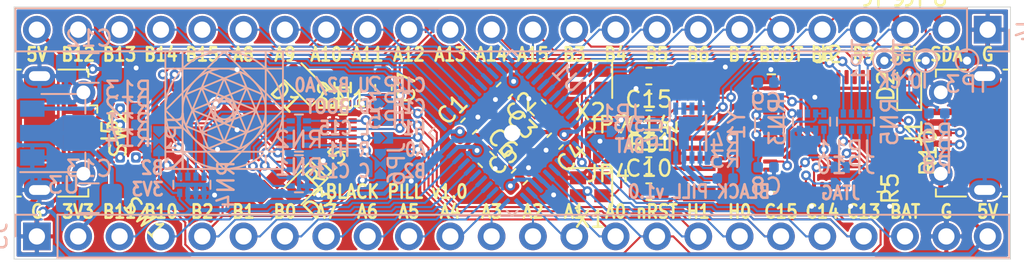
<source format=kicad_pcb>
(kicad_pcb (version 20171130) (host pcbnew "(5.1.2)-2")
  (layers (0 F.Cu signal) (31 B.Cu signal) (34 B.Paste user hide) (35 F.Paste user hide) (36 B.SilkS user hide) (37 F.SilkS user hide) (38 B.Mask user hide) (39 F.Mask user hide) (44 Edge.Cuts user hide))
  (net 0 "")
  (net 1 GND)
  (net 2 +3V3)
  (net 3 B11)
  (net 4 "Net-(C7-Pad2)")
  (net 5 "Net-(C8-Pad1)")
  (net 6 "Net-(C9-Pad1)")
  (net 7 "Net-(C10-Pad2)")
  (net 8 "Net-(C10-Pad1)")
  (net 9 "Net-(C11-Pad2)")
  (net 10 "Net-(C11-Pad1)")
  (net 11 +5V)
  (net 12 "Net-(C14-Pad1)")
  (net 13 "Net-(C15-Pad1)")
  (net 14 "Net-(CN1-Pad5)")
  (net 15 "Net-(CN1-Pad6)")
  (net 16 "Net-(CN1-Pad8)")
  (net 17 BOOT)
  (net 18 "Net-(D2-Pad1)")
  (net 19 /1_P)
  (net 20 "Net-(J2-Pad12)")
  (net 21 IIC_SDA)
  (net 22 IIC_SCL)
  (net 23 +BATT)
  (net 24 C13)
  (net 25 C14)
  (net 26 C15)
  (net 27 H0)
  (net 28 H1)
  (net 29 nRST)
  (net 30 A0)
  (net 31 A1)
  (net 32 A2)
  (net 33 A3)
  (net 34 A4)
  (net 35 A5)
  (net 36 A6)
  (net 37 A7)
  (net 38 B0)
  (net 39 B1)
  (net 40 B2)
  (net 41 B10)
  (net 42 B12)
  (net 43 B13)
  (net 44 B14)
  (net 45 B15)
  (net 46 A8)
  (net 47 A9)
  (net 48 A10)
  (net 49 A13)
  (net 50 A14)
  (net 51 A15)
  (net 52 B3)
  (net 53 B4)
  (net 54 B5)
  (net 55 B6)
  (net 56 B7)
  (net 57 B8)
  (net 58 B9)
  (net 59 /3_P)
  (net 60 "Net-(J5-Pad4)")
  (net 61 "Net-(JP4-Pad2)")
  (net 62 "Net-(JP7-Pad2)")
  (net 63 T_JTDI)
  (net 64 "Net-(JP10-Pad2)")
  (net 65 T_JTDO)
  (net 66 "Net-(JP11-Pad2)")
  (net 67 "Net-(JP12-Pad2)")
  (net 68 SW_C)
  (net 69 T_JTMS)
  (net 70 "Net-(R5-Pad1)")
  (net 71 STLINK_USB_P)
  (net 72 LED_STLINK)
  (net 73 SW_L)
  (net 74 SW_R)
  (net 75 SW_D)
  (net 76 SW_U)
  (net 77 "Net-(RN3-Pad1)")
  (net 78 "Net-(RN3-Pad3)")
  (net 79 T_JTCK)
  (net 80 STLINK_SWCLK)
  (net 81 STLINK_SWDIO)
  (net 82 /1_N)
  (net 83 /3_N)
  (net 84 STLINK_USB_N)
  (net 85 "Net-(RN3-Pad2)")
  (net 86 2_N)
  (net 87 2_P)
  (net 88 "Net-(D3-Pad1)")
  (net 89 "Net-(JP2-Pad1)")
  (module Resistor_SMD:R_Array_Concave_4x0402 (layer F.Cu) (at 18.8 0)
    (fp_text reference CN1 (at 0 -2.1) (layer F.SilkS))
    (fp_text value C_Pack04)
    (pad 5 smd rect (at 0.6 0.75) (size 0.5 0.32) (layers F.Cu F.Paste F.Mask) (net 14 "Net-(CN1-Pad5)"))
    (pad 6 smd rect (at 0.6 0.25) (size 0.5 0.32) (layers F.Cu F.Paste F.Mask) (net 15 "Net-(CN1-Pad6)"))
    (pad 8 smd rect (at 0.6 -0.75) (size 0.5 0.32) (layers F.Cu F.Paste F.Mask) (net 16 "Net-(CN1-Pad8)"))
    (pad 7 smd rect (at 0.6 -0.25) (size 0.5 0.32) (layers F.Cu F.Paste F.Mask) (net 17 BOOT))
    (pad 4 smd rect (at -0.6 0.75) (size 0.5 0.32) (layers F.Cu F.Paste F.Mask) (net 1 GND))
    (pad 2 smd rect (at -0.6 -0.25) (size 0.5 0.32) (layers F.Cu F.Paste F.Mask) (net 1 GND))
    (pad 3 smd rect (at -0.6 0.25) (size 0.5 0.32) (layers F.Cu F.Paste F.Mask) (net 1 GND))
    (pad 1 smd rect (at -0.6 -0.75) (size 0.5 0.32) (layers F.Cu F.Paste F.Mask) (net 1 GND))
  )
  (module Button_Switch_SMD:SW_5-Way_7.5x7.5mm (layer F.Cu) (at 12 0 315)
    (fp_text reference SW1 (at -0.1 7.5 135) (layer F.SilkS))
    (fp_text value SW_5-Way)
    (pad 7 smd rect (at 0 3.7 135) (size 2 1) (layers F.Cu F.Paste F.Mask) (net 1 GND))
    (pad 7 smd rect (at 0 -3.7 135) (size 2 1) (layers F.Cu F.Paste F.Mask) (net 1 GND))
    (pad 4 smd rect (at 3.9 -1.4 225) (size 1 1) (layers F.Cu F.Paste F.Mask) (net 74 SW_R))
    (pad 5 smd rect (at 3.9 0 135) (size 1 1) (layers F.Cu F.Paste F.Mask) (net 2 +3V3))
    (pad 6 smd rect (at 3.9 1.4 135) (size 1 1) (layers F.Cu F.Paste F.Mask) (net 75 SW_D))
    (pad 3 smd rect (at -3.9 1.4 315) (size 1 1) (layers F.Cu F.Paste F.Mask) (net 73 SW_L))
    (pad 1 smd rect (at -3.9 -1.4 315) (size 1 1) (layers F.Cu F.Paste F.Mask) (net 76 SW_U))
    (pad 2 smd rect (at -3.9 0 315) (size 1 1) (layers F.Cu F.Paste F.Mask) (net 68 SW_C))
  )
  (module Resistor_SMD:R_0402_1005Metric (layer F.Cu) (at 18.6 2.9 45)
    (fp_text reference R15 (at 0 -1.17 45) (layer F.SilkS))
    (fp_text value R)
    (pad 2 smd roundrect (at 0.485 0 45) (size 0.59 0.64) (layers F.Cu F.Paste F.Mask) (net 1 GND))
    (pad 1 smd roundrect (at -0.485 0 45) (size 0.59 0.64) (layers F.Cu F.Paste F.Mask) (net 88 "Net-(D3-Pad1)"))
  )
  (module LED_SMD:LED_0603_1608Metric (layer F.Cu) (at 16.3 3.3 225)
    (fp_text reference D3 (at 0 -1.43 45) (layer F.SilkS))
    (fp_text value LED)
    (pad 2 smd roundrect (at 0.7875 0 225) (size 0.875 0.95) (layers F.Cu F.Paste F.Mask) (net 2 +3V3))
    (pad 1 smd roundrect (at -0.7875 0 225) (size 0.875 0.95) (layers F.Cu F.Paste F.Mask) (net 88 "Net-(D3-Pad1)"))
  )
  (module Jumper:SolderJumper-2_P0.7mm (layer F.Cu) (at 54.618 -7.2 180)
    (fp_text reference JP8 (at 0 1.1) (layer F.SilkS))
    (fp_text value jmp)
    (pad 1 smd custom (at -0.575 0 180) (size 0.2 0.2) (layers F.Cu F.Mask) (net 21 IIC_SDA) (options (clearance outline) (anchor rect)) (primitives (gr_poly (pts (xy 0 -0.35) (xy 0.35 0) (xy 0 0.35) (xy -0.35 0.35) (xy -0.35 -0.35)) (width 0))))
    (pad 2 smd custom (at 0 0 180) (size 0.2 0.2) (layers F.Cu F.Mask) (net 58 B9) (options (clearance outline) (anchor rect)) (primitives (gr_poly (pts (xy -0.45 -0.35) (xy 0.25 -0.35) (xy 0.25 0.35) (xy -0.45 0.35) (xy -0.1 0)) (width 0))))
  )
  (module Jumper:SolderJumper-2_P0.7mm (layer F.Cu) (at 52.06 -7.2 180)
    (fp_text reference JP9 (at 0 1.1) (layer F.SilkS))
    (fp_text value jmp)
    (pad 1 smd custom (at -0.575 0 180) (size 0.2 0.2) (layers F.Cu F.Mask) (net 22 IIC_SCL) (options (clearance outline) (anchor rect)) (primitives (gr_poly (pts (xy 0 -0.35) (xy 0.35 0) (xy 0 0.35) (xy -0.35 0.35) (xy -0.35 -0.35)) (width 0))))
    (pad 2 smd custom (at 0 0 180) (size 0.2 0.2) (layers F.Cu F.Mask) (net 57 B8) (options (clearance outline) (anchor rect)) (primitives (gr_poly (pts (xy -0.45 -0.35) (xy 0.25 -0.35) (xy 0.25 0.35) (xy -0.45 0.35) (xy -0.1 0)) (width 0))))
  )
  (module LED_SMD:LED_0603_1608Metric (layer F.Cu) (at 53.6 -2.9 90)
    (fp_text reference D2 (at 0 -1.43 90) (layer F.SilkS))
    (fp_text value LED)
    (pad 2 smd roundrect (at 0.7875 0 90) (size 0.875 0.95) (layers F.Cu F.Paste F.Mask) (net 2 +3V3))
    (pad 1 smd roundrect (at -0.7875 0 90) (size 0.875 0.95) (layers F.Cu F.Paste F.Mask) (net 18 "Net-(D2-Pad1)"))
  )
  (module LED_SMD:LED_0603_1608Metric (layer F.Cu) (at 16.3 -3.2 135)
    (fp_text reference D1 (at 0 -1.43 315) (layer F.SilkS))
    (fp_text value LED)
    (pad 2 smd roundrect (at 0.7875 0 135) (size 0.875 0.95) (layers F.Cu F.Paste F.Mask) (net 4 "Net-(C7-Pad2)"))
    (pad 1 smd roundrect (at -0.7875 0 135) (size 0.875 0.95) (layers F.Cu F.Paste F.Mask) (net 1 GND))
  )
  (module Connector_FFC-FPC:OLED_Solder_1x14_P0.62 (layer F.Cu) (at 40.7 0 270)
    (fp_text reference J2 (at 0 1.86 90) (layer F.SilkS))
    (fp_text value OLED)
    (pad 14 smd rect (at -4.03 0 90) (size 0.32 2) (layers F.Cu F.Paste F.Mask) (net 13 "Net-(C15-Pad1)"))
    (pad 13 smd rect (at -3.41 0 90) (size 0.32 2) (layers F.Cu F.Paste F.Mask) (net 12 "Net-(C14-Pad1)"))
    (pad 12 smd rect (at -2.79 0 90) (size 0.32 2) (layers F.Cu F.Paste F.Mask) (net 20 "Net-(J2-Pad12)"))
    (pad 11 smd rect (at -2.17 0 90) (size 0.32 2) (layers F.Cu F.Paste F.Mask) (net 21 IIC_SDA))
    (pad 10 smd rect (at -1.55 0 90) (size 0.32 2) (layers F.Cu F.Paste F.Mask) (net 22 IIC_SCL))
    (pad 9 smd rect (at -0.93 0 90) (size 0.32 2) (layers F.Cu F.Paste F.Mask) (net 2 +3V3))
    (pad 8 smd rect (at -0.31 0 90) (size 0.32 2) (layers F.Cu F.Paste F.Mask) (net 2 +3V3))
    (pad 7 smd rect (at 0.31 0 90) (size 0.32 2) (layers F.Cu F.Paste F.Mask) (net 1 GND))
    (pad 6 smd rect (at 0.93 0 90) (size 0.32 2) (layers F.Cu F.Paste F.Mask))
    (pad 5 smd rect (at 1.55 0 90) (size 0.32 2) (layers F.Cu F.Paste F.Mask) (net 2 +3V3))
    (pad 4 smd rect (at 2.17 0 90) (size 0.32 2) (layers F.Cu F.Paste F.Mask) (net 9 "Net-(C11-Pad2)"))
    (pad 3 smd rect (at 2.79 0 90) (size 0.32 2) (layers F.Cu F.Paste F.Mask) (net 10 "Net-(C11-Pad1)"))
    (pad 2 smd rect (at 3.41 0 90) (size 0.32 2) (layers F.Cu F.Paste F.Mask) (net 7 "Net-(C10-Pad2)"))
    (pad 1 smd rect (at 4.03 0 90) (size 0.32 2) (layers F.Cu F.Paste F.Mask) (net 8 "Net-(C10-Pad1)"))
  )
  (module Crystal:Crystal_SMD_2016-4Pin_2.0x1.6mm_HandSoldering (layer F.Cu) (at 34 3.3 180)
    (fp_text reference X1 (at 0 -2) (layer F.SilkS))
    (fp_text value 48M)
    (pad 4 smd rect (at -0.75 -0.55 180) (size 1 0.8) (layers F.Cu F.Paste F.Mask) (net 2 +3V3))
    (pad 3 smd rect (at 0.75 -0.55 180) (size 1 0.8) (layers F.Cu F.Paste F.Mask) (net 27 H0))
    (pad 2 smd rect (at 0.75 0.55 180) (size 1 0.8) (layers F.Cu F.Paste F.Mask) (net 1 GND))
    (pad 1 smd rect (at -0.75 0.55 180) (size 1 0.8) (layers F.Cu F.Paste F.Mask) (net 61 "Net-(JP4-Pad2)"))
  )
  (module Jumper:SolderJumper-2_P0.7mm (layer B.Cu) (at 21.64 0.3)
    (fp_text reference JP5 (at 0 -1.1) (layer B.SilkS) (effects (justify mirror)))
    (fp_text value jmp)
    (pad 1 smd custom (at -0.575 0) (size 0.2 0.2) (layers B.Cu B.Mask) (net 15 "Net-(CN1-Pad6)") (options (clearance outline) (anchor rect)) (primitives (gr_poly (pts (xy 0 0.35) (xy 0.35 0) (xy 0 -0.35) (xy -0.35 -0.35) (xy -0.35 0.35)) (width 0))))
    (pad 2 smd custom (at 0 0) (size 0.2 0.2) (layers B.Cu B.Mask) (net 28 H1) (options (clearance outline) (anchor rect)) (primitives (gr_poly (pts (xy -0.45 0.35) (xy 0.25 0.35) (xy 0.25 -0.35) (xy -0.45 -0.35) (xy -0.1 0)) (width 0))))
  )
  (module Symbol:stanlazy_7.2mm (layer B.Cu) (at 11.5 -1.4)
    (fp_text reference LOGO1 hide)
    (fp_text value Logo_Open_Hardware_Small hide)
  )
  (module Jumper:SolderJumper-3_P0.7mm (layer B.Cu) (at 7.5 0.5 270)
    (fp_text reference JP12 (at 0 -1 90) (layer B.SilkS) (effects (justify mirror)))
    (fp_text value JP)
    (pad 3 smd custom (at 0.575 0 90) (size 0.2 0.2) (layers B.Cu B.Mask) (net 2 +3V3) (options (clearance outline) (anchor rect)) (primitives (gr_poly (pts (xy -0.35 0.35) (xy 0 0.35) (xy 0.35 0) (xy 0 -0.35) (xy -0.35 -0.35)) (width 0))))
    (pad 1 smd custom (at -0.575 0 270) (size 0.2 0.2) (layers B.Cu B.Mask) (net 40 B2) (options (clearance outline) (anchor rect)) (primitives (gr_poly (pts (xy -0.35 0.35) (xy 0 0.35) (xy 0.35 0) (xy 0 -0.35) (xy -0.35 -0.35)) (width 0))))
    (pad 2 smd custom (at 0 0 270) (size 0.2 0.2) (layers B.Cu B.Mask) (net 67 "Net-(JP12-Pad2)") (options (clearance outline) (anchor rect)) (primitives (gr_poly (pts (xy -0.45 0.35) (xy 0.45 0.35) (xy 0.1 0) (xy 0.45 -0.35) (xy -0.45 -0.35) (xy -0.1 0)) (width 0))))
  )
  (module Jumper:SolderJumper-2_P0.7mm (layer B.Cu) (at 49.7 2.1)
    (fp_text reference JP11 (at 0 -1.1) (layer B.SilkS) (effects (justify mirror)))
    (fp_text value jmp)
    (pad 1 smd custom (at -0.575 0) (size 0.2 0.2) (layers B.Cu B.Mask) (net 63 T_JTDI) (options (clearance outline) (anchor rect)) (primitives (gr_poly (pts (xy 0 0.35) (xy 0.35 0) (xy 0 -0.35) (xy -0.35 -0.35) (xy -0.35 0.35)) (width 0))))
    (pad 2 smd custom (at 0 0) (size 0.2 0.2) (layers B.Cu B.Mask) (net 66 "Net-(JP11-Pad2)") (options (clearance outline) (anchor rect)) (primitives (gr_poly (pts (xy -0.45 0.35) (xy 0.25 0.35) (xy 0.25 -0.35) (xy -0.45 -0.35) (xy -0.1 0)) (width 0))))
  )
  (module Jumper:SolderJumper-2_P0.7mm (layer B.Cu) (at 49.7 3.1)
    (fp_text reference JP10 (at 0 -1.1) (layer B.SilkS) (effects (justify mirror)))
    (fp_text value jmp)
    (pad 1 smd custom (at -0.575 0) (size 0.2 0.2) (layers B.Cu B.Mask) (net 65 T_JTDO) (options (clearance outline) (anchor rect)) (primitives (gr_poly (pts (xy 0 0.35) (xy 0.35 0) (xy 0 -0.35) (xy -0.35 -0.35) (xy -0.35 0.35)) (width 0))))
    (pad 2 smd custom (at 0 0) (size 0.2 0.2) (layers B.Cu B.Mask) (net 64 "Net-(JP10-Pad2)") (options (clearance outline) (anchor rect)) (primitives (gr_poly (pts (xy -0.45 0.35) (xy 0.25 0.35) (xy 0.25 -0.35) (xy -0.45 -0.35) (xy -0.1 0)) (width 0))))
  )
  (module Jumper:SolderJumper-3_P0.7mm (layer F.Cu) (at 35.1 -1.5)
    (fp_text reference JP7 (at 0 1) (layer F.SilkS))
    (fp_text value JP)
    (pad 3 smd custom (at 0.575 0 180) (size 0.2 0.2) (layers F.Cu F.Mask) (net 2 +3V3) (options (clearance outline) (anchor rect)) (primitives (gr_poly (pts (xy -0.35 -0.35) (xy 0 -0.35) (xy 0.35 0) (xy 0 0.35) (xy -0.35 0.35)) (width 0))))
    (pad 1 smd custom (at -0.575 0) (size 0.2 0.2) (layers F.Cu F.Mask) (net 1 GND) (options (clearance outline) (anchor rect)) (primitives (gr_poly (pts (xy -0.35 -0.35) (xy 0 -0.35) (xy 0.35 0) (xy 0 0.35) (xy -0.35 0.35)) (width 0))))
    (pad 2 smd custom (at 0 0) (size 0.2 0.2) (layers F.Cu F.Mask) (net 62 "Net-(JP7-Pad2)") (options (clearance outline) (anchor rect)) (primitives (gr_poly (pts (xy -0.45 -0.35) (xy 0.45 -0.35) (xy 0.1 0) (xy 0.45 0.35) (xy -0.45 0.35) (xy -0.1 0)) (width 0))))
  )
  (module Jumper:SolderJumper-3_P0.7mm (layer B.Cu) (at 21.1 1.9 270)
    (fp_text reference JP6 (at 0 -1 90) (layer B.SilkS) (effects (justify mirror)))
    (fp_text value JP)
    (pad 3 smd custom (at 0.575 0 90) (size 0.2 0.2) (layers B.Cu B.Mask) (net 40 B2) (options (clearance outline) (anchor rect)) (primitives (gr_poly (pts (xy -0.35 0.35) (xy 0 0.35) (xy 0.35 0) (xy 0 -0.35) (xy -0.35 -0.35)) (width 0))))
    (pad 1 smd custom (at -0.575 0 270) (size 0.2 0.2) (layers B.Cu B.Mask) (net 30 A0) (options (clearance outline) (anchor rect)) (primitives (gr_poly (pts (xy -0.35 0.35) (xy 0 0.35) (xy 0.35 0) (xy 0 -0.35) (xy -0.35 -0.35)) (width 0))))
    (pad 2 smd custom (at 0 0 270) (size 0.2 0.2) (layers B.Cu B.Mask) (net 14 "Net-(CN1-Pad5)") (options (clearance outline) (anchor rect)) (primitives (gr_poly (pts (xy -0.45 0.35) (xy 0.45 0.35) (xy 0.1 0) (xy 0.45 -0.35) (xy -0.45 -0.35) (xy -0.1 0)) (width 0))))
  )
  (module Jumper:SolderJumper-3_P0.7mm (layer F.Cu) (at 35.1 1.5)
    (fp_text reference JP4 (at 0 1) (layer F.SilkS))
    (fp_text value JP)
    (pad 3 smd custom (at 0.575 0 180) (size 0.2 0.2) (layers F.Cu F.Mask) (net 2 +3V3) (options (clearance outline) (anchor rect)) (primitives (gr_poly (pts (xy -0.35 -0.35) (xy 0 -0.35) (xy 0.35 0) (xy 0 0.35) (xy -0.35 0.35)) (width 0))))
    (pad 1 smd custom (at -0.575 0) (size 0.2 0.2) (layers F.Cu F.Mask) (net 1 GND) (options (clearance outline) (anchor rect)) (primitives (gr_poly (pts (xy -0.35 -0.35) (xy 0 -0.35) (xy 0.35 0) (xy 0 0.35) (xy -0.35 0.35)) (width 0))))
    (pad 2 smd custom (at 0 0) (size 0.2 0.2) (layers F.Cu F.Mask) (net 61 "Net-(JP4-Pad2)") (options (clearance outline) (anchor rect)) (primitives (gr_poly (pts (xy -0.45 -0.35) (xy 0.45 -0.35) (xy 0.1 0) (xy 0.45 0.35) (xy -0.45 0.35) (xy -0.1 0)) (width 0))))
  )
  (module Jumper:SolderJumper-2_P0.7mm (layer B.Cu) (at 21.64 -0.8)
    (fp_text reference JP3 (at 0 -1.1) (layer B.SilkS) (effects (justify mirror)))
    (fp_text value jmp)
    (pad 1 smd custom (at -0.575 0) (size 0.2 0.2) (layers B.Cu B.Mask) (net 16 "Net-(CN1-Pad8)") (options (clearance outline) (anchor rect)) (primitives (gr_poly (pts (xy 0 0.35) (xy 0.35 0) (xy 0 -0.35) (xy -0.35 -0.35) (xy -0.35 0.35)) (width 0))))
    (pad 2 smd custom (at 0 0) (size 0.2 0.2) (layers B.Cu B.Mask) (net 26 C15) (options (clearance outline) (anchor rect)) (primitives (gr_poly (pts (xy -0.45 0.35) (xy 0.25 0.35) (xy 0.25 -0.35) (xy -0.45 -0.35) (xy -0.1 0)) (width 0))))
  )
  (module Jumper:SolderJumper-2_P0.7mm (layer B.Cu) (at 21.64 -1.8)
    (fp_text reference JP2 (at 0 -1.1) (layer B.SilkS) (effects (justify mirror)))
    (fp_text value jmp)
    (pad 1 smd custom (at -0.575 0) (size 0.2 0.2) (layers B.Cu B.Mask) (net 89 "Net-(JP2-Pad1)") (options (clearance outline) (anchor rect)) (primitives (gr_poly (pts (xy 0 0.35) (xy 0.35 0) (xy 0 -0.35) (xy -0.35 -0.35) (xy -0.35 0.35)) (width 0))))
    (pad 2 smd custom (at 0 0) (size 0.2 0.2) (layers B.Cu B.Mask) (net 24 C13) (options (clearance outline) (anchor rect)) (primitives (gr_poly (pts (xy -0.45 0.35) (xy 0.25 0.35) (xy 0.25 -0.35) (xy -0.45 -0.35) (xy -0.1 0)) (width 0))))
  )
  (module Jumper:SolderJumper-2_P0.7mm (layer B.Cu) (at 35.94 -0.1)
    (fp_text reference JP1 (at 0 -1.1) (layer B.SilkS) (effects (justify mirror)))
    (fp_text value jmp)
    (pad 1 smd custom (at -0.575 0) (size 0.2 0.2) (layers B.Cu B.Mask) (net 23 +BATT) (options (clearance outline) (anchor rect)) (primitives (gr_poly (pts (xy 0 0.35) (xy 0.35 0) (xy 0 -0.35) (xy -0.35 -0.35) (xy -0.35 0.35)) (width 0))))
    (pad 2 smd custom (at 0 0) (size 0.2 0.2) (layers B.Cu B.Mask) (net 2 +3V3) (options (clearance outline) (anchor rect)) (primitives (gr_poly (pts (xy -0.45 0.35) (xy 0.25 0.35) (xy 0.25 -0.35) (xy -0.45 -0.35) (xy -0.1 0)) (width 0))))
  )
  (module Connector_USB:USB_Micro-B_Molex-105017-0001 (layer F.Cu) (at 57 0 90)
    (fp_text reference J1 (at 0 -3.1125 90) (layer F.SilkS))
    (fp_text value STLINK)
    (pad 6 smd rect (at -2.9 1.2375 90) (size 1.2 1.9) (layers F.Cu F.Mask) (net 1 GND))
    (pad 6 smd rect (at 2.9 1.2375 90) (size 1.2 1.9) (layers F.Cu F.Mask) (net 1 GND))
    (pad 6 thru_hole oval (at 3.5 1.2375 90) (size 1.2 1.9) (drill oval 0.6 1.3) (layers *.Cu *.Mask) (net 1 GND))
    (pad 6 thru_hole oval (at -3.5 1.2375 270) (size 1.2 1.9) (drill oval 0.6 1.3) (layers *.Cu *.Mask) (net 1 GND))
    (pad 6 smd rect (at -1 1.2375 90) (size 1.5 1.9) (layers F.Cu F.Paste F.Mask) (net 1 GND))
    (pad 6 thru_hole circle (at 2.5 -1.4625 90) (size 1.45 1.45) (drill 0.85) (layers *.Cu *.Mask) (net 1 GND))
    (pad 3 smd rect (at 0 -1.4625 90) (size 0.4 1.35) (layers F.Cu F.Paste F.Mask) (net 19 /1_P))
    (pad 4 smd rect (at 0.65 -1.4625 90) (size 0.4 1.35) (layers F.Cu F.Paste F.Mask) (net 1 GND))
    (pad 5 smd rect (at 1.3 -1.4625 90) (size 0.4 1.35) (layers F.Cu F.Paste F.Mask) (net 1 GND))
    (pad 1 smd rect (at -1.3 -1.4625 90) (size 0.4 1.35) (layers F.Cu F.Paste F.Mask) (net 11 +5V))
    (pad 2 smd rect (at -0.65 -1.4625 90) (size 0.4 1.35) (layers F.Cu F.Paste F.Mask) (net 82 /1_N))
    (pad 6 thru_hole circle (at -2.5 -1.4625 90) (size 1.45 1.45) (drill 0.85) (layers *.Cu *.Mask) (net 1 GND))
    (pad 6 smd rect (at 1 1.2375 90) (size 1.5 1.9) (layers F.Cu F.Paste F.Mask) (net 1 GND))
  )
  (module Package_DFN_QFN:DFN-8_3x2mm_P0.5mm (layer B.Cu) (at 40 0 270)
    (fp_text reference U4 (at 0 2.05 270) (layer B.SilkS) (effects (justify mirror)))
    (fp_text value EEPROM)
    (pad 8 smd rect (at 1.5 0.75 270) (size 0.75 0.3) (layers B.Cu B.Paste B.Mask) (net 2 +3V3))
    (pad 7 smd rect (at 1.5 0.25 270) (size 0.75 0.3) (layers B.Cu B.Paste B.Mask) (net 1 GND))
    (pad 6 smd rect (at 1.5 -0.25 270) (size 0.75 0.3) (layers B.Cu B.Paste B.Mask) (net 22 IIC_SCL))
    (pad 5 smd rect (at 1.5 -0.75 270) (size 0.75 0.3) (layers B.Cu B.Paste B.Mask) (net 21 IIC_SDA))
    (pad 4 smd rect (at -1.5 -0.75 270) (size 0.75 0.3) (layers B.Cu B.Paste B.Mask) (net 1 GND))
    (pad 3 smd rect (at -1.5 -0.25 270) (size 0.75 0.3) (layers B.Cu B.Paste B.Mask) (net 2 +3V3))
    (pad 2 smd rect (at -1.5 0.25 270) (size 0.75 0.3) (layers B.Cu B.Paste B.Mask) (net 2 +3V3))
    (pad 1 smd rect (at -1.5 0.75 270) (size 0.75 0.3) (layers B.Cu B.Paste B.Mask) (net 2 +3V3))
  )
  (module TestPoint:TestPoint_Pad_D1.0mm (layer B.Cu) (at 57.15 -4.445)
    (fp_text reference TP3 (at 0 1.448) (layer B.SilkS) (effects (justify mirror)))
    (fp_text value TestPoint)
    (pad 1 smd circle (at 0 0) (size 1 1) (layers B.Cu B.Mask) (net 1 GND))
  )
  (module Capacitor_SMD:C_0603_1608Metric (layer F.Cu) (at 29.650967 2.687006 45)
    (fp_text reference C5 (at 0 -1.43 225) (layer F.SilkS))
    (fp_text value C)
    (pad 2 smd roundrect (at 0.7875 0 45) (size 0.875 0.95) (layers F.Cu F.Paste F.Mask) (net 1 GND))
    (pad 1 smd roundrect (at -0.7875 0 45) (size 0.875 0.95) (layers F.Cu F.Paste F.Mask) (net 2 +3V3))
  )
  (module Capacitor_SMD:C_0402_1005Metric (layer B.Cu) (at 44.8 2.1)
    (fp_text reference C8 (at 0 1.17 180) (layer B.SilkS) (effects (justify mirror)))
    (fp_text value 20p)
    (pad 2 smd roundrect (at 0.485 0) (size 0.59 0.64) (layers B.Cu B.Paste B.Mask) (net 1 GND))
    (pad 1 smd roundrect (at -0.485 0) (size 0.59 0.64) (layers B.Cu B.Paste B.Mask) (net 5 "Net-(C8-Pad1)"))
  )
  (module Package_DFN_QFN:QFN-48_7x7mm_P0.5mm (layer F.Cu) (at 48.5 0)
    (fp_text reference U2 (at 0 -4.82) (layer F.SilkS))
    (fp_text value STM32F103CBUx)
    (pad 48 smd roundrect (at -2.75 -3.4375) (size 0.25 0.875) (layers F.Cu F.Paste F.Mask) (net 2 +3V3))
    (pad 47 smd roundrect (at -2.25 -3.4375) (size 0.25 0.875) (layers F.Cu F.Paste F.Mask) (net 1 GND))
    (pad 46 smd roundrect (at -1.75 -3.4375) (size 0.25 0.875) (layers F.Cu F.Paste F.Mask))
    (pad 45 smd roundrect (at -1.25 -3.4375) (size 0.25 0.875) (layers F.Cu F.Paste F.Mask))
    (pad 44 smd roundrect (at -0.75 -3.4375) (size 0.25 0.875) (layers F.Cu F.Paste F.Mask) (net 1 GND))
    (pad 43 smd roundrect (at -0.25 -3.4375) (size 0.25 0.875) (layers F.Cu F.Paste F.Mask))
    (pad 42 smd roundrect (at 0.25 -3.4375) (size 0.25 0.875) (layers F.Cu F.Paste F.Mask))
    (pad 41 smd roundrect (at 0.75 -3.4375) (size 0.25 0.875) (layers F.Cu F.Paste F.Mask))
    (pad 40 smd roundrect (at 1.25 -3.4375) (size 0.25 0.875) (layers F.Cu F.Paste F.Mask))
    (pad 39 smd roundrect (at 1.75 -3.4375) (size 0.25 0.875) (layers F.Cu F.Paste F.Mask))
    (pad 38 smd roundrect (at 2.25 -3.4375) (size 0.25 0.875) (layers F.Cu F.Paste F.Mask))
    (pad 37 smd roundrect (at 2.75 -3.4375) (size 0.25 0.875) (layers F.Cu F.Paste F.Mask) (net 80 STLINK_SWCLK))
    (pad 36 smd roundrect (at 3.4375 -2.75) (size 0.875 0.25) (layers F.Cu F.Paste F.Mask) (net 2 +3V3))
    (pad 35 smd roundrect (at 3.4375 -2.25) (size 0.875 0.25) (layers F.Cu F.Paste F.Mask) (net 1 GND))
    (pad 34 smd roundrect (at 3.4375 -1.75) (size 0.875 0.25) (layers F.Cu F.Paste F.Mask) (net 81 STLINK_SWDIO))
    (pad 33 smd roundrect (at 3.4375 -1.25) (size 0.875 0.25) (layers F.Cu F.Paste F.Mask) (net 71 STLINK_USB_P))
    (pad 32 smd roundrect (at 3.4375 -0.75) (size 0.875 0.25) (layers F.Cu F.Paste F.Mask) (net 84 STLINK_USB_N))
    (pad 31 smd roundrect (at 3.4375 -0.25) (size 0.875 0.25) (layers F.Cu F.Paste F.Mask))
    (pad 30 smd roundrect (at 3.4375 0.25) (size 0.875 0.25) (layers F.Cu F.Paste F.Mask) (net 72 LED_STLINK))
    (pad 29 smd roundrect (at 3.4375 0.75) (size 0.875 0.25) (layers F.Cu F.Paste F.Mask))
    (pad 28 smd roundrect (at 3.4375 1.25) (size 0.875 0.25) (layers F.Cu F.Paste F.Mask))
    (pad 27 smd roundrect (at 3.4375 1.75) (size 0.875 0.25) (layers F.Cu F.Paste F.Mask) (net 69 T_JTMS))
    (pad 26 smd roundrect (at 3.4375 2.25) (size 0.875 0.25) (layers F.Cu F.Paste F.Mask) (net 79 T_JTCK))
    (pad 25 smd roundrect (at 3.4375 2.75) (size 0.875 0.25) (layers F.Cu F.Paste F.Mask) (net 70 "Net-(R5-Pad1)"))
    (pad 24 smd roundrect (at 2.75 3.4375) (size 0.25 0.875) (layers F.Cu F.Paste F.Mask) (net 2 +3V3))
    (pad 23 smd roundrect (at 2.25 3.4375) (size 0.25 0.875) (layers F.Cu F.Paste F.Mask) (net 1 GND))
    (pad 22 smd roundrect (at 1.75 3.4375) (size 0.25 0.875) (layers F.Cu F.Paste F.Mask))
    (pad 21 smd roundrect (at 1.25 3.4375) (size 0.25 0.875) (layers F.Cu F.Paste F.Mask))
    (pad 20 smd roundrect (at 0.75 3.4375) (size 0.25 0.875) (layers F.Cu F.Paste F.Mask) (net 1 GND))
    (pad 19 smd roundrect (at 0.25 3.4375) (size 0.25 0.875) (layers F.Cu F.Paste F.Mask))
    (pad 18 smd roundrect (at -0.25 3.4375) (size 0.25 0.875) (layers F.Cu F.Paste F.Mask) (net 29 nRST))
    (pad 17 smd roundrect (at -0.75 3.4375) (size 0.25 0.875) (layers F.Cu F.Paste F.Mask) (net 63 T_JTDI))
    (pad 16 smd roundrect (at -1.25 3.4375) (size 0.25 0.875) (layers F.Cu F.Paste F.Mask) (net 65 T_JTDO))
    (pad 15 smd roundrect (at -1.75 3.4375) (size 0.25 0.875) (layers F.Cu F.Paste F.Mask) (net 79 T_JTCK))
    (pad 14 smd roundrect (at -2.25 3.4375) (size 0.25 0.875) (layers F.Cu F.Paste F.Mask))
    (pad 13 smd roundrect (at -2.75 3.4375) (size 0.25 0.875) (layers F.Cu F.Paste F.Mask))
    (pad 12 smd roundrect (at -3.4375 2.75) (size 0.875 0.25) (layers F.Cu F.Paste F.Mask))
    (pad 11 smd roundrect (at -3.4375 2.25) (size 0.875 0.25) (layers F.Cu F.Paste F.Mask))
    (pad 10 smd roundrect (at -3.4375 1.75) (size 0.875 0.25) (layers F.Cu F.Paste F.Mask) (net 78 "Net-(RN3-Pad3)"))
    (pad 9 smd roundrect (at -3.4375 1.25) (size 0.875 0.25) (layers F.Cu F.Paste F.Mask) (net 2 +3V3))
    (pad 8 smd roundrect (at -3.4375 0.75) (size 0.875 0.25) (layers F.Cu F.Paste F.Mask) (net 1 GND))
    (pad 7 smd roundrect (at -3.4375 0.25) (size 0.875 0.25) (layers F.Cu F.Paste F.Mask))
    (pad 6 smd roundrect (at -3.4375 -0.25) (size 0.875 0.25) (layers F.Cu F.Paste F.Mask) (net 5 "Net-(C8-Pad1)"))
    (pad 5 smd roundrect (at -3.4375 -0.75) (size 0.875 0.25) (layers F.Cu F.Paste F.Mask) (net 6 "Net-(C9-Pad1)"))
    (pad 4 smd roundrect (at -3.4375 -1.25) (size 0.875 0.25) (layers F.Cu F.Paste F.Mask))
    (pad 3 smd roundrect (at -3.4375 -1.75) (size 0.875 0.25) (layers F.Cu F.Paste F.Mask) (net 77 "Net-(RN3-Pad1)"))
    (pad 2 smd roundrect (at -3.4375 -2.25) (size 0.875 0.25) (layers F.Cu F.Paste F.Mask) (net 85 "Net-(RN3-Pad2)"))
    (pad 1 smd roundrect (at -3.4375 -2.75) (size 0.875 0.25) (layers F.Cu F.Paste F.Mask) (net 2 +3V3))
  )
  (module Package_TO_SOT_SMD:SOT-89-3 (layer B.Cu) (at 1.2 0)
    (fp_text reference U3 (at 0.45 3.2) (layer B.SilkS) (effects (justify mirror)))
    (fp_text value LM1117-3.3)
    (pad 2 smd trapezoid (at -0.0762 0 270) (size 1.5 1) (rect_delta 0 -0.7) (layers B.Cu B.Paste B.Mask) (net 2 +3V3))
    (pad 2 smd rect (at 1.3335 0 90) (size 2.2 1.84) (layers B.Cu B.Paste B.Mask) (net 2 +3V3))
    (pad 3 smd rect (at -1.48 -1.5 90) (size 1 1.5) (layers B.Cu B.Paste B.Mask) (net 11 +5V))
    (pad 2 smd rect (at -1.3335 0 90) (size 1 1.8) (layers B.Cu B.Paste B.Mask) (net 2 +3V3))
    (pad 1 smd rect (at -1.48 1.5 90) (size 1 1.5) (layers B.Cu B.Paste B.Mask) (net 1 GND))
    (pad 2 smd trapezoid (at 2.667 0 90) (size 1.6 0.85) (rect_delta 0 -0.6) (layers B.Cu B.Paste B.Mask) (net 2 +3V3))
  )
  (module Crystal:Crystal_SMD_3215-2Pin_3.2x1.5mm_HandSoldering (layer B.Cu) (at 45 -0.5 270)
    (fp_text reference Y1 (at 0 2 90) (layer B.SilkS) (effects (justify mirror)))
    (fp_text value 8M)
    (pad 2 smd rect (at -1.35 0 270) (size 1.2 1.8) (layers B.Cu B.Paste B.Mask) (net 6 "Net-(C9-Pad1)"))
    (pad 1 smd rect (at 1.35 0 270) (size 1.2 1.8) (layers B.Cu B.Paste B.Mask) (net 5 "Net-(C8-Pad1)"))
  )
  (module Crystal:Crystal_SMD_2016-4Pin_2.0x1.6mm_HandSoldering (layer F.Cu) (at 34 -3.302 180)
    (fp_text reference X2 (at 0 -2) (layer F.SilkS))
    (fp_text value 32.768k)
    (pad 4 smd rect (at -0.75 -0.55 180) (size 1 0.8) (layers F.Cu F.Paste F.Mask) (net 2 +3V3))
    (pad 3 smd rect (at 0.75 -0.55 180) (size 1 0.8) (layers F.Cu F.Paste F.Mask) (net 25 C14))
    (pad 2 smd rect (at 0.75 0.55 180) (size 1 0.8) (layers F.Cu F.Paste F.Mask) (net 1 GND))
    (pad 1 smd rect (at -0.75 0.55 180) (size 1 0.8) (layers F.Cu F.Paste F.Mask) (net 62 "Net-(JP7-Pad2)"))
  )
  (module Package_DFN_QFN:QFN-48-1EP_7x7mm_P0.5mm_EP3x3mm (layer B.Cu) (at 29.2 0 135)
    (fp_text reference U1 (at 0 4.82 315) (layer B.SilkS) (effects (justify mirror)))
    (fp_text value STM32F413CGUx)
    (pad 49 thru_hole circle (at 0 0 135) (size 2 2) (drill 1) (layers *.Cu *.Mask) (net 1 GND))
    (pad 48 smd roundrect (at -2.75 3.4375 135) (size 0.25 0.875) (layers B.Cu B.Paste B.Mask) (net 2 +3V3))
    (pad 47 smd roundrect (at -2.25 3.4375 135) (size 0.25 0.875) (layers B.Cu B.Paste B.Mask) (net 1 GND))
    (pad 46 smd roundrect (at -1.75 3.4375 135) (size 0.25 0.875) (layers B.Cu B.Paste B.Mask) (net 58 B9))
    (pad 45 smd roundrect (at -1.25 3.4375 135) (size 0.25 0.875) (layers B.Cu B.Paste B.Mask) (net 57 B8))
    (pad 44 smd roundrect (at -0.75 3.4375 135) (size 0.25 0.875) (layers B.Cu B.Paste B.Mask) (net 17 BOOT))
    (pad 43 smd roundrect (at -0.25 3.4375 135) (size 0.25 0.875) (layers B.Cu B.Paste B.Mask) (net 56 B7))
    (pad 42 smd roundrect (at 0.25 3.4375 135) (size 0.25 0.875) (layers B.Cu B.Paste B.Mask) (net 55 B6))
    (pad 41 smd roundrect (at 0.75 3.4375 135) (size 0.25 0.875) (layers B.Cu B.Paste B.Mask) (net 54 B5))
    (pad 40 smd roundrect (at 1.25 3.4375 135) (size 0.25 0.875) (layers B.Cu B.Paste B.Mask) (net 53 B4))
    (pad 39 smd roundrect (at 1.75 3.4375 135) (size 0.25 0.875) (layers B.Cu B.Paste B.Mask) (net 52 B3))
    (pad 38 smd roundrect (at 2.25 3.4375 135) (size 0.25 0.875) (layers B.Cu B.Paste B.Mask) (net 51 A15))
    (pad 37 smd roundrect (at 2.75 3.4375 135) (size 0.25 0.875) (layers B.Cu B.Paste B.Mask) (net 50 A14))
    (pad 36 smd roundrect (at 3.4375 2.75 135) (size 0.875 0.25) (layers B.Cu B.Paste B.Mask) (net 2 +3V3))
    (pad 35 smd roundrect (at 3.4375 2.25 135) (size 0.875 0.25) (layers B.Cu B.Paste B.Mask) (net 1 GND))
    (pad 34 smd roundrect (at 3.4375 1.75 135) (size 0.875 0.25) (layers B.Cu B.Paste B.Mask) (net 49 A13))
    (pad 33 smd roundrect (at 3.4375 1.25 135) (size 0.875 0.25) (layers B.Cu B.Paste B.Mask) (net 87 2_P))
    (pad 32 smd roundrect (at 3.4375 0.75 135) (size 0.875 0.25) (layers B.Cu B.Paste B.Mask) (net 86 2_N))
    (pad 31 smd roundrect (at 3.4375 0.25 135) (size 0.875 0.25) (layers B.Cu B.Paste B.Mask) (net 48 A10))
    (pad 30 smd roundrect (at 3.4375 -0.25 135) (size 0.875 0.25) (layers B.Cu B.Paste B.Mask) (net 47 A9))
    (pad 29 smd roundrect (at 3.4375 -0.75 135) (size 0.875 0.25) (layers B.Cu B.Paste B.Mask) (net 46 A8))
    (pad 28 smd roundrect (at 3.4375 -1.25 135) (size 0.875 0.25) (layers B.Cu B.Paste B.Mask) (net 45 B15))
    (pad 27 smd roundrect (at 3.4375 -1.75 135) (size 0.875 0.25) (layers B.Cu B.Paste B.Mask) (net 44 B14))
    (pad 26 smd roundrect (at 3.4375 -2.25 135) (size 0.875 0.25) (layers B.Cu B.Paste B.Mask) (net 43 B13))
    (pad 25 smd roundrect (at 3.4375 -2.75 135) (size 0.875 0.25) (layers B.Cu B.Paste B.Mask) (net 42 B12))
    (pad 24 smd roundrect (at 2.75 -3.4375 135) (size 0.25 0.875) (layers B.Cu B.Paste B.Mask) (net 2 +3V3))
    (pad 23 smd roundrect (at 2.25 -3.4375 135) (size 0.25 0.875) (layers B.Cu B.Paste B.Mask) (net 1 GND))
    (pad 22 smd roundrect (at 1.75 -3.4375 135) (size 0.25 0.875) (layers B.Cu B.Paste B.Mask) (net 3 B11))
    (pad 21 smd roundrect (at 1.25 -3.4375 135) (size 0.25 0.875) (layers B.Cu B.Paste B.Mask) (net 41 B10))
    (pad 20 smd roundrect (at 0.75 -3.4375 135) (size 0.25 0.875) (layers B.Cu B.Paste B.Mask) (net 40 B2))
    (pad 19 smd roundrect (at 0.25 -3.4375 135) (size 0.25 0.875) (layers B.Cu B.Paste B.Mask) (net 39 B1))
    (pad 18 smd roundrect (at -0.25 -3.4375 135) (size 0.25 0.875) (layers B.Cu B.Paste B.Mask) (net 38 B0))
    (pad 17 smd roundrect (at -0.75 -3.4375 135) (size 0.25 0.875) (layers B.Cu B.Paste B.Mask) (net 37 A7))
    (pad 16 smd roundrect (at -1.25 -3.4375 135) (size 0.25 0.875) (layers B.Cu B.Paste B.Mask) (net 36 A6))
    (pad 15 smd roundrect (at -1.75 -3.4375 135) (size 0.25 0.875) (layers B.Cu B.Paste B.Mask) (net 35 A5))
    (pad 14 smd roundrect (at -2.25 -3.4375 135) (size 0.25 0.875) (layers B.Cu B.Paste B.Mask) (net 34 A4))
    (pad 13 smd roundrect (at -2.75 -3.4375 135) (size 0.25 0.875) (layers B.Cu B.Paste B.Mask) (net 33 A3))
    (pad 12 smd roundrect (at -3.4375 -2.75 135) (size 0.875 0.25) (layers B.Cu B.Paste B.Mask) (net 32 A2))
    (pad 11 smd roundrect (at -3.4375 -2.25 135) (size 0.875 0.25) (layers B.Cu B.Paste B.Mask) (net 31 A1))
    (pad 10 smd roundrect (at -3.4375 -1.75 135) (size 0.875 0.25) (layers B.Cu B.Paste B.Mask) (net 30 A0))
    (pad 9 smd roundrect (at -3.4375 -1.25 135) (size 0.875 0.25) (layers B.Cu B.Paste B.Mask) (net 2 +3V3))
    (pad 8 smd roundrect (at -3.4375 -0.75 135) (size 0.875 0.25) (layers B.Cu B.Paste B.Mask) (net 1 GND))
    (pad 7 smd roundrect (at -3.4375 -0.25 135) (size 0.875 0.25) (layers B.Cu B.Paste B.Mask) (net 29 nRST))
    (pad 6 smd roundrect (at -3.4375 0.25 135) (size 0.875 0.25) (layers B.Cu B.Paste B.Mask) (net 28 H1))
    (pad 5 smd roundrect (at -3.4375 0.75 135) (size 0.875 0.25) (layers B.Cu B.Paste B.Mask) (net 27 H0))
    (pad 4 smd roundrect (at -3.4375 1.25 135) (size 0.875 0.25) (layers B.Cu B.Paste B.Mask) (net 26 C15))
    (pad 3 smd roundrect (at -3.4375 1.75 135) (size 0.875 0.25) (layers B.Cu B.Paste B.Mask) (net 25 C14))
    (pad 2 smd roundrect (at -3.4375 2.25 135) (size 0.875 0.25) (layers B.Cu B.Paste B.Mask) (net 24 C13))
    (pad 1 smd roundrect (at -3.4375 2.75 135) (size 0.875 0.25) (layers B.Cu B.Paste B.Mask) (net 23 +BATT))
    (pad 49 smd roundrect (at 0 0 135) (size 3 3) (layers B.Cu B.Mask) (roundrect_rratio 0.045) (net 1 GND))
  )
  (module TestPoint:TestPoint_Pad_D1.0mm (layer B.Cu) (at 54.61 -4.445 270)
    (fp_text reference TP2 (at 0 1.448 270) (layer B.SilkS) (effects (justify mirror)))
    (fp_text value TestPoint)
    (pad 1 smd circle (at 0 0 270) (size 1 1) (layers B.Cu B.Mask) (net 81 STLINK_SWDIO))
  )
  (module TestPoint:TestPoint_Pad_D1.0mm (layer B.Cu) (at 52.07 -4.445 270)
    (fp_text reference TP1 (at 0 1.448 270) (layer B.SilkS) (effects (justify mirror)))
    (fp_text value TestPoint)
    (pad 1 smd circle (at 0 0 270) (size 1 1) (layers B.Cu B.Mask) (net 80 STLINK_SWCLK))
  )
  (module Button_Switch_SMD:SW_Push_3x6mm (layer F.Cu) (at 5.5 0 270)
    (fp_text reference SW2 (at 0 0.5 90) (layer F.SilkS))
    (fp_text value SW_Push)
    (pad 2 smd rect (at 3 0 270) (size 2 2) (layers F.Cu F.Paste F.Mask) (net 29 nRST))
    (pad 1 smd rect (at -3 0 270) (size 2 2) (layers F.Cu F.Paste F.Mask) (net 1 GND))
  )
  (module Resistor_SMD:R_Array_Concave_4x0402 (layer B.Cu) (at 50.3 -0.7 90)
    (fp_text reference RN5 (at 0 2.1 270) (layer B.SilkS) (effects (justify mirror)))
    (fp_text value 10k)
    (pad 5 smd rect (at 0.5 -0.75 90) (size 0.5 0.32) (layers B.Cu B.Paste B.Mask) (net 49 A13))
    (pad 6 smd rect (at 0.5 -0.25 90) (size 0.5 0.32) (layers B.Cu B.Paste B.Mask) (net 50 A14))
    (pad 8 smd rect (at 0.5 0.75 90) (size 0.5 0.32) (layers B.Cu B.Paste B.Mask) (net 52 B3))
    (pad 7 smd rect (at 0.5 0.25 90) (size 0.5 0.32) (layers B.Cu B.Paste B.Mask) (net 51 A15))
    (pad 4 smd rect (at -0.5 -0.75 90) (size 0.5 0.32) (layers B.Cu B.Paste B.Mask) (net 69 T_JTMS))
    (pad 2 smd rect (at -0.5 0.25 90) (size 0.5 0.32) (layers B.Cu B.Paste B.Mask) (net 66 "Net-(JP11-Pad2)"))
    (pad 3 smd rect (at -0.5 -0.25 90) (size 0.5 0.32) (layers B.Cu B.Paste B.Mask) (net 79 T_JTCK))
    (pad 1 smd rect (at -0.5 0.75 90) (size 0.5 0.32) (layers B.Cu B.Paste B.Mask) (net 64 "Net-(JP10-Pad2)"))
  )
  (module Resistor_SMD:R_Array_Concave_4x0402 (layer B.Cu) (at 9.525 3.175 90)
    (fp_text reference RN4 (at 0 2.1 90) (layer B.SilkS) (effects (justify mirror)))
    (fp_text value R_Pack04)
    (pad 5 smd rect (at 0.5 -0.75 90) (size 0.5 0.32) (layers B.Cu B.Paste B.Mask) (net 29 nRST))
    (pad 6 smd rect (at 0.5 -0.25 90) (size 0.5 0.32) (layers B.Cu B.Paste B.Mask) (net 40 B2))
    (pad 8 smd rect (at 0.5 0.75 90) (size 0.5 0.32) (layers B.Cu B.Paste B.Mask) (net 17 BOOT))
    (pad 7 smd rect (at 0.5 0.25 90) (size 0.5 0.32) (layers B.Cu B.Paste B.Mask) (net 68 SW_C))
    (pad 4 smd rect (at -0.5 -0.75 90) (size 0.5 0.32) (layers B.Cu B.Paste B.Mask) (net 2 +3V3))
    (pad 2 smd rect (at -0.5 0.25 90) (size 0.5 0.32) (layers B.Cu B.Paste B.Mask) (net 1 GND))
    (pad 3 smd rect (at -0.5 -0.25 90) (size 0.5 0.32) (layers B.Cu B.Paste B.Mask) (net 1 GND))
    (pad 1 smd rect (at -0.5 0.75 90) (size 0.5 0.32) (layers B.Cu B.Paste B.Mask) (net 1 GND))
  )
  (module Resistor_SMD:R_Array_Concave_4x0402 (layer B.Cu) (at 47.6 -0.7 270)
    (fp_text reference RN3 (at 0 2.1 90) (layer B.SilkS) (effects (justify mirror)))
    (fp_text value 10k)
    (pad 5 smd rect (at 0.5 -0.75 270) (size 0.5 0.32) (layers B.Cu B.Paste B.Mask) (net 2 +3V3))
    (pad 6 smd rect (at 0.5 -0.25 270) (size 0.5 0.32) (layers B.Cu B.Paste B.Mask) (net 1 GND))
    (pad 8 smd rect (at 0.5 0.75 270) (size 0.5 0.32) (layers B.Cu B.Paste B.Mask) (net 1 GND))
    (pad 7 smd rect (at 0.5 0.25 270) (size 0.5 0.32) (layers B.Cu B.Paste B.Mask) (net 1 GND))
    (pad 4 smd rect (at -0.5 -0.75 270) (size 0.5 0.32) (layers B.Cu B.Paste B.Mask) (net 78 "Net-(RN3-Pad3)"))
    (pad 2 smd rect (at -0.5 0.25 270) (size 0.5 0.32) (layers B.Cu B.Paste B.Mask) (net 85 "Net-(RN3-Pad2)"))
    (pad 3 smd rect (at -0.5 -0.25 270) (size 0.5 0.32) (layers B.Cu B.Paste B.Mask) (net 78 "Net-(RN3-Pad3)"))
    (pad 1 smd rect (at -0.5 0.75 270) (size 0.5 0.32) (layers B.Cu B.Paste B.Mask) (net 77 "Net-(RN3-Pad1)"))
  )
  (module Resistor_SMD:R_Array_Concave_4x0402 (layer B.Cu) (at 16.1 2.5 180)
    (fp_text reference RN2 (at 0 2.1) (layer B.SilkS) (effects (justify mirror)))
    (fp_text value R_Pack04)
    (pad 5 smd rect (at 0.5 -0.75 180) (size 0.5 0.32) (layers B.Cu B.Paste B.Mask) (net 73 SW_L))
    (pad 6 smd rect (at 0.5 -0.25 180) (size 0.5 0.32) (layers B.Cu B.Paste B.Mask) (net 75 SW_D))
    (pad 8 smd rect (at 0.5 0.75 180) (size 0.5 0.32) (layers B.Cu B.Paste B.Mask) (net 76 SW_U))
    (pad 7 smd rect (at 0.5 0.25 180) (size 0.5 0.32) (layers B.Cu B.Paste B.Mask) (net 74 SW_R))
    (pad 4 smd rect (at -0.5 -0.75 180) (size 0.5 0.32) (layers B.Cu B.Paste B.Mask) (net 1 GND))
    (pad 2 smd rect (at -0.5 0.25 180) (size 0.5 0.32) (layers B.Cu B.Paste B.Mask) (net 1 GND))
    (pad 3 smd rect (at -0.5 -0.25 180) (size 0.5 0.32) (layers B.Cu B.Paste B.Mask) (net 1 GND))
    (pad 1 smd rect (at -0.5 0.75 180) (size 0.5 0.32) (layers B.Cu B.Paste B.Mask) (net 1 GND))
  )
  (module Resistor_SMD:R_Array_Concave_4x0402 (layer B.Cu) (at 16.1 0)
    (fp_text reference RN1 (at 0 2.1) (layer B.SilkS) (effects (justify mirror)))
    (fp_text value R_Pack04)
    (pad 5 smd rect (at 0.5 -0.75) (size 0.5 0.32) (layers B.Cu B.Paste B.Mask) (net 16 "Net-(CN1-Pad8)"))
    (pad 6 smd rect (at 0.5 -0.25) (size 0.5 0.32) (layers B.Cu B.Paste B.Mask) (net 17 BOOT))
    (pad 8 smd rect (at 0.5 0.75) (size 0.5 0.32) (layers B.Cu B.Paste B.Mask) (net 14 "Net-(CN1-Pad5)"))
    (pad 7 smd rect (at 0.5 0.25) (size 0.5 0.32) (layers B.Cu B.Paste B.Mask) (net 15 "Net-(CN1-Pad6)"))
    (pad 4 smd rect (at -0.5 -0.75) (size 0.5 0.32) (layers B.Cu B.Paste B.Mask) (net 73 SW_L))
    (pad 2 smd rect (at -0.5 0.25) (size 0.5 0.32) (layers B.Cu B.Paste B.Mask) (net 74 SW_R))
    (pad 3 smd rect (at -0.5 -0.25) (size 0.5 0.32) (layers B.Cu B.Paste B.Mask) (net 75 SW_D))
    (pad 1 smd rect (at -0.5 0.75) (size 0.5 0.32) (layers B.Cu B.Paste B.Mask) (net 76 SW_U))
  )
  (module Resistor_SMD:R_0402_1005Metric (layer B.Cu) (at 5.6 1.5 180)
    (fp_text reference R14 (at 0 1.17) (layer B.SilkS) (effects (justify mirror)))
    (fp_text value 1k)
    (pad 2 smd roundrect (at 0.485 0 180) (size 0.59 0.64) (layers B.Cu B.Paste B.Mask) (net 60 "Net-(J5-Pad4)"))
    (pad 1 smd roundrect (at -0.485 0 180) (size 0.59 0.64) (layers B.Cu B.Paste B.Mask) (net 48 A10))
  )
  (module Resistor_SMD:R_0402_1005Metric (layer B.Cu) (at 5.6 -1.5 180)
    (fp_text reference R13 (at 0 1.17) (layer B.SilkS) (effects (justify mirror)))
    (fp_text value 22)
    (pad 2 smd roundrect (at 0.485 0 180) (size 0.59 0.64) (layers B.Cu B.Paste B.Mask) (net 83 /3_N))
    (pad 1 smd roundrect (at -0.485 0 180) (size 0.59 0.64) (layers B.Cu B.Paste B.Mask) (net 86 2_N))
  )
  (module Resistor_SMD:R_0402_1005Metric (layer B.Cu) (at 5.6 -0.5 180)
    (fp_text reference R12 (at 0 1.17) (layer B.SilkS) (effects (justify mirror)))
    (fp_text value 22)
    (pad 2 smd roundrect (at 0.485 0 180) (size 0.59 0.64) (layers B.Cu B.Paste B.Mask) (net 59 /3_P))
    (pad 1 smd roundrect (at -0.485 0 180) (size 0.59 0.64) (layers B.Cu B.Paste B.Mask) (net 87 2_P))
  )
  (module Resistor_SMD:R_0402_1005Metric (layer B.Cu) (at 5.6 0.5 180)
    (fp_text reference R11 (at 0 1.17) (layer B.SilkS) (effects (justify mirror)))
    (fp_text value 1k5)
    (pad 2 smd roundrect (at 0.485 0 180) (size 0.59 0.64) (layers B.Cu B.Paste B.Mask) (net 59 /3_P))
    (pad 1 smd roundrect (at -0.485 0 180) (size 0.59 0.64) (layers B.Cu B.Paste B.Mask) (net 67 "Net-(JP12-Pad2)"))
  )
  (module Resistor_SMD:R_0402_1005Metric (layer F.Cu) (at 53.6 1.2 270)
    (fp_text reference R10 (at 0 -1.17 90) (layer F.SilkS))
    (fp_text value R)
    (pad 2 smd roundrect (at 0.485 0 270) (size 0.59 0.64) (layers F.Cu F.Paste F.Mask) (net 72 LED_STLINK))
    (pad 1 smd roundrect (at -0.485 0 270) (size 0.59 0.64) (layers F.Cu F.Paste F.Mask) (net 18 "Net-(D2-Pad1)"))
  )
  (module Resistor_SMD:R_0402_1005Metric (layer F.Cu) (at 37.3 -0.5 180)
    (fp_text reference R9 (at 0 -1.17) (layer F.SilkS))
    (fp_text value 560k)
    (pad 2 smd roundrect (at 0.485 0 180) (size 0.59 0.64) (layers F.Cu F.Paste F.Mask) (net 1 GND))
    (pad 1 smd roundrect (at -0.485 0 180) (size 0.59 0.64) (layers F.Cu F.Paste F.Mask) (net 20 "Net-(J2-Pad12)"))
  )
  (module Resistor_SMD:R_0402_1005Metric (layer B.Cu) (at 55.3 0.8)
    (fp_text reference R8 (at 0 1.17) (layer B.SilkS) (effects (justify mirror)))
    (fp_text value 22)
    (pad 2 smd roundrect (at 0.485 0) (size 0.59 0.64) (layers B.Cu B.Paste B.Mask) (net 82 /1_N))
    (pad 1 smd roundrect (at -0.485 0) (size 0.59 0.64) (layers B.Cu B.Paste B.Mask) (net 84 STLINK_USB_N))
  )
  (module Resistor_SMD:R_0402_1005Metric (layer B.Cu) (at 55.3 -0.2)
    (fp_text reference R7 (at 0 1.17) (layer B.SilkS) (effects (justify mirror)))
    (fp_text value 22)
    (pad 2 smd roundrect (at 0.485 0) (size 0.59 0.64) (layers B.Cu B.Paste B.Mask) (net 19 /1_P))
    (pad 1 smd roundrect (at -0.485 0) (size 0.59 0.64) (layers B.Cu B.Paste B.Mask) (net 71 STLINK_USB_P))
  )
  (module Resistor_SMD:R_0402_1005Metric (layer B.Cu) (at 55.3 -1.2)
    (fp_text reference R6 (at 0 1.17) (layer B.SilkS) (effects (justify mirror)))
    (fp_text value 1k5)
    (pad 2 smd roundrect (at 0.485 0) (size 0.59 0.64) (layers B.Cu B.Paste B.Mask) (net 19 /1_P))
    (pad 1 smd roundrect (at -0.485 0) (size 0.59 0.64) (layers B.Cu B.Paste B.Mask) (net 2 +3V3))
  )
  (module Resistor_SMD:R_0402_1005Metric (layer F.Cu) (at 53.6 3.4 90)
    (fp_text reference R5 (at 0 -1.17 90) (layer F.SilkS))
    (fp_text value 100)
    (pad 2 smd roundrect (at 0.485 0 90) (size 0.59 0.64) (layers F.Cu F.Paste F.Mask) (net 69 T_JTMS))
    (pad 1 smd roundrect (at -0.485 0 90) (size 0.59 0.64) (layers F.Cu F.Paste F.Mask) (net 70 "Net-(R5-Pad1)"))
  )
  (module Resistor_SMD:R_0402_1005Metric (layer B.Cu) (at 42.291 1.778 180)
    (fp_text reference R4 (at 0 1.17 180) (layer B.SilkS) (effects (justify mirror)))
    (fp_text value R)
    (pad 2 smd roundrect (at 0.485 0 180) (size 0.59 0.64) (layers B.Cu B.Paste B.Mask) (net 21 IIC_SDA))
    (pad 1 smd roundrect (at -0.485 0 180) (size 0.59 0.64) (layers B.Cu B.Paste B.Mask) (net 2 +3V3))
  )
  (module Resistor_SMD:R_0402_1005Metric (layer B.Cu) (at 42.291 2.794 180)
    (fp_text reference R3 (at 0 1.17 180) (layer B.SilkS) (effects (justify mirror)))
    (fp_text value R)
    (pad 2 smd roundrect (at 0.485 0 180) (size 0.59 0.64) (layers B.Cu B.Paste B.Mask) (net 22 IIC_SCL))
    (pad 1 smd roundrect (at -0.485 0 180) (size 0.59 0.64) (layers B.Cu B.Paste B.Mask) (net 2 +3V3))
  )
  (module Resistor_SMD:R_0402_1005Metric (layer F.Cu) (at 19 -2.3 90)
    (fp_text reference R2 (at 0 -1.17 90) (layer F.SilkS))
    (fp_text value R)
    (pad 2 smd roundrect (at 0.485 0 90) (size 0.59 0.64) (layers F.Cu F.Paste F.Mask) (net 4 "Net-(C7-Pad2)"))
    (pad 1 smd roundrect (at -0.485 0 90) (size 0.59 0.64) (layers F.Cu F.Paste F.Mask) (net 68 SW_C))
  )
  (module Resistor_SMD:R_0402_1005Metric (layer F.Cu) (at 20 -2.3 90)
    (fp_text reference R1 (at 0 -1.17 90) (layer F.SilkS))
    (fp_text value R)
    (pad 2 smd roundrect (at 0.485 0 90) (size 0.59 0.64) (layers F.Cu F.Paste F.Mask) (net 4 "Net-(C7-Pad2)"))
    (pad 1 smd roundrect (at -0.485 0 90) (size 0.59 0.64) (layers F.Cu F.Paste F.Mask) (net 89 "Net-(JP2-Pad1)"))
  )
  (module Connector_USB:USB_Micro-B_Molex-105017-0001 (layer F.Cu) (at 1.4 0 270)
    (fp_text reference J5 (at 0 -3.1125 90) (layer F.SilkS))
    (fp_text value OTG)
    (pad 6 smd rect (at -2.9 1.2375 270) (size 1.2 1.9) (layers F.Cu F.Mask) (net 1 GND))
    (pad 6 smd rect (at 2.9 1.2375 270) (size 1.2 1.9) (layers F.Cu F.Mask) (net 1 GND))
    (pad 6 thru_hole oval (at 3.5 1.2375 270) (size 1.2 1.9) (drill oval 0.6 1.3) (layers *.Cu *.Mask) (net 1 GND))
    (pad 6 thru_hole oval (at -3.5 1.2375 90) (size 1.2 1.9) (drill oval 0.6 1.3) (layers *.Cu *.Mask) (net 1 GND))
    (pad 6 smd rect (at -1 1.2375 270) (size 1.5 1.9) (layers F.Cu F.Paste F.Mask) (net 1 GND))
    (pad 6 thru_hole circle (at 2.5 -1.4625 270) (size 1.45 1.45) (drill 0.85) (layers *.Cu *.Mask) (net 1 GND))
    (pad 3 smd rect (at 0 -1.4625 270) (size 0.4 1.35) (layers F.Cu F.Paste F.Mask) (net 59 /3_P))
    (pad 4 smd rect (at 0.65 -1.4625 270) (size 0.4 1.35) (layers F.Cu F.Paste F.Mask) (net 60 "Net-(J5-Pad4)"))
    (pad 5 smd rect (at 1.3 -1.4625 270) (size 0.4 1.35) (layers F.Cu F.Paste F.Mask) (net 1 GND))
    (pad 1 smd rect (at -1.3 -1.4625 270) (size 0.4 1.35) (layers F.Cu F.Paste F.Mask) (net 11 +5V))
    (pad 2 smd rect (at -0.65 -1.4625 270) (size 0.4 1.35) (layers F.Cu F.Paste F.Mask) (net 83 /3_N))
    (pad 6 thru_hole circle (at -2.5 -1.4625 270) (size 1.45 1.45) (drill 0.85) (layers *.Cu *.Mask) (net 1 GND))
    (pad 6 smd rect (at 1 1.2375 270) (size 1.5 1.9) (layers F.Cu F.Paste F.Mask) (net 1 GND))
  )
  (module Connector_PinHeader_2.54mm:PinHeader_1x24_P2.54mm_Vertical (layer B.Cu) (at 58.42 -6.35 90)
    (fp_text reference J4 (at 0 2.33 270) (layer B.SilkS) (effects (justify mirror)))
    (fp_text value BankA)
    (pad 24 thru_hole oval (at 0 -58.42 90) (size 1.7 1.7) (drill 1) (layers *.Cu *.Mask) (net 11 +5V))
    (pad 23 thru_hole oval (at 0 -55.88 90) (size 1.7 1.7) (drill 1) (layers *.Cu *.Mask) (net 42 B12))
    (pad 22 thru_hole oval (at 0 -53.34 90) (size 1.7 1.7) (drill 1) (layers *.Cu *.Mask) (net 43 B13))
    (pad 21 thru_hole oval (at 0 -50.8 90) (size 1.7 1.7) (drill 1) (layers *.Cu *.Mask) (net 44 B14))
    (pad 20 thru_hole oval (at 0 -48.26 90) (size 1.7 1.7) (drill 1) (layers *.Cu *.Mask) (net 45 B15))
    (pad 19 thru_hole oval (at 0 -45.72 90) (size 1.7 1.7) (drill 1) (layers *.Cu *.Mask) (net 46 A8))
    (pad 18 thru_hole oval (at 0 -43.18 90) (size 1.7 1.7) (drill 1) (layers *.Cu *.Mask) (net 47 A9))
    (pad 17 thru_hole oval (at 0 -40.64 90) (size 1.7 1.7) (drill 1) (layers *.Cu *.Mask) (net 48 A10))
    (pad 16 thru_hole oval (at 0 -38.1 90) (size 1.7 1.7) (drill 1) (layers *.Cu *.Mask) (net 86 2_N))
    (pad 15 thru_hole oval (at 0 -35.56 90) (size 1.7 1.7) (drill 1) (layers *.Cu *.Mask) (net 87 2_P))
    (pad 14 thru_hole oval (at 0 -33.02 90) (size 1.7 1.7) (drill 1) (layers *.Cu *.Mask) (net 49 A13))
    (pad 13 thru_hole oval (at 0 -30.48 90) (size 1.7 1.7) (drill 1) (layers *.Cu *.Mask) (net 50 A14))
    (pad 12 thru_hole oval (at 0 -27.94 90) (size 1.7 1.7) (drill 1) (layers *.Cu *.Mask) (net 51 A15))
    (pad 11 thru_hole oval (at 0 -25.4 90) (size 1.7 1.7) (drill 1) (layers *.Cu *.Mask) (net 52 B3))
    (pad 10 thru_hole oval (at 0 -22.86 90) (size 1.7 1.7) (drill 1) (layers *.Cu *.Mask) (net 53 B4))
    (pad 9 thru_hole oval (at 0 -20.32 90) (size 1.7 1.7) (drill 1) (layers *.Cu *.Mask) (net 54 B5))
    (pad 8 thru_hole oval (at 0 -17.78 90) (size 1.7 1.7) (drill 1) (layers *.Cu *.Mask) (net 55 B6))
    (pad 7 thru_hole oval (at 0 -15.24 90) (size 1.7 1.7) (drill 1) (layers *.Cu *.Mask) (net 56 B7))
    (pad 6 thru_hole oval (at 0 -12.7 90) (size 1.7 1.7) (drill 1) (layers *.Cu *.Mask) (net 17 BOOT))
    (pad 5 thru_hole oval (at 0 -10.16 90) (size 1.7 1.7) (drill 1) (layers *.Cu *.Mask) (net 57 B8))
    (pad 4 thru_hole oval (at 0 -7.62 90) (size 1.7 1.7) (drill 1) (layers *.Cu *.Mask) (net 58 B9))
    (pad 3 thru_hole oval (at 0 -5.08 90) (size 1.7 1.7) (drill 1) (layers *.Cu *.Mask) (net 22 IIC_SCL))
    (pad 2 thru_hole oval (at 0 -2.54 90) (size 1.7 1.7) (drill 1) (layers *.Cu *.Mask) (net 21 IIC_SDA))
    (pad 1 thru_hole rect (at 0 0 90) (size 1.7 1.7) (drill 1) (layers *.Cu *.Mask) (net 1 GND))
  )
  (module Connector_PinHeader_2.54mm:PinHeader_1x24_P2.54mm_Vertical (layer B.Cu) (at 0 6.35 270)
    (fp_text reference J3 (at 0 2.33 270) (layer B.SilkS) (effects (justify mirror)))
    (fp_text value BankB)
    (pad 24 thru_hole oval (at 0 -58.42 270) (size 1.7 1.7) (drill 1) (layers *.Cu *.Mask) (net 11 +5V))
    (pad 23 thru_hole oval (at 0 -55.88 270) (size 1.7 1.7) (drill 1) (layers *.Cu *.Mask) (net 1 GND))
    (pad 22 thru_hole oval (at 0 -53.34 270) (size 1.7 1.7) (drill 1) (layers *.Cu *.Mask) (net 23 +BATT))
    (pad 21 thru_hole oval (at 0 -50.8 270) (size 1.7 1.7) (drill 1) (layers *.Cu *.Mask) (net 24 C13))
    (pad 20 thru_hole oval (at 0 -48.26 270) (size 1.7 1.7) (drill 1) (layers *.Cu *.Mask) (net 25 C14))
    (pad 19 thru_hole oval (at 0 -45.72 270) (size 1.7 1.7) (drill 1) (layers *.Cu *.Mask) (net 26 C15))
    (pad 18 thru_hole oval (at 0 -43.18 270) (size 1.7 1.7) (drill 1) (layers *.Cu *.Mask) (net 27 H0))
    (pad 17 thru_hole oval (at 0 -40.64 270) (size 1.7 1.7) (drill 1) (layers *.Cu *.Mask) (net 28 H1))
    (pad 16 thru_hole oval (at 0 -38.1 270) (size 1.7 1.7) (drill 1) (layers *.Cu *.Mask) (net 29 nRST))
    (pad 15 thru_hole oval (at 0 -35.56 270) (size 1.7 1.7) (drill 1) (layers *.Cu *.Mask) (net 30 A0))
    (pad 14 thru_hole oval (at 0 -33.02 270) (size 1.7 1.7) (drill 1) (layers *.Cu *.Mask) (net 31 A1))
    (pad 13 thru_hole oval (at 0 -30.48 270) (size 1.7 1.7) (drill 1) (layers *.Cu *.Mask) (net 32 A2))
    (pad 12 thru_hole oval (at 0 -27.94 270) (size 1.7 1.7) (drill 1) (layers *.Cu *.Mask) (net 33 A3))
    (pad 11 thru_hole oval (at 0 -25.4 270) (size 1.7 1.7) (drill 1) (layers *.Cu *.Mask) (net 34 A4))
    (pad 10 thru_hole oval (at 0 -22.86 270) (size 1.7 1.7) (drill 1) (layers *.Cu *.Mask) (net 35 A5))
    (pad 9 thru_hole oval (at 0 -20.32 270) (size 1.7 1.7) (drill 1) (layers *.Cu *.Mask) (net 36 A6))
    (pad 8 thru_hole oval (at 0 -17.78 270) (size 1.7 1.7) (drill 1) (layers *.Cu *.Mask) (net 37 A7))
    (pad 7 thru_hole oval (at 0 -15.24 270) (size 1.7 1.7) (drill 1) (layers *.Cu *.Mask) (net 38 B0))
    (pad 6 thru_hole oval (at 0 -12.7 270) (size 1.7 1.7) (drill 1) (layers *.Cu *.Mask) (net 39 B1))
    (pad 5 thru_hole oval (at 0 -10.16 270) (size 1.7 1.7) (drill 1) (layers *.Cu *.Mask) (net 40 B2))
    (pad 4 thru_hole oval (at 0 -7.62 270) (size 1.7 1.7) (drill 1) (layers *.Cu *.Mask) (net 41 B10))
    (pad 3 thru_hole oval (at 0 -5.08 270) (size 1.7 1.7) (drill 1) (layers *.Cu *.Mask) (net 3 B11))
    (pad 2 thru_hole oval (at 0 -2.54 270) (size 1.7 1.7) (drill 1) (layers *.Cu *.Mask) (net 2 +3V3))
    (pad 1 thru_hole rect (at 0 0 270) (size 1.7 1.7) (drill 1) (layers *.Cu *.Mask) (net 1 GND))
  )
  (module Capacitor_SMD:C_0603_1608Metric (layer F.Cu) (at 37.6 -3.5 180)
    (fp_text reference C15 (at 0 -1.43) (layer F.SilkS))
    (fp_text value 4.7u)
    (pad 2 smd roundrect (at 0.7875 0 180) (size 0.875 0.95) (layers F.Cu F.Paste F.Mask) (net 1 GND))
    (pad 1 smd roundrect (at -0.7875 0 180) (size 0.875 0.95) (layers F.Cu F.Paste F.Mask) (net 13 "Net-(C15-Pad1)"))
  )
  (module Capacitor_SMD:C_0603_1608Metric (layer F.Cu) (at 37.6 -1.9 180)
    (fp_text reference C14 (at 0 -1.43) (layer F.SilkS))
    (fp_text value 2.2u)
    (pad 2 smd roundrect (at 0.7875 0 180) (size 0.875 0.95) (layers F.Cu F.Paste F.Mask) (net 1 GND))
    (pad 1 smd roundrect (at -0.7875 0 180) (size 0.875 0.95) (layers F.Cu F.Paste F.Mask) (net 12 "Net-(C14-Pad1)"))
  )
  (module Capacitor_SMD:C_1206_3216Metric (layer B.Cu) (at 3.2 4 180)
    (fp_text reference C13 (at 0 1.82) (layer B.SilkS) (effects (justify mirror)))
    (fp_text value C)
    (pad 2 smd roundrect (at 1.4 0 180) (size 1.25 1.75) (layers B.Cu B.Paste B.Mask) (roundrect_rratio 0.2) (net 1 GND))
    (pad 1 smd roundrect (at -1.4 0 180) (size 1.25 1.75) (layers B.Cu B.Paste B.Mask) (roundrect_rratio 0.2) (net 2 +3V3))
  )
  (module Capacitor_SMD:C_1206_3216Metric (layer B.Cu) (at 3.2 -4 180)
    (fp_text reference C12 (at 0 1.82) (layer B.SilkS) (effects (justify mirror)))
    (fp_text value C)
    (pad 2 smd roundrect (at 1.4 0 180) (size 1.25 1.75) (layers B.Cu B.Paste B.Mask) (roundrect_rratio 0.2) (net 1 GND))
    (pad 1 smd roundrect (at -1.4 0 180) (size 1.25 1.75) (layers B.Cu B.Paste B.Mask) (roundrect_rratio 0.2) (net 11 +5V))
  )
  (module Capacitor_SMD:C_0603_1608Metric (layer F.Cu) (at 37.6 2)
    (fp_text reference C11 (at 0 -1.43) (layer F.SilkS))
    (fp_text value 1u)
    (pad 2 smd roundrect (at 0.7875 0) (size 0.875 0.95) (layers F.Cu F.Paste F.Mask) (net 9 "Net-(C11-Pad2)"))
    (pad 1 smd roundrect (at -0.7875 0) (size 0.875 0.95) (layers F.Cu F.Paste F.Mask) (net 10 "Net-(C11-Pad1)"))
  )
  (module Capacitor_SMD:C_0603_1608Metric (layer F.Cu) (at 37.6 3.6)
    (fp_text reference C10 (at 0 -1.43) (layer F.SilkS))
    (fp_text value 1u)
    (pad 2 smd roundrect (at 0.7875 0) (size 0.875 0.95) (layers F.Cu F.Paste F.Mask) (net 7 "Net-(C10-Pad2)"))
    (pad 1 smd roundrect (at -0.7875 0) (size 0.875 0.95) (layers F.Cu F.Paste F.Mask) (net 8 "Net-(C10-Pad1)"))
  )
  (module Capacitor_SMD:C_0402_1005Metric (layer B.Cu) (at 44.8 -3.1)
    (fp_text reference C9 (at 0 1.17 180) (layer B.SilkS) (effects (justify mirror)))
    (fp_text value 20p)
    (pad 2 smd roundrect (at 0.485 0) (size 0.59 0.64) (layers B.Cu B.Paste B.Mask) (net 1 GND))
    (pad 1 smd roundrect (at -0.485 0) (size 0.59 0.64) (layers B.Cu B.Paste B.Mask) (net 6 "Net-(C9-Pad1)"))
  )
  (module Capacitor_SMD:C_0603_1608Metric (layer F.Cu) (at 21.3 -2.8 270)
    (fp_text reference C7 (at 0 -1.43 270) (layer F.SilkS))
    (fp_text value C)
    (pad 2 smd roundrect (at 0.7875 0 270) (size 0.875 0.95) (layers F.Cu F.Paste F.Mask) (net 4 "Net-(C7-Pad2)"))
    (pad 1 smd roundrect (at -0.7875 0 270) (size 0.875 0.95) (layers F.Cu F.Paste F.Mask) (net 1 GND))
  )
  (module Capacitor_SMD:C_0603_1608Metric (layer F.Cu) (at 27.600357 1.626346 315)
    (fp_text reference C6 (at 0 -1.43 315) (layer F.SilkS))
    (fp_text value C)
    (pad 2 smd roundrect (at 0.7875 0 315) (size 0.875 0.95) (layers F.Cu F.Paste F.Mask) (net 1 GND))
    (pad 1 smd roundrect (at -0.7875 0 315) (size 0.875 0.95) (layers F.Cu F.Paste F.Mask) (net 3 B11))
  )
  (module Capacitor_SMD:C_0603_1608Metric (layer F.Cu) (at 31.842998 0.494975 225)
    (fp_text reference C4 (at 0 -1.43 225) (layer F.SilkS))
    (fp_text value C)
    (pad 2 smd roundrect (at 0.7875 0 225) (size 0.875 0.95) (layers F.Cu F.Paste F.Mask) (net 1 GND))
    (pad 1 smd roundrect (at -0.7875 0 225) (size 0.875 0.95) (layers F.Cu F.Paste F.Mask) (net 2 +3V3))
  )
  (module Capacitor_SMD:C_0603_1608Metric (layer F.Cu) (at 30.782338 -1.555635 135)
    (fp_text reference C3 (at 0 -1.43 315) (layer F.SilkS))
    (fp_text value C)
    (pad 2 smd roundrect (at 0.7875 0 135) (size 0.875 0.95) (layers F.Cu F.Paste F.Mask) (net 1 GND))
    (pad 1 smd roundrect (at -0.7875 0 135) (size 0.875 0.95) (layers F.Cu F.Paste F.Mask) (net 2 +3V3))
  )
  (module Capacitor_SMD:C_0603_1608Metric (layer F.Cu) (at 28.731728 -2.616295 225)
    (fp_text reference C2 (at 0 -1.43 45) (layer F.SilkS))
    (fp_text value C)
    (pad 2 smd roundrect (at 0.7875 0 225) (size 0.875 0.95) (layers F.Cu F.Paste F.Mask) (net 1 GND))
    (pad 1 smd roundrect (at -0.7875 0 225) (size 0.875 0.95) (layers F.Cu F.Paste F.Mask) (net 2 +3V3))
  )
  (module Capacitor_SMD:C_0603_1608Metric (layer F.Cu) (at 26.539697 -0.424264 45)
    (fp_text reference C1 (at 0 -1.43 45) (layer F.SilkS))
    (fp_text value C)
    (pad 2 smd roundrect (at 0.7875 0 45) (size 0.875 0.95) (layers F.Cu F.Paste F.Mask) (net 1 GND))
    (pad 1 smd roundrect (at -0.7875 0 45) (size 0.875 0.95) (layers F.Cu F.Paste F.Mask) (net 2 +3V3))
  )
  (gr_text "BLACK PILL v1.0" (at 40.7 3.6) (layer B.SilkS) (effects (font (size 0.82 0.7) (thickness 0.16)) (justify mirror)))
  (gr_text "BLACK PILL v1.0" (at 22.1 3.6) (layer F.SilkS) (effects (font (size 0.82 0.7) (thickness 0.16))))
  (gr_text "IO CK" (at 53.213 -3.175) (layer B.SilkS) (effects (font (size 0.82 0.7) (thickness 0.16)) (justify mirror)))
  (gr_text "JTAG\n" (at 50.673 3.683) (layer B.SilkS) (effects (font (size 0.82 0.7) (thickness 0.16)) (justify left mirror)))
  (gr_text "B2\n3V3" (at 7.874 2.794) (layer B.SilkS) (effects (font (size 0.82 0.7) (thickness 0.16)) (justify left mirror)))
  (gr_text "3V3\nBAT" (at 37.465 0.127) (layer B.SilkS) (effects (font (size 0.82 0.7) (thickness 0.16)) (justify left mirror)))
  (gr_text "C13\nC15\nH1\nA0\nB2" (at 24 -0.3) (layer B.SilkS) (effects (font (size 0.82 0.7) (thickness 0.16)) (justify left mirror)))
  (gr_text "U B2/A0\nD BOOT\nL C15\nR H1\nC C13" (at 20.574 -0.3) (layer B.SilkS) (effects (font (size 0.82 0.7) (thickness 0.16)) (justify left mirror)))
  (gr_text G (at 0 4.826) (layer F.SilkS) (effects (font (size 0.82 0.7) (thickness 0.16))))
  (gr_text 3V3 (at 2.54 4.826) (layer F.SilkS) (effects (font (size 0.82 0.7) (thickness 0.16))))
  (gr_text B11 (at 5.08 4.826) (layer F.SilkS) (effects (font (size 0.82 0.7) (thickness 0.16))))
  (gr_text B10 (at 7.62 4.826) (layer F.SilkS) (effects (font (size 0.82 0.7) (thickness 0.16))))
  (gr_text B2 (at 10.16 4.826) (layer F.SilkS) (effects (font (size 0.82 0.7) (thickness 0.16))))
  (gr_text B1 (at 12.7 4.826) (layer F.SilkS) (effects (font (size 0.82 0.7) (thickness 0.16))))
  (gr_text B0 (at 15.24 4.826) (layer F.SilkS) (effects (font (size 0.82 0.7) (thickness 0.16))))
  (gr_text A7 (at 17.78 4.826) (layer F.SilkS) (effects (font (size 0.82 0.7) (thickness 0.16))))
  (gr_text A6 (at 20.32 4.826) (layer F.SilkS) (effects (font (size 0.82 0.7) (thickness 0.16))))
  (gr_text A5 (at 22.86 4.826) (layer F.SilkS) (effects (font (size 0.82 0.7) (thickness 0.16))))
  (gr_text A4 (at 25.4 4.826) (layer F.SilkS) (effects (font (size 0.82 0.7) (thickness 0.16))))
  (gr_text A3 (at 27.94 4.826) (layer F.SilkS) (effects (font (size 0.82 0.7) (thickness 0.16))))
  (gr_text A2 (at 30.48 4.826) (layer F.SilkS) (effects (font (size 0.82 0.7) (thickness 0.16))))
  (gr_text A1 (at 33.02 4.826) (layer F.SilkS) (effects (font (size 0.82 0.7) (thickness 0.16))))
  (gr_text A0 (at 35.56 4.826) (layer F.SilkS) (effects (font (size 0.82 0.7) (thickness 0.16))))
  (gr_text nRST (at 38.1 4.826) (layer F.SilkS) (effects (font (size 0.82 0.7) (thickness 0.16))))
  (gr_text H1 (at 40.64 4.826) (layer F.SilkS) (effects (font (size 0.82 0.7) (thickness 0.16))))
  (gr_text H0 (at 43.18 4.826) (layer F.SilkS) (effects (font (size 0.82 0.7) (thickness 0.16))))
  (gr_text C15 (at 45.72 4.826) (layer F.SilkS) (effects (font (size 0.82 0.7) (thickness 0.16))))
  (gr_text C14 (at 48.26 4.826) (layer F.SilkS) (effects (font (size 0.82 0.7) (thickness 0.16))))
  (gr_text C13 (at 50.8 4.826) (layer F.SilkS) (effects (font (size 0.82 0.7) (thickness 0.16))))
  (gr_text BAT (at 53.34 4.826) (layer F.SilkS) (effects (font (size 0.82 0.7) (thickness 0.16))))
  (gr_text G (at 55.88 4.826) (layer F.SilkS) (effects (font (size 0.82 0.7) (thickness 0.16))))
  (gr_text 5V (at 58.42 4.826) (layer F.SilkS) (effects (font (size 0.82 0.7) (thickness 0.16))))
  (gr_text G (at 58.42 -4.826) (layer F.SilkS) (effects (font (size 0.82 0.7) (thickness 0.16))))
  (gr_text SDA (at 55.88 -4.826) (layer F.SilkS) (effects (font (size 0.82 0.7) (thickness 0.16))))
  (gr_text SCL (at 53.34 -4.826) (layer F.SilkS) (effects (font (size 0.82 0.7) (thickness 0.16))))
  (gr_text B9 (at 50.8 -4.826) (layer F.SilkS) (effects (font (size 0.82 0.7) (thickness 0.16))))
  (gr_text B8 (at 48.26 -4.826) (layer F.SilkS) (effects (font (size 0.82 0.7) (thickness 0.16))))
  (gr_text BOOT (at 45.72 -4.826) (layer F.SilkS) (effects (font (size 0.82 0.7) (thickness 0.16))))
  (gr_text B7 (at 43.18 -4.826) (layer F.SilkS) (effects (font (size 0.82 0.7) (thickness 0.16))))
  (gr_text B6 (at 40.64 -4.826) (layer F.SilkS) (effects (font (size 0.82 0.7) (thickness 0.16))))
  (gr_text B5 (at 38.1 -4.826) (layer F.SilkS) (effects (font (size 0.82 0.7) (thickness 0.16))))
  (gr_text B4 (at 35.56 -4.826) (layer F.SilkS) (effects (font (size 0.82 0.7) (thickness 0.16))))
  (gr_text B3 (at 33.02 -4.826) (layer F.SilkS) (effects (font (size 0.82 0.7) (thickness 0.16))))
  (gr_text A15 (at 30.48 -4.826) (layer F.SilkS) (effects (font (size 0.82 0.7) (thickness 0.16))))
  (gr_text A14 (at 27.94 -4.826) (layer F.SilkS) (effects (font (size 0.82 0.7) (thickness 0.16))))
  (gr_text A13 (at 25.4 -4.826) (layer F.SilkS) (effects (font (size 0.82 0.7) (thickness 0.16))))
  (gr_text A12 (at 22.86 -4.826) (layer F.SilkS) (effects (font (size 0.82 0.7) (thickness 0.16))))
  (gr_text A11 (at 20.32 -4.826) (layer F.SilkS) (effects (font (size 0.82 0.7) (thickness 0.16))))
  (gr_text A10 (at 17.78 -4.826) (layer F.SilkS) (effects (font (size 0.82 0.7) (thickness 0.16))))
  (gr_text A9 (at 15.24 -4.826) (layer F.SilkS) (effects (font (size 0.82 0.7) (thickness 0.16))))
  (gr_text A8 (at 12.7 -4.826) (layer F.SilkS) (effects (font (size 0.82 0.7) (thickness 0.16))))
  (gr_text B15 (at 10.16 -4.826) (layer F.SilkS) (effects (font (size 0.82 0.7) (thickness 0.16))))
  (gr_text B14 (at 7.62 -4.826) (layer F.SilkS) (effects (font (size 0.82 0.7) (thickness 0.16))))
  (gr_text B13 (at 5.08 -4.826) (layer F.SilkS) (effects (font (size 0.82 0.7) (thickness 0.16))))
  (gr_text B12 (at 2.54 -4.826) (layer F.SilkS) (effects (font (size 0.82 0.7) (thickness 0.16))))
  (gr_text 5V (at 0 -4.826) (layer F.SilkS) (effects (font (size 0.82 0.7) (thickness 0.16))))
  (gr_text 5V (at 0 -4.826) (layer F.SilkS) (effects (font (size 0.82 0.7) (thickness 0.16))))
  (gr_line (start 59.817 -7.747) (end -1.397 -7.747) (layer Edge.Cuts) (width 0.05))
  (gr_line (start 59.817 7.747) (end 59.817 -7.747) (layer Edge.Cuts) (width 0.05))
  (gr_line (start -1.397 7.747) (end 59.817 7.747) (layer Edge.Cuts) (width 0.05))
  (gr_line (start -1.397 -7.747) (end -1.397 7.747) (layer Edge.Cuts) (width 0.05))
  (segment (start 47.85 -0.2) (end 47.35 -0.2) (width 0.127) (layer B.Cu) (net 1))
  (segment (start 46.85 -0.2) (end 47.35 -0.2) (width 0.127) (layer B.Cu) (net 1))
  (via (at 47.8 -2.2) (size 0.6) (drill 0.3) (layers F.Cu B.Cu) (net 1))
  (segment (start 51.9375 -2.25) (end 47.85 -2.25) (width 0.2) (layer F.Cu) (net 1))
  (segment (start 47.85 -2.25) (end 47.8 -2.2) (width 0.2) (layer F.Cu) (net 1))
  (segment (start 46.25 -3.4375) (end 46.25 -4.25) (width 0.2) (layer F.Cu) (net 1))
  (segment (start 44.525 0.75) (end 45.0625 0.75) (width 0.2) (layer F.Cu) (net 1))
  (segment (start 44.070038 0.75) (end 44.525 0.75) (width 0.2) (layer F.Cu) (net 1))
  (via (at 47.6 4.5) (size 0.6) (drill 0.3) (layers F.Cu B.Cu) (net 1))
  (segment (start 45.96557 4.5) (end 47.6 4.5) (width 0.2) (layer F.Cu) (net 1))
  (segment (start 44.070038 0.75) (end 44.070038 2.604468) (width 0.2) (layer F.Cu) (net 1))
  (via (at 50 4.5) (size 0.6) (drill 0.3) (layers F.Cu B.Cu) (net 1))
  (segment (start 47.6 4.5) (end 50 4.5) (width 0.2) (layer B.Cu) (net 1))
  (segment (start 50 4.5) (end 49.575736 4.5) (width 0.2) (layer F.Cu) (net 1))
  (segment (start 49.25 4.174264) (end 49.25 3.4375) (width 0.2) (layer F.Cu) (net 1))
  (segment (start 49.575736 4.5) (end 49.25 4.174264) (width 0.2) (layer F.Cu) (net 1))
  (segment (start 50.5 4.5) (end 50.4 4.5) (width 0.2) (layer F.Cu) (net 1))
  (segment (start 50.75 4.25) (end 50.5 4.5) (width 0.2) (layer F.Cu) (net 1))
  (segment (start 50 4.5) (end 50.4 4.5) (width 0.2) (layer F.Cu) (net 1))
  (segment (start 50.75 4.25) (end 50.75 3.4375) (width 0.2) (layer F.Cu) (net 1))
  (segment (start 46.9 -3.1) (end 47.8 -2.2) (width 0.127) (layer B.Cu) (net 1))
  (segment (start 45.285 -3.1) (end 46.9 -3.1) (width 0.127) (layer B.Cu) (net 1))
  (segment (start 47.6 4.415) (end 47.6 4.5) (width 0.127) (layer B.Cu) (net 1))
  (segment (start 46.709499 3.524499) (end 46.7425 3.5575) (width 0.127) (layer B.Cu) (net 1))
  (segment (start 46.85 1.424058) (end 46.709499 1.564559) (width 0.127) (layer B.Cu) (net 1))
  (segment (start 46.85 -0.2) (end 46.85 1.424058) (width 0.127) (layer B.Cu) (net 1))
  (segment (start 46.7425 3.5575) (end 47.6 4.415) (width 0.127) (layer B.Cu) (net 1))
  (segment (start 53.5375 4.5) (end 55.5375 2.5) (width 0.2) (layer B.Cu) (net 1))
  (segment (start 50 4.5) (end 52.396 4.5) (width 0.2) (layer B.Cu) (net 1))
  (segment (start 55.5375 -0.65) (end 57.45 -0.65) (width 0.2) (layer F.Cu) (net 1))
  (segment (start 57.45 -0.65) (end 58.2375 -1.4375) (width 0.2) (layer F.Cu) (net 1))
  (segment (start 55.5375 -1.3) (end 57.3 -1.3) (width 0.2) (layer F.Cu) (net 1))
  (segment (start 58.2375 -1.4375) (end 58.2375 -2.2375) (width 0.2) (layer F.Cu) (net 1))
  (segment (start 58.2375 -2.2375) (end 58.2375 -3.5) (width 0.2) (layer F.Cu) (net 1))
  (segment (start 58.2375 2.9) (end 58.2375 -2.9) (width 0.2) (layer F.Cu) (net 1))
  (segment (start 56.5375 3.5) (end 58.2375 3.5) (width 0.25) (layer B.Cu) (net 1))
  (segment (start 55.5375 2.5) (end 56.5375 3.5) (width 0.25) (layer B.Cu) (net 1))
  (segment (start 56.5375 -3.5) (end 58.2375 -3.5) (width 0.25) (layer B.Cu) (net 1))
  (segment (start 55.5375 -2.5) (end 56.5375 -3.5) (width 0.25) (layer B.Cu) (net 1))
  (segment (start 45.085 3.683) (end 45.116785 3.651215) (width 0.2) (layer F.Cu) (net 1))
  (segment (start 44.070038 2.604468) (end 45.116785 3.651215) (width 0.2) (layer F.Cu) (net 1))
  (segment (start 45.116785 3.651215) (end 45.96557 4.5) (width 0.2) (layer F.Cu) (net 1))
  (via (at 45.085 3.683) (size 0.6) (drill 0.3) (layers F.Cu B.Cu) (net 1))
  (via (at 27.096544 -0.981111) (size 0.6) (drill 0.3) (layers F.Cu B.Cu) (net 1))
  (via (at 28.174881 -2.059448) (size 0.6) (drill 0.3) (layers F.Cu B.Cu) (net 1))
  (via (at 31.286151 1.051822) (size 0.6) (drill 0.3) (layers F.Cu B.Cu) (net 1))
  (via (at 30.207814 2.130159) (size 0.6) (drill 0.3) (layers F.Cu B.Cu) (net 1))
  (via (at 28.157204 2.183193) (size 0.6) (drill 0.3) (layers F.Cu B.Cu) (net 1))
  (segment (start 28.157204 1.042796) (end 29.2 0) (width 0.25) (layer B.Cu) (net 1))
  (segment (start 28.157204 2.183193) (end 28.157204 1.042796) (width 0.25) (layer B.Cu) (net 1))
  (segment (start 30.207814 1.007814) (end 29.2 0) (width 0.25) (layer B.Cu) (net 1))
  (segment (start 30.207814 2.130159) (end 30.207814 1.007814) (width 0.25) (layer B.Cu) (net 1))
  (segment (start 30.251822 1.051822) (end 29.2 0) (width 0.25) (layer B.Cu) (net 1))
  (segment (start 31.286151 1.051822) (end 30.251822 1.051822) (width 0.25) (layer B.Cu) (net 1))
  (segment (start 30.225491 -1.025491) (end 29.2 0) (width 0.25) (layer B.Cu) (net 1))
  (segment (start 30.225491 -2.112482) (end 30.225491 -1.025491) (width 0.25) (layer B.Cu) (net 1))
  (segment (start 28.174881 -1.025119) (end 29.2 0) (width 0.25) (layer B.Cu) (net 1))
  (segment (start 28.174881 -2.059448) (end 28.174881 -1.025119) (width 0.25) (layer B.Cu) (net 1))
  (segment (start 28.218889 -0.981111) (end 29.2 0) (width 0.25) (layer B.Cu) (net 1))
  (segment (start 27.096544 -0.981111) (end 28.218889 -0.981111) (width 0.25) (layer B.Cu) (net 1))
  (segment (start 27.58924 0) (end 29.2 0) (width 0.25) (layer B.Cu) (net 1))
  (segment (start 27.12962 0.45962) (end 27.58924 0) (width 0.25) (layer B.Cu) (net 1))
  (segment (start 25.17833 0.839689) (end 25.558399 0.45962) (width 0.25) (layer B.Cu) (net 1))
  (segment (start 25.558399 0.45962) (end 27.12962 0.45962) (width 0.25) (layer B.Cu) (net 1))
  (segment (start 31.038665 2.96101) (end 30.207814 2.130159) (width 0.25) (layer B.Cu) (net 1))
  (segment (start 31.100349 2.96101) (end 31.038665 2.96101) (width 0.25) (layer B.Cu) (net 1))
  (segment (start 32.841601 -0.45962) (end 33.22167 -0.839689) (width 0.25) (layer B.Cu) (net 1))
  (segment (start 29.65962 -0.45962) (end 32.841601 -0.45962) (width 0.25) (layer B.Cu) (net 1))
  (segment (start 29.2 0) (end 29.65962 -0.45962) (width 0.25) (layer B.Cu) (net 1))
  (segment (start 28.55495 -2.439517) (end 28.174881 -2.059448) (width 0.25) (layer B.Cu) (net 1))
  (segment (start 28.74038 -2.624947) (end 28.55495 -2.439517) (width 0.25) (layer B.Cu) (net 1))
  (segment (start 28.74038 -3.641601) (end 28.74038 -2.624947) (width 0.25) (layer B.Cu) (net 1))
  (segment (start 28.360311 -4.02167) (end 28.74038 -3.641601) (width 0.25) (layer B.Cu) (net 1))
  (segment (start 55.88 6.35) (end 55.88 4.953) (width 0.3) (layer F.Cu) (net 1))
  (segment (start 55.5375 4.6105) (end 55.5375 2.5) (width 0.3) (layer F.Cu) (net 1))
  (segment (start 55.88 4.953) (end 55.5375 4.6105) (width 0.3) (layer F.Cu) (net 1))
  (segment (start 47.9 -2.3) (end 47.8 -2.2) (width 0.2) (layer B.Cu) (net 1))
  (segment (start 47.75 -3.975) (end 47.7 -4.025) (width 0.2) (layer F.Cu) (net 1))
  (segment (start 47.75 -3.975) (end 47.75 -3.4375) (width 0.2) (layer F.Cu) (net 1))
  (segment (start 47.475 -4.25) (end 47.75 -3.975) (width 0.2) (layer F.Cu) (net 1))
  (segment (start 40.75 -0.925) (end 40.75 -1.5) (width 0.2) (layer B.Cu) (net 1))
  (segment (start 33.22167 -0.839689) (end 35.87691 -3.494929) (width 0.2) (layer B.Cu) (net 1))
  (segment (start 35.87691 -3.494929) (end 36.194929 -3.494929) (width 0.2) (layer B.Cu) (net 1))
  (segment (start 36.194929 -3.494929) (end 36.451834 -3.494929) (width 0.2) (layer B.Cu) (net 1))
  (segment (start 40.75 -3.239858) (end 40.494929 -3.494929) (width 0.2) (layer B.Cu) (net 1))
  (segment (start 40.75 -1.5) (end 40.75 -3.239858) (width 0.2) (layer B.Cu) (net 1))
  (via (at 45.1 -3.9) (size 0.6) (drill 0.3) (layers F.Cu B.Cu) (net 1))
  (segment (start 45.45 -4.25) (end 46.45 -4.25) (width 0.2) (layer F.Cu) (net 1))
  (segment (start 45.1 -3.9) (end 45.45 -4.25) (width 0.2) (layer F.Cu) (net 1))
  (segment (start 46.25 -4.25) (end 46.45 -4.25) (width 0.2) (layer F.Cu) (net 1))
  (segment (start 46.45 -4.25) (end 47.475 -4.25) (width 0.2) (layer F.Cu) (net 1))
  (segment (start 45.285 -3.715) (end 45.1 -3.9) (width 0.2) (layer B.Cu) (net 1))
  (segment (start 45.285 -3.1) (end 45.285 -3.715) (width 0.2) (layer B.Cu) (net 1))
  (via (at 42.3 -4.056969) (size 0.6) (drill 0.3) (layers F.Cu B.Cu) (net 1))
  (segment (start 45.1 -3.9) (end 42.456969 -3.9) (width 0.2) (layer F.Cu) (net 1))
  (segment (start 42.456969 -3.9) (end 42.3 -4.056969) (width 0.2) (layer F.Cu) (net 1))
  (segment (start 41.313696 -3.494929) (end 39.705071 -3.494929) (width 0.2) (layer B.Cu) (net 1))
  (segment (start 41.875736 -4.056969) (end 41.313696 -3.494929) (width 0.2) (layer B.Cu) (net 1))
  (segment (start 42.3 -4.056969) (end 41.875736 -4.056969) (width 0.2) (layer B.Cu) (net 1))
  (segment (start 40.494929 -3.494929) (end 39.705071 -3.494929) (width 0.2) (layer B.Cu) (net 1))
  (segment (start 39.705071 -3.494929) (end 36.194929 -3.494929) (width 0.2) (layer B.Cu) (net 1))
  (segment (start 44.2 -3.9) (end 45.1 -3.9) (width 0.2) (layer B.Cu) (net 1))
  (segment (start 43.672999 -3.372999) (end 44.2 -3.9) (width 0.2) (layer B.Cu) (net 1))
  (segment (start 45.048362 3.683) (end 43.672999 2.307637) (width 0.2) (layer B.Cu) (net 1))
  (segment (start 45.085 3.683) (end 45.048362 3.683) (width 0.2) (layer B.Cu) (net 1))
  (segment (start 31.965009 -3.852) (end 30.225491 -2.112482) (width 0.127) (layer F.Cu) (net 1))
  (segment (start 33.25 -3.852) (end 31.965009 -3.852) (width 0.127) (layer F.Cu) (net 1))
  (segment (start 26.446829 -3.7875) (end 26.3875 -3.7875) (width 0.25) (layer F.Cu) (net 1))
  (segment (start 28.174881 -2.059448) (end 26.446829 -3.7875) (width 0.25) (layer F.Cu) (net 1))
  (via (at 12.3 -3.9) (size 0.6) (drill 0.3) (layers F.Cu B.Cu) (net 1))
  (via (at 6.1 -4) (size 0.6) (drill 0.3) (layers F.Cu B.Cu) (net 1))
  (segment (start 3.3625 -3) (end 2.8625 -2.5) (width 0.25) (layer F.Cu) (net 1))
  (segment (start 5.5 -3) (end 3.3625 -3) (width 0.25) (layer F.Cu) (net 1))
  (segment (start 1.8625 -3.5) (end 2.8625 -2.5) (width 0.25) (layer B.Cu) (net 1))
  (segment (start 0.1625 -3.5) (end 1.8625 -3.5) (width 0.25) (layer B.Cu) (net 1))
  (segment (start 1.8625 3.5) (end 2.8625 2.5) (width 0.25) (layer B.Cu) (net 1))
  (segment (start 0.1625 3.5) (end 1.8625 3.5) (width 0.25) (layer B.Cu) (net 1))
  (segment (start 1.8 3.5625) (end 2.8625 2.5) (width 0.25) (layer B.Cu) (net 1))
  (segment (start 1.8 4) (end 1.8 3.5625) (width 0.25) (layer B.Cu) (net 1))
  (segment (start 1.8 -3.5625) (end 2.8625 -2.5) (width 0.25) (layer B.Cu) (net 1))
  (segment (start 1.8 -4) (end 1.8 -3.5625) (width 0.25) (layer B.Cu) (net 1))
  (segment (start 0.1625 2.9) (end 0.1625 1) (width 0.25) (layer F.Cu) (net 1))
  (segment (start 0.1625 1) (end 0.1625 -1) (width 0.25) (layer F.Cu) (net 1))
  (segment (start 0.1625 -1) (end 0.1625 -2.9) (width 0.25) (layer F.Cu) (net 1))
  (segment (start 12.3 -3.475736) (end 15.025736 -0.75) (width 0.127) (layer F.Cu) (net 1))
  (segment (start 12.3 -3.9) (end 12.3 -3.475736) (width 0.127) (layer F.Cu) (net 1))
  (via (at 17.6 1.7) (size 0.6) (drill 0.3) (layers F.Cu B.Cu) (net 1))
  (segment (start 16.65 1.7) (end 16.6 1.75) (width 0.127) (layer B.Cu) (net 1))
  (segment (start 17.6 1.7) (end 16.65 1.7) (width 0.127) (layer B.Cu) (net 1))
  (segment (start 16.6 1.75) (end 16.6 2.25) (width 0.127) (layer B.Cu) (net 1))
  (segment (start 16.6 2.25) (end 16.6 2.75) (width 0.127) (layer B.Cu) (net 1))
  (segment (start 16.6 2.75) (end 16.6 3.25) (width 0.127) (layer B.Cu) (net 1))
  (segment (start 12.3 -3.6) (end 12.3 -3.9) (width 0.25) (layer F.Cu) (net 1))
  (segment (start -0.28 3.0575) (end 0.1625 3.5) (width 0.25) (layer B.Cu) (net 1))
  (segment (start -0.28 1.5) (end -0.28 3.0575) (width 0.25) (layer B.Cu) (net 1))
  (segment (start 5.5 -1.873) (end 5.842 -1.531) (width 0.127) (layer F.Cu) (net 1))
  (segment (start 5.5 -3) (end 5.5 -1.873) (width 0.127) (layer F.Cu) (net 1))
  (segment (start 5.842 -1.531) (end 5.842 0.508) (width 0.127) (layer F.Cu) (net 1))
  (segment (start 12.000001 -4.199999) (end 12.3 -3.9) (width 0.25) (layer B.Cu) (net 1))
  (segment (start 6.1 -4) (end 6.839979 -4.739979) (width 0.25) (layer B.Cu) (net 1))
  (segment (start 6.839979 -4.739979) (end 9.065433 -4.739979) (width 0.25) (layer B.Cu) (net 1))
  (segment (start 11.804187 -4.199999) (end 12.000001 -4.199999) (width 0.25) (layer B.Cu) (net 1))
  (segment (start 9.065433 -4.739979) (end 9.319443 -4.485969) (width 0.25) (layer B.Cu) (net 1))
  (segment (start 9.319443 -4.485969) (end 11.500219 -4.485969) (width 0.25) (layer B.Cu) (net 1))
  (segment (start 11.500219 -4.485969) (end 11.795188 -4.191) (width 0.25) (layer B.Cu) (net 1))
  (segment (start 11.795188 -4.191) (end 11.804187 -4.199999) (width 0.25) (layer B.Cu) (net 1))
  (segment (start 30.225491 -2.112482) (end 30.225491 -2.112482) (width 0.127) (layer F.Cu) (net 1))
  (via (at 30.225491 -2.112482) (size 0.6) (drill 0.3) (layers F.Cu B.Cu) (net 1))
  (segment (start 52.396 4.5) (end 53.5375 4.5) (width 0.2) (layer B.Cu) (net 1))
  (via (at 52.396 4.5) (size 0.6) (drill 0.3) (layers F.Cu B.Cu) (net 1))
  (segment (start 16.51 3.25) (end 16.6 3.25) (width 0.127) (layer B.Cu) (net 1))
  (segment (start 39.75 0.075) (end 40.3125 -0.4875) (width 0.127) (layer B.Cu) (net 1))
  (segment (start 39.75 0.15) (end 39.75 0.075) (width 0.127) (layer B.Cu) (net 1))
  (segment (start 40.3125 -0.4875) (end 40.75 -0.925) (width 0.2) (layer B.Cu) (net 1))
  (segment (start 39.75 1.5) (end 39.75 0.15) (width 0.127) (layer B.Cu) (net 1))
  (via (at 42.6 0.3) (size 0.6) (drill 0.3) (layers F.Cu B.Cu) (net 1))
  (segment (start 40.7 0.31) (end 42.59 0.31) (width 0.25) (layer F.Cu) (net 1))
  (segment (start 42.59 0.31) (end 42.6 0.3) (width 0.25) (layer F.Cu) (net 1))
  (segment (start 43.645998 0.3) (end 43.672999 0.272999) (width 0.25) (layer B.Cu) (net 1))
  (segment (start 42.6 0.3) (end 43.645998 0.3) (width 0.25) (layer B.Cu) (net 1))
  (segment (start 43.672999 2.307637) (end 43.672999 0.272999) (width 0.2) (layer B.Cu) (net 1))
  (segment (start 43.672999 0.272999) (end 43.672999 -3.372999) (width 0.2) (layer B.Cu) (net 1))
  (segment (start 36.8125 -0.5025) (end 36.815 -0.5) (width 0.25) (layer F.Cu) (net 1))
  (segment (start 36.8125 -1.9) (end 36.8125 -0.5025) (width 0.25) (layer F.Cu) (net 1))
  (segment (start 40.7 0.31) (end 38.61 0.31) (width 0.25) (layer F.Cu) (net 1))
  (segment (start 38.61 0.31) (end 38.6 0.3) (width 0.25) (layer F.Cu) (net 1))
  (via (at 36.8125 -2.7375) (size 0.6) (drill 0.3) (layers F.Cu B.Cu) (net 1))
  (segment (start 36.8125 -1.9) (end 36.8125 -2.7375) (width 0.25) (layer F.Cu) (net 1))
  (segment (start 36.8125 -2.7375) (end 36.8125 -3.5) (width 0.25) (layer F.Cu) (net 1))
  (segment (start 31.5 2.75) (end 30.827655 2.75) (width 0.2) (layer F.Cu) (net 1))
  (segment (start 30.827655 2.75) (end 30.207814 2.130159) (width 0.25) (layer F.Cu) (net 1))
  (segment (start 31.9 2.75) (end 30.827655 2.75) (width 0.25) (layer F.Cu) (net 1))
  (segment (start 31.9 2.75) (end 31.5 2.75) (width 0.25) (layer F.Cu) (net 1))
  (segment (start 33.25 2.75) (end 31.9 2.75) (width 0.25) (layer F.Cu) (net 1))
  (segment (start 57.9375 -1.3) (end 58.2375 -1) (width 0.2) (layer F.Cu) (net 1))
  (segment (start 55.5375 -1.3) (end 57.9375 -1.3) (width 0.2) (layer F.Cu) (net 1))
  (segment (start 57.8875 -0.65) (end 58.2375 -1) (width 0.2) (layer F.Cu) (net 1))
  (segment (start 55.5375 -0.65) (end 57.8875 -0.65) (width 0.2) (layer F.Cu) (net 1))
  (via (at 31.75 3.8) (size 0.6) (drill 0.3) (layers F.Cu B.Cu) (net 1))
  (segment (start 31.100349 2.96101) (end 31.75 3.610661) (width 0.25) (layer B.Cu) (net 1))
  (segment (start 31.75 3.610661) (end 31.75 3.8) (width 0.25) (layer B.Cu) (net 1))
  (segment (start 28.360311 -4.02167) (end 26.7 -5.681981) (width 0.25) (layer B.Cu) (net 1))
  (segment (start 26.7 -5.681981) (end 26.7 -7) (width 0.25) (layer B.Cu) (net 1))
  (segment (start 35.119481 -2.7375) (end 36.8125 -2.7375) (width 0.25) (layer B.Cu) (net 1))
  (segment (start 33.22167 -0.839689) (end 35.119481 -2.7375) (width 0.25) (layer B.Cu) (net 1))
  (segment (start 0.1625 3.75) (end 0.1625 2.9) (width 0.25) (layer F.Cu) (net 1))
  (segment (start -0.375 4.2875) (end 0.1625 3.75) (width 0.25) (layer F.Cu) (net 1))
  (segment (start 0 5.298962) (end -0.375 4.923962) (width 0.3) (layer F.Cu) (net 1))
  (segment (start 0 6.35) (end 0 5.298962) (width 0.3) (layer F.Cu) (net 1))
  (segment (start -0.375 4.3375) (end -0.375 4.575) (width 0.3) (layer F.Cu) (net 1))
  (segment (start 0.1625 3.8) (end -0.375 4.3375) (width 0.3) (layer F.Cu) (net 1))
  (segment (start 0.1625 2.9) (end 0.1625 3.8) (width 0.3) (layer F.Cu) (net 1))
  (segment (start -0.375 4.923962) (end -0.375 4.575) (width 0.3) (layer F.Cu) (net 1))
  (segment (start -0.375 4.575) (end -0.375 4.2875) (width 0.3) (layer F.Cu) (net 1))
  (segment (start 58.42 -4.795) (end 58.2375 -4.6125) (width 0.3) (layer F.Cu) (net 1))
  (segment (start 58.42 -6.35) (end 58.42 -4.795) (width 0.3) (layer F.Cu) (net 1))
  (segment (start 58.2375 -2.9) (end 58.2375 -4.6125) (width 0.3) (layer F.Cu) (net 1))
  (segment (start 55.88 5.147919) (end 55.9 5.127919) (width 0.3) (layer B.Cu) (net 1))
  (segment (start 55.88 6.35) (end 55.88 5.147919) (width 0.3) (layer B.Cu) (net 1))
  (segment (start 55.9 5.127919) (end 55.9 4.35) (width 0.3) (layer B.Cu) (net 1))
  (segment (start 56.75 3.5) (end 58.2375 3.5) (width 0.3) (layer B.Cu) (net 1))
  (segment (start 55.9 4.35) (end 56.75 3.5) (width 0.3) (layer B.Cu) (net 1))
  (segment (start 19.25 1.7) (end 17.6 1.7) (width 0.25) (layer F.Cu) (net 1))
  (segment (start 45.805501 3.040501) (end 46.709499 3.040501) (width 0.127) (layer B.Cu) (net 1))
  (segment (start 45.285 2.52) (end 45.805501 3.040501) (width 0.127) (layer B.Cu) (net 1))
  (segment (start 45.285 2.1) (end 45.285 2.52) (width 0.127) (layer B.Cu) (net 1))
  (segment (start 46.709499 1.564559) (end 46.709499 3.040501) (width 0.127) (layer B.Cu) (net 1))
  (segment (start 46.709499 3.040501) (end 46.709499 3.524499) (width 0.127) (layer B.Cu) (net 1))
  (segment (start 36.815 -0.5) (end 36.815 0.165) (width 0.127) (layer F.Cu) (net 1))
  (segment (start 36.95 0.3) (end 38.6 0.3) (width 0.127) (layer F.Cu) (net 1))
  (segment (start 36.815 0.165) (end 36.95 0.3) (width 0.127) (layer F.Cu) (net 1))
  (via (at 38.6 0.3) (size 0.6) (drill 0.3) (layers F.Cu B.Cu) (net 1))
  (segment (start 22.847999 -1.464961) (end 22.847999 0.752001) (width 0.25) (layer F.Cu) (net 1))
  (segment (start 25.170538 -3.7875) (end 22.847999 -1.464961) (width 0.25) (layer F.Cu) (net 1))
  (segment (start 26.446829 -3.7875) (end 25.170538 -3.7875) (width 0.25) (layer F.Cu) (net 1))
  (segment (start 22.847999 0.752001) (end 22.847999 1.252001) (width 0.25) (layer F.Cu) (net 1))
  (segment (start 22.4 1.7) (end 21.3 1.7) (width 0.25) (layer F.Cu) (net 1))
  (segment (start 22.847999 1.252001) (end 22.4 1.7) (width 0.25) (layer F.Cu) (net 1))
  (segment (start 21.3 1.7) (end 19.25 1.7) (width 0.25) (layer F.Cu) (net 1))
  (via (at 23 2.95) (size 0.6) (drill 0.3) (layers F.Cu B.Cu) (net 1))
  (segment (start 25.17833 0.839689) (end 23.068019 2.95) (width 0.25) (layer B.Cu) (net 1))
  (segment (start 23.068019 2.95) (end 23 2.95) (width 0.25) (layer B.Cu) (net 1))
  (segment (start 22.4 1.925736) (end 22.4 1.7) (width 0.25) (layer F.Cu) (net 1))
  (segment (start 23 2.525736) (end 22.4 1.925736) (width 0.25) (layer F.Cu) (net 1))
  (segment (start 23 2.95) (end 23 2.525736) (width 0.25) (layer F.Cu) (net 1))
  (via (at 12.3 -0.2) (size 0.6) (drill 0.3) (layers F.Cu B.Cu) (net 1))
  (via (at 11.1 1) (size 0.6) (drill 0.3) (layers F.Cu B.Cu) (net 1))
  (segment (start 12.3 -0.2) (end 11.1 1) (width 0.25) (layer B.Cu) (net 1))
  (segment (start 14.192032 -2.192032) (end 13.95 -1.95) (width 0.127) (layer F.Cu) (net 1))
  (segment (start 14.616295 -2.616295) (end 14.192032 -2.192032) (width 0.127) (layer F.Cu) (net 1))
  (segment (start 17.6 1.7) (end 13.95 -1.95) (width 0.25) (layer F.Cu) (net 1))
  (segment (start 13.95 -1.95) (end 12.3 -3.6) (width 0.25) (layer F.Cu) (net 1))
  (via (at 34.6 0.5) (size 0.6) (drill 0.3) (layers F.Cu B.Cu) (net 1))
  (segment (start 34.699999 0.599999) (end 34.6 0.5) (width 0.25) (layer B.Cu) (net 1))
  (segment (start 38.6 0.3) (end 38.300001 0.599999) (width 0.25) (layer B.Cu) (net 1))
  (segment (start 38.300001 0.599999) (end 34.699999 0.599999) (width 0.25) (layer B.Cu) (net 1))
  (segment (start 34.300001 0.799999) (end 34.6 0.5) (width 0.25) (layer F.Cu) (net 1))
  (segment (start 33.35 2.75) (end 34.300001 1.799999) (width 0.25) (layer F.Cu) (net 1))
  (segment (start 33.25 2.75) (end 33.35 2.75) (width 0.25) (layer F.Cu) (net 1))
  (segment (start 34.525 1.324998) (end 34.300001 1.099999) (width 0.127) (layer F.Cu) (net 1))
  (segment (start 34.525 1.5) (end 34.525 1.324998) (width 0.127) (layer F.Cu) (net 1))
  (segment (start 34.300001 1.799999) (end 34.300001 1.099999) (width 0.25) (layer F.Cu) (net 1))
  (segment (start 34.300001 1.099999) (end 34.300001 0.799999) (width 0.25) (layer F.Cu) (net 1))
  (segment (start 33.741447 -0.358553) (end 33.741447 -1.241447) (width 0.127) (layer F.Cu) (net 1))
  (segment (start 34.6 0.5) (end 33.741447 -0.358553) (width 0.127) (layer F.Cu) (net 1))
  (segment (start 34 -1.5) (end 34.525 -1.5) (width 0.127) (layer F.Cu) (net 1))
  (segment (start 33.741447 -1.241447) (end 34 -1.5) (width 0.127) (layer F.Cu) (net 1))
  (segment (start 19.222253 1.727747) (end 19.25 1.7) (width 0.127) (layer F.Cu) (net 1))
  (segment (start 19.222253 2.277747) (end 19.222253 1.727747) (width 0.127) (layer F.Cu) (net 1))
  (segment (start 18.942947 2.557053) (end 19.222253 2.277747) (width 0.127) (layer F.Cu) (net 1))
  (segment (start 21.3 -4.125) (end 20.877511 -4.547489) (width 0.127) (layer F.Cu) (net 1))
  (segment (start 21.3 -3.5875) (end 21.3 -4.125) (width 0.127) (layer F.Cu) (net 1))
  (segment (start 20.877511 -4.547489) (end 14.147489 -4.547489) (width 0.127) (layer F.Cu) (net 1))
  (segment (start 13.5 -3.9) (end 12.3 -3.9) (width 0.127) (layer F.Cu) (net 1))
  (segment (start 14.147489 -4.547489) (end 13.5 -3.9) (width 0.127) (layer F.Cu) (net 1))
  (segment (start 16.856847 -2.643153) (end 15.813694 -1.6) (width 0.127) (layer F.Cu) (net 1))
  (segment (start 15.63259 -1.6) (end 14.616295 -2.616295) (width 0.127) (layer F.Cu) (net 1))
  (segment (start 15.813694 -1.6) (end 15.63259 -1.6) (width 0.127) (layer F.Cu) (net 1))
  (via (at 57.15 -4.445) (size 1) (drill 0.5) (layers F.Cu B.Cu) (net 1))
  (segment (start 3.7875 1.3) (end 3.937 1.4495) (width 0.25) (layer F.Cu) (net 1))
  (segment (start 2.8625 1.3) (end 3.7875 1.3) (width 0.25) (layer F.Cu) (net 1))
  (segment (start 3.913 1.4495) (end 2.8625 2.5) (width 0.25) (layer F.Cu) (net 1))
  (segment (start 3.937 1.4495) (end 3.913 1.4495) (width 0.25) (layer F.Cu) (net 1))
  (segment (start 9.275 3.675) (end 9.775 3.675) (width 0.127) (layer B.Cu) (net 1))
  (segment (start 9.775 3.675) (end 10.275 3.675) (width 0.127) (layer B.Cu) (net 1))
  (via (at 10.919164 3.812836) (size 0.6) (drill 0.3) (layers F.Cu B.Cu) (net 1))
  (segment (start 10.275 3.675) (end 10.781328 3.675) (width 0.127) (layer B.Cu) (net 1))
  (segment (start 10.781328 3.675) (end 10.919164 3.812836) (width 0.127) (layer B.Cu) (net 1))
  (segment (start 10.580246 3.812836) (end 10.919164 3.812836) (width 0.127) (layer F.Cu) (net 1))
  (segment (start 9.383705 2.616295) (end 10.580246 3.812836) (width 0.127) (layer F.Cu) (net 1))
  (segment (start 16.6 3.660766) (end 16.6 3.25) (width 0.127) (layer B.Cu) (net 1))
  (segment (start 10.919164 3.812836) (end 16.44793 3.812836) (width 0.127) (layer B.Cu) (net 1))
  (segment (start 16.44793 3.812836) (end 16.6 3.660766) (width 0.127) (layer B.Cu) (net 1))
  (segment (start 18.2 -0.75) (end 18.2 -0.25) (width 0.127) (layer F.Cu) (net 1))
  (segment (start 18.2 -0.25) (end 18.2 0.25) (width 0.127) (layer F.Cu) (net 1))
  (segment (start 18.2 0.25) (end 18.2 0.75) (width 0.127) (layer F.Cu) (net 1))
  (segment (start 18.2 1.1) (end 17.6 1.7) (width 0.127) (layer F.Cu) (net 1))
  (segment (start 18.2 0.75) (end 18.2 1.1) (width 0.127) (layer F.Cu) (net 1))
  (segment (start 52.875 -3.6875) (end 53.6 -3.6875) (width 0.127) (layer F.Cu) (net 2))
  (segment (start 51.9375 -2.75) (end 52.875 -3.6875) (width 0.127) (layer F.Cu) (net 2))
  (via (at 53.6 -3.6875) (size 0.6) (drill 0.3) (layers F.Cu B.Cu) (net 2))
  (segment (start 54.815 -1.2) (end 53.6 -2.415) (width 0.127) (layer B.Cu) (net 2))
  (segment (start 53.6 -2.415) (end 53.6 -3.6875) (width 0.127) (layer B.Cu) (net 2))
  (segment (start 45.6 1.25) (end 45.0625 1.25) (width 0.2) (layer F.Cu) (net 2))
  (segment (start 45.75 -2.9) (end 45.75 -2.75) (width 0.2) (layer F.Cu) (net 2))
  (segment (start 45.75 -3.4375) (end 45.75 -2.9) (width 0.2) (layer F.Cu) (net 2))
  (segment (start 45.0625 -2.75) (end 45.75 -2.75) (width 0.2) (layer F.Cu) (net 2))
  (segment (start 46.95 -0.970038) (end 46.95 -2.75) (width 0.2) (layer F.Cu) (net 2))
  (segment (start 45.75 -2.75) (end 46.95 -2.75) (width 0.2) (layer F.Cu) (net 2))
  (segment (start 46.95 -2.75) (end 51.9375 -2.75) (width 0.2) (layer F.Cu) (net 2))
  (segment (start 46.189981 0.810019) (end 45.75 1.25) (width 0.2) (layer F.Cu) (net 2))
  (segment (start 46.189981 -0.210019) (end 46.189981 0.810019) (width 0.2) (layer F.Cu) (net 2))
  (segment (start 45.75 1.25) (end 45.6 1.25) (width 0.2) (layer F.Cu) (net 2))
  (segment (start 46.189981 -0.210019) (end 46.95 -0.970038) (width 0.2) (layer F.Cu) (net 2))
  (segment (start 51.25 2.9) (end 51.25 3.4375) (width 0.2) (layer F.Cu) (net 2))
  (segment (start 51.25 2.629962) (end 51.25 2.9) (width 0.2) (layer F.Cu) (net 2))
  (segment (start 24.824777 0.486136) (end 25.17833 0.132583) (width 0.25) (layer B.Cu) (net 2))
  (segment (start 30.366727 2.934494) (end 30.746796 3.314563) (width 0.25) (layer B.Cu) (net 2))
  (segment (start 30.296017 2.863784) (end 30.366727 2.934494) (width 0.25) (layer B.Cu) (net 2))
  (segment (start 29.474189 2.863784) (end 30.296017 2.863784) (width 0.25) (layer B.Cu) (net 2))
  (segment (start 29.09412 3.243853) (end 29.474189 2.863784) (width 0.25) (layer B.Cu) (net 2))
  (segment (start 33.575223 -0.486136) (end 33.195154 -0.106067) (width 0.25) (layer B.Cu) (net 2))
  (via (at 29.09412 3.243853) (size 0.6) (drill 0.3) (layers F.Cu B.Cu) (net 2))
  (segment (start 27.214455 0.132583) (end 27.947999 -0.600961) (width 0.25) (layer F.Cu) (net 2))
  (segment (start 27.479621 0.132583) (end 28.278519 0.931481) (width 0.25) (layer F.Cu) (net 2))
  (segment (start 28.599039 1.252001) (end 28.278519 0.931481) (width 0.25) (layer F.Cu) (net 2))
  (segment (start 28.278519 0.931481) (end 27.947999 0.600961) (width 0.25) (layer F.Cu) (net 2))
  (segment (start 29.09412 1.958842) (end 30.067981 0.984981) (width 0.25) (layer F.Cu) (net 2))
  (segment (start 29.09412 2.04312) (end 29.09412 1.958842) (width 0.25) (layer F.Cu) (net 2))
  (segment (start 30.067981 0.984981) (end 29.800961 1.252001) (width 0.25) (layer F.Cu) (net 2))
  (segment (start 30.452001 0.600961) (end 30.067981 0.984981) (width 0.25) (layer F.Cu) (net 2))
  (segment (start 29.09412 3.243853) (end 29.09412 2.04312) (width 0.25) (layer F.Cu) (net 2))
  (segment (start 29.09412 1.747082) (end 28.278519 0.931481) (width 0.25) (layer F.Cu) (net 2))
  (segment (start 29.09412 2.04312) (end 29.09412 1.747082) (width 0.25) (layer F.Cu) (net 2))
  (segment (start 30.99109 -0.061872) (end 30.131481 -0.921481) (width 0.25) (layer F.Cu) (net 2))
  (segment (start 31.434128 -0.061872) (end 30.99109 -0.061872) (width 0.25) (layer F.Cu) (net 2))
  (segment (start 30.131481 -0.921481) (end 30.452001 -0.600961) (width 0.25) (layer F.Cu) (net 2))
  (segment (start 29.800961 -1.252001) (end 30.131481 -0.921481) (width 0.25) (layer F.Cu) (net 2))
  (segment (start 31.049872 0.00309) (end 30.067981 0.984981) (width 0.25) (layer F.Cu) (net 2))
  (segment (start 31.049872 -0.061872) (end 31.049872 0.00309) (width 0.25) (layer F.Cu) (net 2))
  (segment (start 31.434128 -0.061872) (end 31.049872 -0.061872) (width 0.25) (layer F.Cu) (net 2))
  (segment (start 29.288575 -1.941537) (end 28.342019 -0.994981) (width 0.25) (layer F.Cu) (net 2))
  (segment (start 29.288575 -2.334425) (end 29.288575 -1.941537) (width 0.25) (layer F.Cu) (net 2))
  (segment (start 28.342019 -0.994981) (end 27.947999 -0.600961) (width 0.25) (layer F.Cu) (net 2))
  (segment (start 28.599039 -1.252001) (end 28.342019 -0.994981) (width 0.25) (layer F.Cu) (net 2))
  (segment (start 29.288575 -1.764387) (end 30.131481 -0.921481) (width 0.25) (layer F.Cu) (net 2))
  (segment (start 29.288575 -1.953425) (end 29.288575 -1.764387) (width 0.25) (layer F.Cu) (net 2))
  (segment (start 29.288575 -2.334425) (end 29.288575 -1.953425) (width 0.25) (layer F.Cu) (net 2))
  (segment (start 31.339185 -0.998788) (end 31.462929 -0.998788) (width 0.25) (layer F.Cu) (net 2))
  (segment (start 26.802583 0.132583) (end 27.479621 0.132583) (width 0.25) (layer F.Cu) (net 2))
  (via (at 29.29238 -3.173142) (size 0.6) (drill 0.3) (layers F.Cu B.Cu) (net 2))
  (segment (start 29.11739 -3.348132) (end 29.29238 -3.173142) (width 0.25) (layer B.Cu) (net 2))
  (segment (start 28.713864 -4.375223) (end 29.11739 -3.971697) (width 0.25) (layer B.Cu) (net 2))
  (segment (start 29.11739 -3.971697) (end 29.11739 -3.348132) (width 0.25) (layer B.Cu) (net 2))
  (segment (start 32.574835 -0.08261) (end 32.399845 0.09238) (width 0.25) (layer B.Cu) (net 2))
  (segment (start 33.575223 -0.486136) (end 33.171697 -0.08261) (width 0.25) (layer B.Cu) (net 2))
  (segment (start 33.171697 -0.08261) (end 32.574835 -0.08261) (width 0.25) (layer B.Cu) (net 2))
  (via (at 25.995661 -0.09238) (size 0.6) (drill 0.3) (layers F.Cu B.Cu) (net 2))
  (segment (start 24.824777 0.486136) (end 25.228303 0.08261) (width 0.25) (layer B.Cu) (net 2))
  (segment (start 26.802583 0.132583) (end 25.98285 0.132583) (width 0.25) (layer F.Cu) (net 2))
  (segment (start 31.434128 -0.061872) (end 32.399845 -0.061872) (width 0.25) (layer F.Cu) (net 2))
  (segment (start 29.288575 -2.334425) (end 29.288575 -3.173142) (width 0.25) (layer F.Cu) (net 2))
  (segment (start 31.339185 -0.96828) (end 32.399845 0.09238) (width 0.25) (layer F.Cu) (net 2))
  (segment (start 31.339185 -0.998788) (end 31.339185 -0.96828) (width 0.25) (layer F.Cu) (net 2))
  (segment (start 40.25 -1.5) (end 39.75 -1.5) (width 0.127) (layer B.Cu) (net 2))
  (segment (start 39.75 -1.5) (end 39.25 -1.5) (width 0.127) (layer B.Cu) (net 2))
  (segment (start 33.889087 -0.8) (end 33.575223 -0.486136) (width 0.25) (layer B.Cu) (net 2))
  (segment (start 34.9 -0.8) (end 33.889087 -0.8) (width 0.25) (layer B.Cu) (net 2))
  (segment (start 4.6 3.025) (end 4.6 4) (width 0.25) (layer B.Cu) (net 2))
  (segment (start 4.6 2.2465) (end 4.6 3.025) (width 0.25) (layer B.Cu) (net 2))
  (segment (start 2.5335 0.18) (end 4.6 2.2465) (width 0.25) (layer B.Cu) (net 2))
  (segment (start 2.5335 0) (end 2.5335 0.18) (width 0.25) (layer B.Cu) (net 2))
  (segment (start 16.475005 4.231959) (end 16.729015 3.977949) (width 0.25) (layer B.Cu) (net 2))
  (segment (start 14.294229 4.231959) (end 16.475005 4.231959) (width 0.25) (layer B.Cu) (net 2))
  (segment (start 14.040219 4.485969) (end 14.294229 4.231959) (width 0.25) (layer B.Cu) (net 2))
  (segment (start 5.59399 4.99399) (end 9.170647 4.993989) (width 0.25) (layer B.Cu) (net 2))
  (segment (start 4.6 4) (end 5.59399 4.99399) (width 0.25) (layer B.Cu) (net 2))
  (segment (start 9.170647 4.993989) (end 9.424657 4.739979) (width 0.25) (layer B.Cu) (net 2))
  (segment (start 9.424657 4.739979) (end 11.605433 4.739979) (width 0.25) (layer B.Cu) (net 2))
  (segment (start 11.605433 4.739979) (end 11.859443 4.485969) (width 0.25) (layer B.Cu) (net 2))
  (segment (start 11.859443 4.485969) (end 14.040219 4.485969) (width 0.25) (layer B.Cu) (net 2))
  (segment (start 18.255899 3.999999) (end 18.277949 3.977949) (width 0.127) (layer B.Cu) (net 2))
  (segment (start 18.199999 3.999999) (end 18.255899 3.999999) (width 0.127) (layer B.Cu) (net 2))
  (segment (start 2.54 6.06) (end 2.54 6.35) (width 0.25) (layer B.Cu) (net 2))
  (segment (start 4.6 4) (end 2.54 6.06) (width 0.25) (layer B.Cu) (net 2))
  (segment (start 2.5335 0) (end -0.1335 0) (width 0.25) (layer B.Cu) (net 2))
  (via (at 32.399845 0.09238) (size 0.6) (drill 0.3) (layers F.Cu B.Cu) (net 2))
  (segment (start 42.441832 3.128168) (end 42.776 2.794) (width 0.127) (layer B.Cu) (net 2))
  (segment (start 42.26549 3.30451) (end 42.441832 3.128168) (width 0.127) (layer B.Cu) (net 2))
  (segment (start 40.55251 3.30451) (end 42.26549 3.30451) (width 0.127) (layer B.Cu) (net 2))
  (segment (start 39.25 2.002) (end 40.55251 3.30451) (width 0.127) (layer B.Cu) (net 2))
  (segment (start 39.25 1.5) (end 39.25 2.002) (width 0.127) (layer B.Cu) (net 2))
  (segment (start 42.776 2.794) (end 42.776 1.778) (width 0.127) (layer B.Cu) (net 2))
  (via (at 38.95 -0.55) (size 0.6) (drill 0.3) (layers F.Cu B.Cu) (net 2))
  (segment (start 38.6 -0.8) (end 38.7 -0.8) (width 0.25) (layer B.Cu) (net 2))
  (segment (start 38.7 -0.8) (end 38.95 -0.55) (width 0.25) (layer B.Cu) (net 2))
  (segment (start 39.19 -0.31) (end 38.95 -0.55) (width 0.25) (layer F.Cu) (net 2))
  (segment (start 40.7 -0.31) (end 39.19 -0.31) (width 0.25) (layer F.Cu) (net 2))
  (segment (start 39.25 -0.85) (end 38.95 -0.55) (width 0.127) (layer B.Cu) (net 2))
  (segment (start 39.25 -1.5) (end 39.25 -0.85) (width 0.127) (layer B.Cu) (net 2))
  (segment (start 39.249999 -0.250001) (end 38.95 -0.55) (width 0.127) (layer B.Cu) (net 2))
  (segment (start 39.25 1.5) (end 39.249999 -0.250001) (width 0.127) (layer B.Cu) (net 2))
  (segment (start 42.3 1.55) (end 43.2 0.65) (width 0.25) (layer F.Cu) (net 2))
  (segment (start 40.7 1.55) (end 42.3 1.55) (width 0.25) (layer F.Cu) (net 2))
  (segment (start 41.95 -0.31) (end 40.7 -0.31) (width 0.25) (layer F.Cu) (net 2))
  (segment (start 43.2 0.083038) (end 42.806962 -0.31) (width 0.25) (layer F.Cu) (net 2))
  (segment (start 43.2 0.65) (end 43.2 0.083038) (width 0.25) (layer F.Cu) (net 2))
  (segment (start 38.6 -0.8) (end 36.8 -0.8) (width 0.25) (layer B.Cu) (net 2))
  (segment (start 25.406137 -0.09238) (end 25.229725 0.084032) (width 0.25) (layer B.Cu) (net 2))
  (segment (start 25.995661 -0.09238) (end 25.406137 -0.09238) (width 0.25) (layer B.Cu) (net 2))
  (segment (start 18.909791 3.977949) (end 18.277949 3.977949) (width 0.25) (layer B.Cu) (net 2))
  (segment (start 19.163801 3.723939) (end 18.909791 3.977949) (width 0.25) (layer B.Cu) (net 2))
  (segment (start 21.344577 3.723939) (end 19.163801 3.723939) (width 0.25) (layer B.Cu) (net 2))
  (segment (start 23.318516 1.75) (end 21.344577 3.723939) (width 0.25) (layer B.Cu) (net 2))
  (segment (start 24.824777 0.486136) (end 23.560914 1.75) (width 0.25) (layer B.Cu) (net 2))
  (segment (start 23.560914 1.75) (end 23.318516 1.75) (width 0.25) (layer B.Cu) (net 2))
  (segment (start 50.685019 2.064981) (end 51.25 2.629962) (width 0.2) (layer F.Cu) (net 2))
  (segment (start 46.95 -0.970038) (end 46.95 -0.35) (width 0.2) (layer F.Cu) (net 2))
  (via (at 48.35 1.009501) (size 0.6) (drill 0.3) (layers F.Cu B.Cu) (net 2))
  (segment (start 46.95 -0.35) (end 48.309501 1.009501) (width 0.2) (layer F.Cu) (net 2))
  (segment (start 48.309501 1.009501) (end 48.35 1.009501) (width 0.2) (layer F.Cu) (net 2))
  (segment (start 48.981216 2.064981) (end 49.735019 2.064981) (width 0.2) (layer F.Cu) (net 2))
  (segment (start 48.35 1.433765) (end 48.981216 2.064981) (width 0.2) (layer F.Cu) (net 2))
  (segment (start 48.35 1.009501) (end 48.35 1.433765) (width 0.2) (layer F.Cu) (net 2))
  (segment (start 50.685019 2.064981) (end 49.735019 2.064981) (width 0.2) (layer F.Cu) (net 2))
  (segment (start 48.35 1.009501) (end 48.35 -0.2) (width 0.127) (layer B.Cu) (net 2))
  (segment (start 7.5 1.075) (end 7.499999 2.815321) (width 0.127) (layer B.Cu) (net 2))
  (segment (start 36.8 -0.8) (end 36 -0.8) (width 0.25) (layer B.Cu) (net 2))
  (segment (start 36 -0.8) (end 35.9 -0.8) (width 0.25) (layer B.Cu) (net 2))
  (segment (start 35.9 -0.8) (end 34.9 -0.8) (width 0.25) (layer B.Cu) (net 2))
  (segment (start 35.9 -1.275) (end 35.675 -1.5) (width 0.127) (layer F.Cu) (net 2))
  (segment (start 35.9 -0.8) (end 35.9 -1.275) (width 0.127) (layer F.Cu) (net 2))
  (segment (start 35.377 -2.752) (end 34.75 -2.752) (width 0.127) (layer F.Cu) (net 2))
  (segment (start 35.9 -2.229) (end 35.377 -2.752) (width 0.127) (layer F.Cu) (net 2))
  (segment (start 35.9 -0.8) (end 35.9 -2.229) (width 0.127) (layer F.Cu) (net 2))
  (segment (start 35.9 1.275) (end 35.675 1.5) (width 0.127) (layer F.Cu) (net 2))
  (segment (start 35.9 -0.8) (end 35.9 1.275) (width 0.127) (layer F.Cu) (net 2))
  (segment (start 35.377 3.85) (end 34.75 3.85) (width 0.127) (layer F.Cu) (net 2))
  (segment (start 35.9 3.327) (end 35.377 3.85) (width 0.127) (layer F.Cu) (net 2))
  (segment (start 35.9 -0.8) (end 35.9 3.327) (width 0.127) (layer F.Cu) (net 2))
  (segment (start 44.525 -2.75) (end 45.0625 -2.75) (width 0.2) (layer F.Cu) (net 2))
  (segment (start 44 -2.75) (end 44.525 -2.75) (width 0.2) (layer F.Cu) (net 2))
  (segment (start 43.525 -1.825) (end 43.525 -2.275) (width 0.2) (layer F.Cu) (net 2))
  (segment (start 43.1 -1.4) (end 43.525 -1.825) (width 0.2) (layer F.Cu) (net 2))
  (segment (start 43.525 -2.275) (end 44 -2.75) (width 0.2) (layer F.Cu) (net 2))
  (segment (start 42.11 -0.41) (end 43.1 -1.4) (width 0.2) (layer F.Cu) (net 2))
  (segment (start 42.11 -0.31) (end 42.11 -0.41) (width 0.2) (layer F.Cu) (net 2))
  (segment (start 42.11 -0.31) (end 41.95 -0.31) (width 0.25) (layer F.Cu) (net 2))
  (segment (start 42.806962 -0.31) (end 42.11 -0.31) (width 0.25) (layer F.Cu) (net 2))
  (segment (start 39.33 -0.93) (end 39.53 -0.93) (width 0.2) (layer F.Cu) (net 2))
  (segment (start 38.95 -0.55) (end 39.33 -0.93) (width 0.2) (layer F.Cu) (net 2))
  (segment (start 40.7 -0.93) (end 39.53 -0.93) (width 0.127) (layer F.Cu) (net 2))
  (segment (start 40.7 -0.93) (end 39.33 -0.93) (width 0.2) (layer F.Cu) (net 2))
  (via (at 35.9 -0.8) (size 0.6) (drill 0.3) (layers F.Cu B.Cu) (net 2))
  (segment (start 35.94 -0.1) (end 35.94 -0.76) (width 0.127) (layer B.Cu) (net 2))
  (segment (start 35.94 -0.76) (end 35.9 -0.8) (width 0.127) (layer B.Cu) (net 2))
  (segment (start 15.743153 3.743153) (end 15.743153 3.856847) (width 0.127) (layer F.Cu) (net 2))
  (segment (start 14.757716 2.757716) (end 15.743153 3.743153) (width 0.127) (layer F.Cu) (net 2))
  (via (at 17.3 3.802959) (size 0.6) (drill 0.3) (layers F.Cu B.Cu) (net 2))
  (segment (start 15.743153 3.856847) (end 17.246112 3.856847) (width 0.127) (layer F.Cu) (net 2))
  (segment (start 17.246112 3.856847) (end 17.3 3.802959) (width 0.127) (layer F.Cu) (net 2))
  (segment (start 17.402959 3.802959) (end 17.577949 3.977949) (width 0.127) (layer B.Cu) (net 2))
  (segment (start 17.3 3.802959) (end 17.402959 3.802959) (width 0.127) (layer B.Cu) (net 2))
  (segment (start 16.729015 3.977949) (end 17.577949 3.977949) (width 0.25) (layer B.Cu) (net 2))
  (segment (start 17.577949 3.977949) (end 18.277949 3.977949) (width 0.25) (layer B.Cu) (net 2))
  (segment (start 8.359678 3.675) (end 8.775 3.675) (width 0.127) (layer B.Cu) (net 2))
  (segment (start 7.499999 2.815321) (end 8.359678 3.675) (width 0.127) (layer B.Cu) (net 2))
  (segment (start 8.775 4.090322) (end 9.424657 4.739979) (width 0.127) (layer B.Cu) (net 2))
  (segment (start 8.775 3.675) (end 8.775 4.090322) (width 0.127) (layer B.Cu) (net 2))
  (segment (start 25.531884 1.193243) (end 25.531884 1.193244) (width 0.25) (layer B.Cu) (net 3))
  (via (at 27.04351 1.069499) (size 0.6) (drill 0.3) (layers F.Cu B.Cu) (net 3))
  (segment (start 25.875127 0.85) (end 25.531884 1.193243) (width 0.25) (layer B.Cu) (net 3))
  (segment (start 26.85 0.85) (end 25.875127 0.85) (width 0.25) (layer B.Cu) (net 3))
  (segment (start 27.04351 1.04351) (end 26.85 0.85) (width 0.25) (layer B.Cu) (net 3))
  (segment (start 27.04351 1.069499) (end 27.04351 1.04351) (width 0.25) (layer B.Cu) (net 3))
  (segment (start 6.080058 6.35) (end 5.08 6.35) (width 0.127) (layer B.Cu) (net 3))
  (segment (start 11.736121 5.055489) (end 9.555345 5.055489) (width 0.127) (layer B.Cu) (net 3))
  (segment (start 9.301335 5.309499) (end 7.120559 5.309499) (width 0.127) (layer B.Cu) (net 3))
  (segment (start 14.170907 4.801479) (end 11.990131 4.801479) (width 0.127) (layer B.Cu) (net 3))
  (segment (start 14.424917 4.547469) (end 14.170907 4.801479) (width 0.127) (layer B.Cu) (net 3))
  (segment (start 11.990131 4.801479) (end 11.736121 5.055489) (width 0.127) (layer B.Cu) (net 3))
  (segment (start 16.605693 4.547469) (end 14.424917 4.547469) (width 0.127) (layer B.Cu) (net 3))
  (segment (start 9.555345 5.055489) (end 9.301335 5.309499) (width 0.127) (layer B.Cu) (net 3))
  (segment (start 25.531884 1.193243) (end 22.941167 3.78396) (width 0.127) (layer B.Cu) (net 3))
  (segment (start 21.730754 3.78396) (end 21.475265 4.039449) (width 0.127) (layer B.Cu) (net 3))
  (segment (start 7.120559 5.309499) (end 6.080058 6.35) (width 0.127) (layer B.Cu) (net 3))
  (segment (start 21.475265 4.039449) (end 19.294489 4.039449) (width 0.127) (layer B.Cu) (net 3))
  (segment (start 22.941167 3.78396) (end 21.730754 3.78396) (width 0.127) (layer B.Cu) (net 3))
  (segment (start 19.294489 4.039449) (end 19.040479 4.293459) (width 0.127) (layer B.Cu) (net 3))
  (segment (start 16.859703 4.293459) (end 16.605693 4.547469) (width 0.127) (layer B.Cu) (net 3))
  (segment (start 19.040479 4.293459) (end 16.859703 4.293459) (width 0.127) (layer B.Cu) (net 3))
  (segment (start 18.028153 -3.756847) (end 19 -2.785) (width 0.127) (layer F.Cu) (net 4))
  (segment (start 15.743153 -3.756847) (end 18.028153 -3.756847) (width 0.127) (layer F.Cu) (net 4))
  (segment (start 19 -2.785) (end 20 -2.785) (width 0.127) (layer F.Cu) (net 4))
  (segment (start 20.5275 -2.785) (end 21.3 -2.0125) (width 0.127) (layer F.Cu) (net 4))
  (segment (start 20 -2.785) (end 20.5275 -2.785) (width 0.127) (layer F.Cu) (net 4))
  (via (at 44.2 0.1) (size 0.6) (drill 0.3) (layers F.Cu B.Cu) (net 5))
  (segment (start 45.0625 -0.25) (end 44.55 -0.25) (width 0.127) (layer F.Cu) (net 5))
  (segment (start 44.55 -0.25) (end 44.2 0.1) (width 0.127) (layer F.Cu) (net 5))
  (segment (start 44.25 0.1) (end 45 0.85) (width 0.127) (layer B.Cu) (net 5))
  (segment (start 44.2 0.1) (end 44.25 0.1) (width 0.127) (layer B.Cu) (net 5))
  (segment (start 44.315 1.535) (end 45 0.85) (width 0.127) (layer B.Cu) (net 5))
  (segment (start 44.315 2.1) (end 44.315 1.535) (width 0.127) (layer B.Cu) (net 5))
  (via (at 44.2 -1.1) (size 0.6) (drill 0.3) (layers F.Cu B.Cu) (net 6))
  (segment (start 45.0625 -0.75) (end 44.55 -0.75) (width 0.127) (layer F.Cu) (net 6))
  (segment (start 44.55 -0.75) (end 44.2 -1.1) (width 0.127) (layer F.Cu) (net 6))
  (segment (start 44.25 -1.1) (end 45 -1.85) (width 0.127) (layer B.Cu) (net 6))
  (segment (start 44.2 -1.1) (end 44.25 -1.1) (width 0.127) (layer B.Cu) (net 6))
  (segment (start 44.315 -2.535) (end 45 -1.85) (width 0.127) (layer B.Cu) (net 6))
  (segment (start 44.315 -3.1) (end 44.315 -2.535) (width 0.127) (layer B.Cu) (net 6))
  (segment (start 38.5775 3.41) (end 38.3875 3.6) (width 0.2) (layer F.Cu) (net 7))
  (segment (start 40.7 3.41) (end 38.5775 3.41) (width 0.2) (layer F.Cu) (net 7))
  (segment (start 37.274112 4.061612) (end 36.8125 3.6) (width 0.2) (layer F.Cu) (net 8))
  (segment (start 37.51451 4.30201) (end 37.274112 4.061612) (width 0.2) (layer F.Cu) (net 8))
  (segment (start 38.790892 4.30201) (end 37.51451 4.30201) (width 0.2) (layer F.Cu) (net 8))
  (segment (start 39.062902 4.03) (end 38.790892 4.30201) (width 0.2) (layer F.Cu) (net 8))
  (segment (start 40.7 4.03) (end 39.062902 4.03) (width 0.2) (layer F.Cu) (net 8))
  (segment (start 38.5575 2.17) (end 38.3875 2) (width 0.2) (layer F.Cu) (net 9))
  (segment (start 40.7 2.17) (end 38.5575 2.17) (width 0.2) (layer F.Cu) (net 9))
  (segment (start 37.6025 2.79) (end 36.8125 2) (width 0.2) (layer F.Cu) (net 10))
  (segment (start 40.7 2.79) (end 37.6025 2.79) (width 0.2) (layer F.Cu) (net 10))
  (via (at 0.381 4.826) (size 0.6) (drill 0.3) (layers F.Cu B.Cu) (net 11))
  (segment (start 0.691423 4.526001) (end 1.651 3.566424) (width 0.25) (layer F.Cu) (net 11))
  (segment (start 0.381 4.826) (end 0.680999 4.526001) (width 0.25) (layer F.Cu) (net 11))
  (segment (start 0.680999 4.526001) (end 0.691423 4.526001) (width 0.25) (layer F.Cu) (net 11))
  (segment (start 1.9375 -1.3) (end 2.8625 -1.3) (width 0.25) (layer F.Cu) (net 11))
  (segment (start 1.651 3.566424) (end 1.651 -1.0135) (width 0.25) (layer F.Cu) (net 11))
  (segment (start 1.651 -4.699) (end 0 -6.35) (width 0.25) (layer F.Cu) (net 11))
  (segment (start 1.748 -1.3) (end 1.651 -1.397) (width 0.25) (layer F.Cu) (net 11))
  (segment (start 2.8625 -1.3) (end 1.748 -1.3) (width 0.25) (layer F.Cu) (net 11))
  (segment (start 1.651 -1.0135) (end 1.651 -1.397) (width 0.25) (layer F.Cu) (net 11))
  (segment (start 1.651 -1.397) (end 1.651 -4.699) (width 0.25) (layer F.Cu) (net 11))
  (via (at 3.429 -3.937) (size 0.6) (drill 0.3) (layers F.Cu B.Cu) (net 11))
  (segment (start 1.651 -4.699) (end 2.667 -4.699) (width 0.25) (layer F.Cu) (net 11))
  (segment (start 2.667 -4.699) (end 3.429 -3.937) (width 0.25) (layer F.Cu) (net 11))
  (segment (start 4.537 -3.937) (end 4.6 -4) (width 0.25) (layer B.Cu) (net 11))
  (segment (start 3.429 -3.937) (end 4.537 -3.937) (width 0.25) (layer B.Cu) (net 11))
  (segment (start 56.4625 1.3) (end 56.769 1.6065) (width 0.25) (layer F.Cu) (net 11))
  (segment (start 55.5375 1.3) (end 56.4625 1.3) (width 0.25) (layer F.Cu) (net 11))
  (segment (start 56.769 4.699) (end 58.42 6.35) (width 0.25) (layer F.Cu) (net 11))
  (segment (start 56.769 1.6065) (end 56.769 4.699) (width 0.25) (layer F.Cu) (net 11))
  (segment (start 0.72 -1.5) (end -0.28 -1.5) (width 0.25) (layer B.Cu) (net 11))
  (segment (start 3.308462 -1.5) (end 0.72 -1.5) (width 0.25) (layer B.Cu) (net 11))
  (segment (start 3.839501 -2.031039) (end 3.308462 -1.5) (width 0.25) (layer B.Cu) (net 11))
  (segment (start 3.839501 -3.239501) (end 3.839501 -2.031039) (width 0.25) (layer B.Cu) (net 11))
  (segment (start 4.6 -4) (end 3.839501 -3.239501) (width 0.25) (layer B.Cu) (net 11))
  (segment (start 2.011039 7.452001) (end 1.25 6.690962) (width 0.25) (layer B.Cu) (net 11))
  (segment (start 58.42 6.35) (end 57.317999 7.452001) (width 0.25) (layer B.Cu) (net 11))
  (segment (start 57.317999 7.452001) (end 2.011039 7.452001) (width 0.25) (layer B.Cu) (net 11))
  (segment (start 0.381 4.826) (end 0.876 4.826) (width 0.25) (layer B.Cu) (net 11))
  (segment (start 1.25 5.2) (end 1.25 5.65) (width 0.25) (layer B.Cu) (net 11))
  (segment (start 0.876 4.826) (end 1.25 5.2) (width 0.25) (layer B.Cu) (net 11))
  (segment (start 1.25 6.690962) (end 1.25 5.65) (width 0.25) (layer B.Cu) (net 11))
  (segment (start 40.7 -3.41) (end 39.41 -3.41) (width 0.2) (layer F.Cu) (net 12))
  (segment (start 39.05201 -2.56451) (end 39.05201 -3.09799) (width 0.2) (layer F.Cu) (net 12))
  (segment (start 38.3875 -1.9) (end 39.05201 -2.56451) (width 0.2) (layer F.Cu) (net 12))
  (segment (start 39.36402 -3.41) (end 39.41 -3.41) (width 0.2) (layer F.Cu) (net 12))
  (segment (start 39.05201 -3.09799) (end 39.36402 -3.41) (width 0.2) (layer F.Cu) (net 12))
  (segment (start 38.9175 -4.03) (end 38.3875 -3.5) (width 0.2) (layer F.Cu) (net 13))
  (segment (start 40.7 -4.03) (end 38.9175 -4.03) (width 0.2) (layer F.Cu) (net 13))
  (segment (start 21.055576 1.9) (end 21.1 1.9) (width 0.127) (layer B.Cu) (net 14))
  (segment (start 16.6 0.75) (end 19.905576 0.75) (width 0.127) (layer B.Cu) (net 14))
  (via (at 20.227788 1.072212) (size 0.6) (drill 0.3) (layers F.Cu B.Cu) (net 14))
  (segment (start 20.227788 1.072212) (end 21.055576 1.9) (width 0.127) (layer B.Cu) (net 14))
  (segment (start 19.905576 0.75) (end 20.227788 1.072212) (width 0.127) (layer B.Cu) (net 14))
  (segment (start 19.905576 0.75) (end 20.227788 1.072212) (width 0.127) (layer F.Cu) (net 14))
  (segment (start 19.3 0.75) (end 19.905576 0.75) (width 0.127) (layer F.Cu) (net 14))
  (via (at 20.2 0.3) (size 0.6) (drill 0.3) (layers F.Cu B.Cu) (net 15))
  (segment (start 16.6 0.25) (end 20.15 0.25) (width 0.127) (layer B.Cu) (net 15))
  (segment (start 20.15 0.25) (end 20.2 0.3) (width 0.127) (layer B.Cu) (net 15))
  (segment (start 20.15 0.25) (end 20.2 0.3) (width 0.127) (layer F.Cu) (net 15))
  (segment (start 19.3 0.25) (end 20.15 0.25) (width 0.127) (layer F.Cu) (net 15))
  (segment (start 21.065 0.3) (end 20.2 0.3) (width 0.127) (layer B.Cu) (net 15))
  (via (at 20.2 -0.8) (size 0.6) (drill 0.3) (layers F.Cu B.Cu) (net 16))
  (segment (start 16.6 -0.75) (end 20.15 -0.75) (width 0.127) (layer B.Cu) (net 16))
  (segment (start 20.15 -0.75) (end 20.2 -0.8) (width 0.127) (layer B.Cu) (net 16))
  (segment (start 20.15 -0.75) (end 20.2 -0.8) (width 0.127) (layer F.Cu) (net 16))
  (segment (start 19.3 -0.75) (end 20.15 -0.75) (width 0.127) (layer F.Cu) (net 16))
  (segment (start 20.2 -0.8) (end 21.065 -0.8) (width 0.127) (layer B.Cu) (net 16))
  (segment (start 44.719942 -6.35) (end 43.679441 -5.309499) (width 0.127) (layer B.Cu) (net 17))
  (segment (start 45.72 -6.35) (end 44.719942 -6.35) (width 0.127) (layer B.Cu) (net 17))
  (segment (start 41.498665 -5.309499) (end 41.244655 -5.055489) (width 0.127) (layer B.Cu) (net 17))
  (segment (start 43.679441 -5.309499) (end 41.498665 -5.309499) (width 0.127) (layer B.Cu) (net 17))
  (segment (start 39.063879 -5.055489) (end 38.809869 -4.801479) (width 0.127) (layer B.Cu) (net 17))
  (segment (start 41.244655 -5.055489) (end 39.063879 -5.055489) (width 0.127) (layer B.Cu) (net 17))
  (segment (start 36.629093 -4.801479) (end 36.121073 -4.293459) (width 0.127) (layer B.Cu) (net 17))
  (segment (start 38.809869 -4.801479) (end 36.629093 -4.801479) (width 0.127) (layer B.Cu) (net 17))
  (segment (start 34.55412 -4.293459) (end 32.16101 -1.900349) (width 0.127) (layer B.Cu) (net 17))
  (segment (start 36.121073 -4.293459) (end 34.55412 -4.293459) (width 0.127) (layer B.Cu) (net 17))
  (via (at 22.295999 -0.3) (size 0.6) (drill 0.3) (layers F.Cu B.Cu) (net 17))
  (segment (start 16.6 -0.25) (end 22.245999 -0.25) (width 0.127) (layer B.Cu) (net 17))
  (segment (start 22.245999 -0.25) (end 22.295999 -0.3) (width 0.127) (layer B.Cu) (net 17))
  (segment (start 44.870001 -7.199999) (end 45.72 -6.35) (width 0.127) (layer F.Cu) (net 17))
  (segment (start 44.679499 -7.390501) (end 44.870001 -7.199999) (width 0.127) (layer F.Cu) (net 17))
  (segment (start 24.900559 -7.390501) (end 44.679499 -7.390501) (width 0.127) (layer F.Cu) (net 17))
  (segment (start 24.359499 -6.849441) (end 24.900559 -7.390501) (width 0.127) (layer F.Cu) (net 17))
  (segment (start 24.359499 -6.309557) (end 24.359499 -6.849441) (width 0.127) (layer F.Cu) (net 17))
  (segment (start 22.295999 -4.246057) (end 24.359499 -6.309557) (width 0.127) (layer F.Cu) (net 17))
  (segment (start 22.295999 -0.3) (end 22.295999 -4.246057) (width 0.127) (layer F.Cu) (net 17))
  (segment (start 22.245999 -0.25) (end 22.295999 -0.3) (width 0.127) (layer F.Cu) (net 17))
  (segment (start 19.3 -0.25) (end 22.245999 -0.25) (width 0.127) (layer F.Cu) (net 17))
  (via (at 22.3 -2.3) (size 0.6) (drill 0.3) (layers F.Cu B.Cu) (net 17))
  (segment (start 22.3 -2.3) (end 22.25949 -2.34051) (width 0.127) (layer B.Cu) (net 17))
  (segment (start 22.25949 -2.34051) (end 19.814568 -2.34051) (width 0.127) (layer B.Cu) (net 17))
  (segment (start 19.814568 -2.34051) (end 19.509499 -2.035441) (width 0.127) (layer B.Cu) (net 17))
  (segment (start 19.509499 -2.035441) (end 19.509499 -1.564559) (width 0.127) (layer B.Cu) (net 17))
  (segment (start 19.509499 -1.564559) (end 19.254439 -1.309499) (width 0.127) (layer B.Cu) (net 17))
  (segment (start 19.254439 -1.309499) (end 11.309499 -1.309499) (width 0.127) (layer B.Cu) (net 17))
  (segment (start 10.275 -0.275) (end 10.7785 -0.7785) (width 0.127) (layer B.Cu) (net 17))
  (segment (start 10.275 2.675) (end 10.275 -0.275) (width 0.127) (layer B.Cu) (net 17))
  (segment (start 11.309499 -1.309499) (end 10.7785 -0.7785) (width 0.127) (layer B.Cu) (net 17))
  (segment (start 53.6 -1.575) (end 53.6 -2.1125) (width 0.127) (layer F.Cu) (net 18))
  (segment (start 54.047535 -1.127465) (end 53.6 -1.575) (width 0.127) (layer F.Cu) (net 18))
  (segment (start 54.047535 0.267465) (end 54.047535 -1.127465) (width 0.127) (layer F.Cu) (net 18))
  (segment (start 53.6 0.715) (end 54.047535 0.267465) (width 0.127) (layer F.Cu) (net 18))
  (via (at 56.7 -0.027003) (size 0.6) (drill 0.3) (layers F.Cu B.Cu) (net 19))
  (segment (start 55.5375 0) (end 56.672997 0) (width 0.127) (layer F.Cu) (net 19))
  (segment (start 56.672997 0) (end 56.7 -0.027003) (width 0.127) (layer F.Cu) (net 19))
  (segment (start 56.527003 -0.2) (end 56.7 -0.027003) (width 0.127) (layer B.Cu) (net 19))
  (segment (start 55.785 -0.2) (end 56.527003 -0.2) (width 0.127) (layer B.Cu) (net 19))
  (segment (start 55.785 -0.2) (end 55.785 -1.2) (width 0.127) (layer B.Cu) (net 19))
  (segment (start 38.18 -0.5) (end 37.785 -0.5) (width 0.127) (layer F.Cu) (net 20))
  (segment (start 39.34252 -1.66252) (end 38.18 -0.5) (width 0.127) (layer F.Cu) (net 20))
  (segment (start 39.34252 -2.64252) (end 39.34252 -1.66252) (width 0.127) (layer F.Cu) (net 20))
  (segment (start 39.49 -2.79) (end 39.34252 -2.64252) (width 0.127) (layer F.Cu) (net 20))
  (segment (start 40.7 -2.79) (end 39.49 -2.79) (width 0.127) (layer F.Cu) (net 20))
  (segment (start 53.839441 -5.309499) (end 51.658665 -5.309499) (width 0.127) (layer B.Cu) (net 21))
  (segment (start 51.404655 -5.055489) (end 49.223879 -5.055489) (width 0.127) (layer B.Cu) (net 21))
  (segment (start 51.658665 -5.309499) (end 51.404655 -5.055489) (width 0.127) (layer B.Cu) (net 21))
  (segment (start 46.789093 -4.801479) (end 46.535085 -4.547471) (width 0.127) (layer B.Cu) (net 21))
  (segment (start 49.223879 -5.055489) (end 48.96987 -4.80148) (width 0.127) (layer B.Cu) (net 21))
  (segment (start 55.88 -6.35) (end 54.879942 -6.35) (width 0.127) (layer B.Cu) (net 21))
  (segment (start 54.879942 -6.35) (end 53.839441 -5.309499) (width 0.127) (layer B.Cu) (net 21))
  (segment (start 48.96987 -4.80148) (end 46.789093 -4.801479) (width 0.127) (layer B.Cu) (net 21))
  (segment (start 46.535085 -4.547471) (end 44.354309 -4.547471) (width 0.127) (layer B.Cu) (net 21))
  (segment (start 44.354309 -4.547471) (end 44.100298 -4.29346) (width 0.127) (layer B.Cu) (net 21))
  (via (at 42.65 -2.2) (size 0.6) (drill 0.3) (layers F.Cu B.Cu) (net 21))
  (segment (start 40.7 -2.17) (end 42.62 -2.17) (width 0.127) (layer F.Cu) (net 21))
  (segment (start 42.62 -2.17) (end 42.65 -2.2) (width 0.127) (layer F.Cu) (net 21))
  (segment (start 42.65 -2.843162) (end 43.503419 -3.696581) (width 0.127) (layer B.Cu) (net 21))
  (segment (start 42.65 -2.2) (end 42.65 -2.843162) (width 0.127) (layer B.Cu) (net 21))
  (segment (start 43.382489 -3.575651) (end 43.503419 -3.696581) (width 0.127) (layer B.Cu) (net 21))
  (segment (start 43.503419 -3.696581) (end 44.354309 -4.547471) (width 0.127) (layer B.Cu) (net 21))
  (segment (start 42.65 -1.775736) (end 42.65 -2.2) (width 0.127) (layer B.Cu) (net 21))
  (segment (start 42.65 -1.374058) (end 42.65 -1.775736) (width 0.127) (layer B.Cu) (net 21))
  (segment (start 40.75 0.525942) (end 42.65 -1.374058) (width 0.127) (layer B.Cu) (net 21))
  (segment (start 40.75 1.5) (end 40.75 0.525942) (width 0.127) (layer B.Cu) (net 21))
  (segment (start 41.441224 2.142776) (end 41.806 1.778) (width 0.127) (layer B.Cu) (net 21))
  (segment (start 40.75 1.95) (end 40.942776 2.142776) (width 0.127) (layer B.Cu) (net 21))
  (segment (start 40.942776 2.142776) (end 41.441224 2.142776) (width 0.127) (layer B.Cu) (net 21))
  (segment (start 40.75 1.5) (end 40.75 1.95) (width 0.127) (layer B.Cu) (net 21))
  (segment (start 55.88 -6.513) (end 55.193 -7.2) (width 0.127) (layer F.Cu) (net 21))
  (segment (start 55.88 -6.35) (end 55.88 -6.513) (width 0.127) (layer F.Cu) (net 21))
  (segment (start 46.42987 -4.80148) (end 46.683879 -5.055489) (width 0.127) (layer B.Cu) (net 22))
  (segment (start 44.249093 -4.801479) (end 46.42987 -4.80148) (width 0.127) (layer B.Cu) (net 22))
  (segment (start 49.118665 -5.309499) (end 51.299441 -5.309499) (width 0.127) (layer B.Cu) (net 22))
  (segment (start 51.299441 -5.309499) (end 52.339942 -6.35) (width 0.127) (layer B.Cu) (net 22))
  (segment (start 48.864655 -5.055489) (end 49.118665 -5.309499) (width 0.127) (layer B.Cu) (net 22))
  (segment (start 46.683879 -5.055489) (end 48.864655 -5.055489) (width 0.127) (layer B.Cu) (net 22))
  (segment (start 52.339942 -6.35) (end 53.34 -6.35) (width 0.127) (layer B.Cu) (net 22))
  (segment (start 43.995084 -4.54747) (end 44.123807 -4.676193) (width 0.127) (layer B.Cu) (net 22))
  (segment (start 44.123807 -4.676193) (end 44.249093 -4.801479) (width 0.127) (layer B.Cu) (net 22))
  (segment (start 41.411 2.794) (end 41.806 2.794) (width 0.127) (layer B.Cu) (net 22))
  (segment (start 41.042 2.794) (end 41.411 2.794) (width 0.127) (layer B.Cu) (net 22))
  (segment (start 40.25 2.002) (end 41.042 2.794) (width 0.127) (layer B.Cu) (net 22))
  (segment (start 40.25 1.5) (end 40.25 2.002) (width 0.127) (layer B.Cu) (net 22))
  (via (at 42.15 -1.6) (size 0.6) (drill 0.3) (layers F.Cu B.Cu) (net 22))
  (segment (start 40.7 -1.55) (end 42.1 -1.55) (width 0.127) (layer F.Cu) (net 22))
  (segment (start 42.1 -1.55) (end 42.15 -1.6) (width 0.127) (layer F.Cu) (net 22))
  (segment (start 40.25 0.3) (end 42.15 -1.6) (width 0.127) (layer B.Cu) (net 22))
  (segment (start 40.25 1.5) (end 40.25 0.3) (width 0.127) (layer B.Cu) (net 22))
  (segment (start 42.15 -2.702386) (end 43.523807 -4.076193) (width 0.127) (layer B.Cu) (net 22))
  (segment (start 42.15 -1.6) (end 42.15 -2.702386) (width 0.127) (layer B.Cu) (net 22))
  (segment (start 43.128479 -3.680865) (end 43.523807 -4.076193) (width 0.127) (layer B.Cu) (net 22))
  (segment (start 43.523807 -4.076193) (end 44.123807 -4.676193) (width 0.127) (layer B.Cu) (net 22))
  (segment (start 53.34 -6.495) (end 52.635 -7.2) (width 0.127) (layer F.Cu) (net 22))
  (segment (start 53.34 -6.35) (end 53.34 -6.495) (width 0.127) (layer F.Cu) (net 22))
  (segment (start 41.560297 4.293459) (end 39.379521 4.293459) (width 0.127) (layer B.Cu) (net 23))
  (segment (start 41.814307 4.547469) (end 41.560297 4.293459) (width 0.127) (layer B.Cu) (net 23))
  (segment (start 43.995083 4.547469) (end 41.814307 4.547469) (width 0.127) (layer B.Cu) (net 23))
  (segment (start 44.249093 4.801479) (end 43.995083 4.547469) (width 0.127) (layer B.Cu) (net 23))
  (segment (start 46.429869 4.801479) (end 44.249093 4.801479) (width 0.127) (layer B.Cu) (net 23))
  (segment (start 52.339942 6.35) (end 51.299441 5.309499) (width 0.127) (layer B.Cu) (net 23))
  (segment (start 53.34 6.35) (end 52.339942 6.35) (width 0.127) (layer B.Cu) (net 23))
  (segment (start 51.299441 5.309499) (end 49.118665 5.309499) (width 0.127) (layer B.Cu) (net 23))
  (segment (start 39.379521 4.293459) (end 39.125511 4.039449) (width 0.127) (layer B.Cu) (net 23))
  (segment (start 49.118665 5.309499) (end 48.864655 5.055489) (width 0.127) (layer B.Cu) (net 23))
  (segment (start 48.864655 5.055489) (end 46.683879 5.055489) (width 0.127) (layer B.Cu) (net 23))
  (segment (start 39.125511 4.039449) (end 37.128536 4.039449) (width 0.127) (layer B.Cu) (net 23))
  (segment (start 46.683879 5.055489) (end 46.429869 4.801479) (width 0.127) (layer B.Cu) (net 23))
  (segment (start 37.128536 4.039449) (end 34.261044 1.171956) (width 0.127) (layer B.Cu) (net 23))
  (segment (start 34.070543 0.981457) (end 33.575223 0.486136) (width 0.127) (layer B.Cu) (net 23))
  (segment (start 34.261044 1.171956) (end 34.070543 0.981457) (width 0.127) (layer B.Cu) (net 23))
  (segment (start 34.161359 -0.1) (end 33.575223 0.486136) (width 0.127) (layer B.Cu) (net 23))
  (segment (start 35.365 -0.1) (end 34.161359 -0.1) (width 0.127) (layer B.Cu) (net 23))
  (segment (start 49.799942 6.35) (end 48.759441 5.309499) (width 0.127) (layer B.Cu) (net 24))
  (segment (start 50.8 6.35) (end 49.799942 6.35) (width 0.127) (layer B.Cu) (net 24))
  (segment (start 46.578665 5.309499) (end 46.324655 5.055489) (width 0.127) (layer B.Cu) (net 24))
  (segment (start 48.759441 5.309499) (end 46.578665 5.309499) (width 0.127) (layer B.Cu) (net 24))
  (segment (start 44.143879 5.055489) (end 43.889869 4.801479) (width 0.127) (layer B.Cu) (net 24))
  (segment (start 46.324655 5.055489) (end 44.143879 5.055489) (width 0.127) (layer B.Cu) (net 24))
  (segment (start 41.709093 4.801479) (end 41.455083 4.547469) (width 0.127) (layer B.Cu) (net 24))
  (segment (start 43.889869 4.801479) (end 41.709093 4.801479) (width 0.127) (layer B.Cu) (net 24))
  (segment (start 39.274307 4.547469) (end 39.020297 4.293459) (width 0.127) (layer B.Cu) (net 24))
  (segment (start 41.455083 4.547469) (end 39.274307 4.547469) (width 0.127) (layer B.Cu) (net 24))
  (segment (start 36.839521 4.293459) (end 36.585511 4.039449) (width 0.127) (layer B.Cu) (net 24))
  (segment (start 39.020297 4.293459) (end 36.839521 4.293459) (width 0.127) (layer B.Cu) (net 24))
  (segment (start 36.42143 4.039449) (end 33.22167 0.839689) (width 0.127) (layer B.Cu) (net 24))
  (segment (start 36.585511 4.039449) (end 36.42143 4.039449) (width 0.127) (layer B.Cu) (net 24))
  (via (at 23.4 -1.2) (size 0.6) (drill 0.3) (layers F.Cu B.Cu) (net 24))
  (segment (start 34.99198 4.69198) (end 39.700429 4.691981) (width 0.127) (layer F.Cu) (net 24))
  (segment (start 40.054438 5.04599) (end 43.775157 5.045991) (width 0.127) (layer F.Cu) (net 24))
  (segment (start 48.749942 5.3) (end 49.799942 6.35) (width 0.127) (layer F.Cu) (net 24))
  (segment (start 24.572063 -0.027937) (end 24.572063 3.194391) (width 0.127) (layer F.Cu) (net 24))
  (segment (start 44.029166 5.3) (end 48.749942 5.3) (width 0.127) (layer F.Cu) (net 24))
  (segment (start 34.84747 4.54747) (end 34.99198 4.69198) (width 0.127) (layer F.Cu) (net 24))
  (segment (start 43.775157 5.045991) (end 44.029166 5.3) (width 0.127) (layer F.Cu) (net 24))
  (segment (start 25.925142 4.54747) (end 34.84747 4.54747) (width 0.127) (layer F.Cu) (net 24))
  (segment (start 23.4 -1.2) (end 24.572063 -0.027937) (width 0.127) (layer F.Cu) (net 24))
  (segment (start 39.700429 4.691981) (end 40.054438 5.04599) (width 0.127) (layer F.Cu) (net 24))
  (segment (start 24.572063 3.194391) (end 25.925142 4.54747) (width 0.127) (layer F.Cu) (net 24))
  (segment (start 49.799942 6.35) (end 50.8 6.35) (width 0.127) (layer F.Cu) (net 24))
  (segment (start 22.8 -1.8) (end 23.4 -1.2) (width 0.127) (layer B.Cu) (net 24))
  (segment (start 21.64 -1.8) (end 22.8 -1.8) (width 0.127) (layer B.Cu) (net 24))
  (segment (start 47.259942 6.35) (end 46.219441 5.309499) (width 0.127) (layer B.Cu) (net 25))
  (segment (start 48.26 6.35) (end 47.259942 6.35) (width 0.127) (layer B.Cu) (net 25))
  (segment (start 44.038665 5.309499) (end 43.784655 5.055489) (width 0.127) (layer B.Cu) (net 25))
  (segment (start 46.219441 5.309499) (end 44.038665 5.309499) (width 0.127) (layer B.Cu) (net 25))
  (segment (start 41.603879 5.055489) (end 41.349869 4.801479) (width 0.127) (layer B.Cu) (net 25))
  (segment (start 43.784655 5.055489) (end 41.603879 5.055489) (width 0.127) (layer B.Cu) (net 25))
  (segment (start 39.169093 4.801479) (end 38.915083 4.547469) (width 0.127) (layer B.Cu) (net 25))
  (segment (start 41.349869 4.801479) (end 39.169093 4.801479) (width 0.127) (layer B.Cu) (net 25))
  (segment (start 36.734307 4.547469) (end 36.480297 4.293459) (width 0.127) (layer B.Cu) (net 25))
  (segment (start 38.915083 4.547469) (end 36.734307 4.547469) (width 0.127) (layer B.Cu) (net 25))
  (segment (start 36.480297 4.293459) (end 35.968332 4.293459) (width 0.127) (layer B.Cu) (net 25))
  (segment (start 35.968332 4.293459) (end 33.553936 1.879064) (width 0.127) (layer B.Cu) (net 25))
  (via (at 33.487437 1.812563) (size 0.6) (drill 0.3) (layers F.Cu B.Cu) (net 25))
  (segment (start 33.553936 1.879064) (end 33.487437 1.812563) (width 0.127) (layer B.Cu) (net 25))
  (segment (start 33.487437 1.812563) (end 32.868116 1.193243) (width 0.127) (layer B.Cu) (net 25))
  (segment (start 33.487437 -2.514563) (end 33.25 -2.752) (width 0.127) (layer F.Cu) (net 25))
  (segment (start 33.487437 1.812563) (end 33.487437 -2.514563) (width 0.127) (layer F.Cu) (net 25))
  (segment (start 36.375083 4.547469) (end 35.515236 4.547469) (width 0.127) (layer B.Cu) (net 26))
  (segment (start 36.629093 4.801479) (end 36.375083 4.547469) (width 0.127) (layer B.Cu) (net 26))
  (segment (start 38.809869 4.801479) (end 36.629093 4.801479) (width 0.127) (layer B.Cu) (net 26))
  (segment (start 39.063879 5.055489) (end 38.809869 4.801479) (width 0.127) (layer B.Cu) (net 26))
  (segment (start 41.498665 5.309499) (end 41.244655 5.055489) (width 0.127) (layer B.Cu) (net 26))
  (segment (start 43.679441 5.309499) (end 41.498665 5.309499) (width 0.127) (layer B.Cu) (net 26))
  (segment (start 35.515236 4.547469) (end 32.514563 1.546796) (width 0.127) (layer B.Cu) (net 26))
  (segment (start 44.719942 6.35) (end 43.679441 5.309499) (width 0.127) (layer B.Cu) (net 26))
  (segment (start 41.244655 5.055489) (end 39.063879 5.055489) (width 0.127) (layer B.Cu) (net 26))
  (segment (start 45.72 6.35) (end 44.719942 6.35) (width 0.127) (layer B.Cu) (net 26))
  (segment (start 34.729928 4.80148) (end 25.819927 4.801479) (width 0.127) (layer F.Cu) (net 26))
  (segment (start 45.72 6.35) (end 44.719942 6.35) (width 0.127) (layer F.Cu) (net 26))
  (segment (start 44.719942 6.35) (end 43.669942 5.3) (width 0.127) (layer F.Cu) (net 26))
  (segment (start 43.669942 5.3) (end 39.949224 5.3) (width 0.127) (layer F.Cu) (net 26))
  (segment (start 39.949224 5.3) (end 39.595214 4.94599) (width 0.127) (layer F.Cu) (net 26))
  (segment (start 39.595214 4.94599) (end 34.874438 4.94599) (width 0.127) (layer F.Cu) (net 26))
  (segment (start 34.874438 4.94599) (end 34.729928 4.80148) (width 0.127) (layer F.Cu) (net 26))
  (segment (start 24.318053 3.299605) (end 25.819927 4.801479) (width 0.127) (layer F.Cu) (net 26))
  (segment (start 24.318053 0.864047) (end 24.318053 0.918053) (width 0.127) (layer F.Cu) (net 26))
  (segment (start 24.318053 0.918053) (end 24.318053 3.299605) (width 0.127) (layer F.Cu) (net 26))
  (via (at 23.4 -0.472997) (size 0.6) (drill 0.3) (layers F.Cu B.Cu) (net 26))
  (segment (start 24.318053 0.445056) (end 24.318053 0.918053) (width 0.127) (layer F.Cu) (net 26))
  (segment (start 23.4 -0.472997) (end 24.318053 0.445056) (width 0.127) (layer F.Cu) (net 26))
  (segment (start 23.072997 -0.8) (end 21.64 -0.8) (width 0.127) (layer B.Cu) (net 26))
  (segment (start 23.4 -0.472997) (end 23.072997 -0.8) (width 0.127) (layer B.Cu) (net 26))
  (segment (start 42.179942 6.35) (end 41.139441 5.309499) (width 0.127) (layer B.Cu) (net 27))
  (segment (start 43.18 6.35) (end 42.179942 6.35) (width 0.127) (layer B.Cu) (net 27))
  (segment (start 38.958665 5.309499) (end 38.704655 5.055489) (width 0.127) (layer B.Cu) (net 27))
  (segment (start 41.139441 5.309499) (end 38.958665 5.309499) (width 0.127) (layer B.Cu) (net 27))
  (segment (start 36.523879 5.055489) (end 36.269869 4.801479) (width 0.127) (layer B.Cu) (net 27))
  (segment (start 38.704655 5.055489) (end 36.523879 5.055489) (width 0.127) (layer B.Cu) (net 27))
  (segment (start 36.269869 4.801479) (end 35.06214 4.801479) (width 0.127) (layer B.Cu) (net 27))
  (segment (start 33.780331 3.519669) (end 32.16101 1.900349) (width 0.127) (layer B.Cu) (net 27))
  (segment (start 35.06214 4.801479) (end 33.92633 3.66567) (width 0.127) (layer B.Cu) (net 27))
  (segment (start 33.92633 3.66567) (end 33.780331 3.519669) (width 0.127) (layer B.Cu) (net 27))
  (via (at 33.822998 3.570716) (size 0.6) (drill 0.3) (layers F.Cu B.Cu) (net 27))
  (segment (start 33.25 3.85) (end 33.543714 3.85) (width 0.127) (layer F.Cu) (net 27))
  (segment (start 33.543714 3.85) (end 33.822998 3.570716) (width 0.127) (layer F.Cu) (net 27))
  (segment (start 34.609042 5.055489) (end 31.807456 2.253903) (width 0.127) (layer B.Cu) (net 28))
  (segment (start 36.418665 5.309499) (end 36.164655 5.055489) (width 0.127) (layer B.Cu) (net 28))
  (segment (start 38.599441 5.309499) (end 36.418665 5.309499) (width 0.127) (layer B.Cu) (net 28))
  (segment (start 39.639942 6.35) (end 38.599441 5.309499) (width 0.127) (layer B.Cu) (net 28))
  (segment (start 36.164655 5.055489) (end 34.609042 5.055489) (width 0.127) (layer B.Cu) (net 28))
  (segment (start 40.64 6.35) (end 39.639942 6.35) (width 0.127) (layer B.Cu) (net 28))
  (segment (start 39.49 5.2) (end 40.64 6.35) (width 0.127) (layer F.Cu) (net 28))
  (segment (start 24.064043 3.404819) (end 25.714713 5.055489) (width 0.127) (layer F.Cu) (net 28))
  (segment (start 25.714713 5.055489) (end 34.624713 5.055489) (width 0.127) (layer F.Cu) (net 28))
  (segment (start 34.624713 5.055489) (end 34.769224 5.2) (width 0.127) (layer F.Cu) (net 28))
  (segment (start 34.769224 5.2) (end 39.49 5.2) (width 0.127) (layer F.Cu) (net 28))
  (via (at 23.4 0.254006) (size 0.6) (drill 0.3) (layers F.Cu B.Cu) (net 28))
  (segment (start 24.064043 0.918049) (end 24.064043 1.464043) (width 0.127) (layer F.Cu) (net 28))
  (segment (start 23.4 0.254006) (end 24.064043 0.918049) (width 0.127) (layer F.Cu) (net 28))
  (segment (start 24.064043 1.33704) (end 24.064043 1.464043) (width 0.127) (layer F.Cu) (net 28))
  (segment (start 24.064043 1.464043) (end 24.064043 3.404819) (width 0.127) (layer F.Cu) (net 28))
  (segment (start 23.354006 0.3) (end 23.4 0.254006) (width 0.127) (layer B.Cu) (net 28))
  (segment (start 21.64 0.3) (end 23.354006 0.3) (width 0.127) (layer B.Cu) (net 28))
  (segment (start 37.099942 6.35) (end 36.059441 5.309499) (width 0.127) (layer B.Cu) (net 29))
  (segment (start 38.1 6.35) (end 37.099942 6.35) (width 0.127) (layer B.Cu) (net 29))
  (segment (start 34.155946 5.309499) (end 31.453903 2.607456) (width 0.127) (layer B.Cu) (net 29))
  (segment (start 35.309499 5.309499) (end 34.155946 5.309499) (width 0.127) (layer B.Cu) (net 29))
  (segment (start 36.059441 5.309499) (end 35.309499 5.309499) (width 0.127) (layer B.Cu) (net 29))
  (segment (start 49.584499 5.309499) (end 48.25 3.975) (width 0.127) (layer F.Cu) (net 29))
  (segment (start 38.1 6.35) (end 39.100058 6.35) (width 0.127) (layer F.Cu) (net 29))
  (segment (start 39.100058 6.35) (end 40.140559 7.390501) (width 0.127) (layer F.Cu) (net 29))
  (segment (start 40.140559 7.390501) (end 51.299441 7.390501) (width 0.127) (layer F.Cu) (net 29))
  (segment (start 51.299441 5.309499) (end 49.584499 5.309499) (width 0.127) (layer F.Cu) (net 29))
  (segment (start 51.299441 7.390501) (end 51.840501 6.849441) (width 0.127) (layer F.Cu) (net 29))
  (segment (start 48.25 3.975) (end 48.25 3.4375) (width 0.127) (layer F.Cu) (net 29))
  (segment (start 51.840501 6.849441) (end 51.840501 5.850559) (width 0.127) (layer F.Cu) (net 29))
  (segment (start 51.840501 5.850559) (end 51.299441 5.309499) (width 0.127) (layer F.Cu) (net 29))
  (segment (start 5.5 3) (end 6.627 3) (width 0.127) (layer F.Cu) (net 29))
  (segment (start 38.1 6.35) (end 37.099942 6.35) (width 0.127) (layer F.Cu) (net 29))
  (segment (start 36.059441 7.390501) (end 9.660559 7.390501) (width 0.127) (layer F.Cu) (net 29))
  (segment (start 37.099942 6.35) (end 36.059441 7.390501) (width 0.127) (layer F.Cu) (net 29))
  (segment (start 9.660559 7.390501) (end 9.119499 6.849441) (width 0.127) (layer F.Cu) (net 29))
  (segment (start 9.119499 5.492499) (end 9.119499 6.519499) (width 0.127) (layer F.Cu) (net 29))
  (segment (start 9.119499 6.849441) (end 9.119499 6.519499) (width 0.127) (layer F.Cu) (net 29))
  (segment (start 8.2635 4.6365) (end 9.119499 5.492499) (width 0.127) (layer F.Cu) (net 29))
  (segment (start 8.1635 4.5365) (end 8.2635 4.6365) (width 0.127) (layer F.Cu) (net 29))
  (segment (start 7.5635 3.9365) (end 7.927 4.3) (width 0.127) (layer F.Cu) (net 29))
  (segment (start 7.927 4.3) (end 8.1135 4.4865) (width 0.127) (layer F.Cu) (net 29))
  (segment (start 8.1135 4.4865) (end 8.1635 4.5365) (width 0.127) (layer F.Cu) (net 29))
  (segment (start 6.627 3) (end 6.9135 3.2865) (width 0.127) (layer F.Cu) (net 29))
  (segment (start 6.9135 3.2865) (end 7.5635 3.9365) (width 0.127) (layer F.Cu) (net 29))
  (via (at 7.9905 1.971664) (size 0.6) (drill 0.3) (layers F.Cu B.Cu) (net 29))
  (segment (start 8.118836 2.1) (end 7.9905 1.971664) (width 0.127) (layer B.Cu) (net 29))
  (segment (start 6.962164 3) (end 5.5 3) (width 0.127) (layer F.Cu) (net 29))
  (segment (start 7.9905 1.971664) (end 6.962164 3) (width 0.127) (layer F.Cu) (net 29))
  (segment (start 8.414764 1.971664) (end 7.9905 1.971664) (width 0.127) (layer B.Cu) (net 29))
  (segment (start 8.448664 1.971664) (end 8.414764 1.971664) (width 0.127) (layer B.Cu) (net 29))
  (segment (start 8.775 2.298) (end 8.448664 1.971664) (width 0.127) (layer B.Cu) (net 29))
  (segment (start 8.775 2.675) (end 8.775 2.298) (width 0.127) (layer B.Cu) (net 29))
  (segment (start 34.559942 6.35) (end 33.519441 5.309499) (width 0.127) (layer B.Cu) (net 30))
  (segment (start 35.56 6.35) (end 34.559942 6.35) (width 0.127) (layer B.Cu) (net 30))
  (segment (start 32.034626 5.309499) (end 30.393243 3.668116) (width 0.127) (layer B.Cu) (net 30))
  (segment (start 33.519441 5.309499) (end 32.034626 5.309499) (width 0.127) (layer B.Cu) (net 30))
  (segment (start 34.710001 5.500001) (end 35.56 6.35) (width 0.127) (layer F.Cu) (net 30))
  (segment (start 34.519499 5.309499) (end 34.710001 5.500001) (width 0.127) (layer F.Cu) (net 30))
  (segment (start 35.56 6.35) (end 34.519499 5.309499) (width 0.127) (layer F.Cu) (net 30))
  (via (at 23.4 1) (size 0.6) (drill 0.3) (layers F.Cu B.Cu) (net 30))
  (segment (start 23.3 1.1) (end 23.4 1) (width 0.127) (layer B.Cu) (net 30))
  (segment (start 25.609499 5.309499) (end 34.519499 5.309499) (width 0.127) (layer F.Cu) (net 30))
  (segment (start 23.810033 3.510033) (end 25.609499 5.309499) (width 0.127) (layer F.Cu) (net 30))
  (segment (start 23.4 1) (end 23.810033 1.410033) (width 0.127) (layer F.Cu) (net 30))
  (segment (start 23.810033 1.410033) (end 23.810033 3.510033) (width 0.127) (layer F.Cu) (net 30))
  (segment (start 21.425 1) (end 21.1 1.325) (width 0.127) (layer B.Cu) (net 30))
  (segment (start 23.4 1) (end 21.425 1) (width 0.127) (layer B.Cu) (net 30))
  (segment (start 32.368019 6.35) (end 33.02 6.35) (width 0.127) (layer B.Cu) (net 31))
  (segment (start 30.039689 4.02167) (end 32.368019 6.35) (width 0.127) (layer B.Cu) (net 31))
  (segment (start 29.707304 4.375223) (end 29.686136 4.375223) (width 0.127) (layer B.Cu) (net 32))
  (segment (start 30.48 5.147919) (end 29.707304 4.375223) (width 0.127) (layer B.Cu) (net 32))
  (segment (start 30.48 6.35) (end 30.48 5.147919) (width 0.127) (layer B.Cu) (net 32))
  (segment (start 27.94 5.149087) (end 27.94 6.35) (width 0.127) (layer B.Cu) (net 33))
  (segment (start 28.713864 4.375223) (end 27.94 5.149087) (width 0.127) (layer B.Cu) (net 33))
  (segment (start 26.031981 6.35) (end 25.4 6.35) (width 0.127) (layer B.Cu) (net 34))
  (segment (start 28.360311 4.02167) (end 26.031981 6.35) (width 0.127) (layer B.Cu) (net 34))
  (segment (start 27.187437 4.487437) (end 28.006757 3.668116) (width 0.127) (layer B.Cu) (net 35))
  (segment (start 26.365375 5.309499) (end 27.187437 4.487437) (width 0.127) (layer B.Cu) (net 35))
  (segment (start 24.900559 5.309499) (end 26.365375 5.309499) (width 0.127) (layer B.Cu) (net 35))
  (segment (start 23.860058 6.35) (end 24.900559 5.309499) (width 0.127) (layer B.Cu) (net 35))
  (segment (start 22.86 6.35) (end 23.860058 6.35) (width 0.127) (layer B.Cu) (net 35))
  (segment (start 27.653204 3.314563) (end 25.912278 5.055489) (width 0.127) (layer B.Cu) (net 36))
  (segment (start 21.320058 6.35) (end 22.360559 5.309499) (width 0.127) (layer B.Cu) (net 36))
  (segment (start 20.32 6.35) (end 21.320058 6.35) (width 0.127) (layer B.Cu) (net 36))
  (segment (start 24.795345 5.055489) (end 25.912278 5.055489) (width 0.127) (layer B.Cu) (net 36))
  (segment (start 24.541335 5.309499) (end 24.795345 5.055489) (width 0.127) (layer B.Cu) (net 36))
  (segment (start 22.360559 5.309499) (end 24.541335 5.309499) (width 0.127) (layer B.Cu) (net 36))
  (segment (start 25.459182 4.801479) (end 27.299651 2.96101) (width 0.127) (layer B.Cu) (net 37))
  (segment (start 24.690131 4.801479) (end 25.459182 4.801479) (width 0.127) (layer B.Cu) (net 37))
  (segment (start 24.436121 5.055489) (end 24.690131 4.801479) (width 0.127) (layer B.Cu) (net 37))
  (segment (start 22.255345 5.055489) (end 24.436121 5.055489) (width 0.127) (layer B.Cu) (net 37))
  (segment (start 22.001335 5.309499) (end 22.255345 5.055489) (width 0.127) (layer B.Cu) (net 37))
  (segment (start 19.820559 5.309499) (end 22.001335 5.309499) (width 0.127) (layer B.Cu) (net 37))
  (segment (start 18.780058 6.35) (end 19.820559 5.309499) (width 0.127) (layer B.Cu) (net 37))
  (segment (start 17.78 6.35) (end 18.780058 6.35) (width 0.127) (layer B.Cu) (net 37))
  (segment (start 16.240058 6.35) (end 17.280559 5.309499) (width 0.127) (layer B.Cu) (net 38))
  (segment (start 15.24 6.35) (end 16.240058 6.35) (width 0.127) (layer B.Cu) (net 38))
  (segment (start 19.461335 5.309499) (end 19.715345 5.055489) (width 0.127) (layer B.Cu) (net 38))
  (segment (start 17.280559 5.309499) (end 19.461335 5.309499) (width 0.127) (layer B.Cu) (net 38))
  (segment (start 21.896121 5.055489) (end 22.15161 4.8) (width 0.127) (layer B.Cu) (net 38))
  (segment (start 19.715345 5.055489) (end 21.896121 5.055489) (width 0.127) (layer B.Cu) (net 38))
  (segment (start 24.332386 4.8) (end 24.584917 4.547469) (width 0.127) (layer B.Cu) (net 38))
  (segment (start 22.15161 4.8) (end 24.332386 4.8) (width 0.127) (layer B.Cu) (net 38))
  (segment (start 25.006084 4.547469) (end 26.946097 2.607456) (width 0.127) (layer B.Cu) (net 38))
  (segment (start 24.584917 4.547469) (end 25.006084 4.547469) (width 0.127) (layer B.Cu) (net 38))
  (segment (start 13.700058 6.35) (end 14.740559 5.309499) (width 0.127) (layer B.Cu) (net 39))
  (segment (start 12.7 6.35) (end 13.700058 6.35) (width 0.127) (layer B.Cu) (net 39))
  (segment (start 14.740559 5.309499) (end 16.921335 5.309499) (width 0.127) (layer B.Cu) (net 39))
  (segment (start 16.921335 5.309499) (end 17.175345 5.055489) (width 0.127) (layer B.Cu) (net 39))
  (segment (start 17.175345 5.055489) (end 19.356121 5.055489) (width 0.127) (layer B.Cu) (net 39))
  (segment (start 19.356121 5.055489) (end 19.610131 4.801479) (width 0.127) (layer B.Cu) (net 39))
  (segment (start 21.790907 4.801479) (end 22.046396 4.54599) (width 0.127) (layer B.Cu) (net 39))
  (segment (start 19.610131 4.801479) (end 21.790907 4.801479) (width 0.127) (layer B.Cu) (net 39))
  (segment (start 24.227172 4.54599) (end 24.479703 4.293459) (width 0.127) (layer B.Cu) (net 39))
  (segment (start 22.046396 4.54599) (end 24.227172 4.54599) (width 0.127) (layer B.Cu) (net 39))
  (segment (start 24.552988 4.293459) (end 26.592544 2.253903) (width 0.127) (layer B.Cu) (net 39))
  (segment (start 24.479703 4.293459) (end 24.552988 4.293459) (width 0.127) (layer B.Cu) (net 39))
  (segment (start 11.160058 6.35) (end 12.200559 5.309499) (width 0.127) (layer B.Cu) (net 40))
  (segment (start 10.16 6.35) (end 11.160058 6.35) (width 0.127) (layer B.Cu) (net 40))
  (segment (start 14.381335 5.309499) (end 14.635345 5.055489) (width 0.127) (layer B.Cu) (net 40))
  (segment (start 12.200559 5.309499) (end 14.381335 5.309499) (width 0.127) (layer B.Cu) (net 40))
  (segment (start 16.816121 5.055489) (end 17.070131 4.801479) (width 0.127) (layer B.Cu) (net 40))
  (segment (start 14.635345 5.055489) (end 16.816121 5.055489) (width 0.127) (layer B.Cu) (net 40))
  (segment (start 19.250907 4.801479) (end 19.504917 4.547469) (width 0.127) (layer B.Cu) (net 40))
  (segment (start 17.070131 4.801479) (end 19.250907 4.801479) (width 0.127) (layer B.Cu) (net 40))
  (segment (start 21.685693 4.547469) (end 21.941182 4.29198) (width 0.127) (layer B.Cu) (net 40))
  (segment (start 19.504917 4.547469) (end 21.685693 4.547469) (width 0.127) (layer B.Cu) (net 40))
  (segment (start 23.847359 4.29198) (end 26.23899 1.900349) (width 0.127) (layer B.Cu) (net 40))
  (segment (start 21.941182 4.29198) (end 23.847359 4.29198) (width 0.127) (layer B.Cu) (net 40))
  (segment (start 11.009999 5.500001) (end 10.16 6.35) (width 0.127) (layer F.Cu) (net 40))
  (via (at 8.7 0.9) (size 0.6) (drill 0.3) (layers F.Cu B.Cu) (net 40))
  (segment (start 7.56551 -0.14051) (end 7.5 -0.075) (width 0.127) (layer B.Cu) (net 40))
  (segment (start 8.083754 -0.14051) (end 7.56551 -0.14051) (width 0.127) (layer B.Cu) (net 40))
  (segment (start 8.7 0.475736) (end 8.083754 -0.14051) (width 0.127) (layer B.Cu) (net 40))
  (segment (start 8.7 0.9) (end 8.7 0.475736) (width 0.127) (layer B.Cu) (net 40))
  (segment (start 21.1 2.475) (end 20.675 2.9) (width 0.127) (layer B.Cu) (net 40))
  (via (at 20 2.9) (size 0.6) (drill 0.3) (layers F.Cu B.Cu) (net 40))
  (segment (start 20.675 2.9) (end 20 2.9) (width 0.127) (layer B.Cu) (net 40))
  (segment (start 20 2.9) (end 17.8 5.1) (width 0.127) (layer F.Cu) (net 40))
  (segment (start 11.41 5.1) (end 10.955 5.555) (width 0.127) (layer F.Cu) (net 40))
  (segment (start 17.8 5.1) (end 11.41 5.1) (width 0.127) (layer F.Cu) (net 40))
  (segment (start 10.955 5.555) (end 10.16 6.35) (width 0.127) (layer F.Cu) (net 40))
  (segment (start 11.41 3.61) (end 10.885 3.085) (width 0.127) (layer F.Cu) (net 40))
  (segment (start 11.41 5.1) (end 11.41 3.61) (width 0.127) (layer F.Cu) (net 40))
  (segment (start 11.009999 3.209999) (end 10.885 3.085) (width 0.127) (layer F.Cu) (net 40))
  (segment (start 10.885 3.085) (end 8.7 0.9) (width 0.127) (layer F.Cu) (net 40))
  (segment (start 9.275 1.475) (end 9.275 2.675) (width 0.127) (layer B.Cu) (net 40))
  (segment (start 8.7 0.9) (end 9.275 1.475) (width 0.127) (layer B.Cu) (net 40))
  (segment (start 8.620058 6.35) (end 9.660559 5.309499) (width 0.127) (layer B.Cu) (net 41))
  (segment (start 7.62 6.35) (end 8.620058 6.35) (width 0.127) (layer B.Cu) (net 41))
  (segment (start 11.841335 5.309499) (end 12.095345 5.055489) (width 0.127) (layer B.Cu) (net 41))
  (segment (start 9.660559 5.309499) (end 11.841335 5.309499) (width 0.127) (layer B.Cu) (net 41))
  (segment (start 14.276121 5.055489) (end 14.530131 4.801479) (width 0.127) (layer B.Cu) (net 41))
  (segment (start 12.095345 5.055489) (end 14.276121 5.055489) (width 0.127) (layer B.Cu) (net 41))
  (segment (start 16.710907 4.801479) (end 16.964917 4.547469) (width 0.127) (layer B.Cu) (net 41))
  (segment (start 14.530131 4.801479) (end 16.710907 4.801479) (width 0.127) (layer B.Cu) (net 41))
  (segment (start 19.145693 4.547469) (end 19.399703 4.293459) (width 0.127) (layer B.Cu) (net 41))
  (segment (start 16.964917 4.547469) (end 19.145693 4.547469) (width 0.127) (layer B.Cu) (net 41))
  (segment (start 21.580479 4.293459) (end 21.835968 4.03797) (width 0.127) (layer B.Cu) (net 41))
  (segment (start 19.399703 4.293459) (end 21.580479 4.293459) (width 0.127) (layer B.Cu) (net 41))
  (segment (start 23.394263 4.03797) (end 25.885437 1.546796) (width 0.127) (layer B.Cu) (net 41))
  (segment (start 21.835968 4.03797) (end 23.394263 4.03797) (width 0.127) (layer B.Cu) (net 41))
  (segment (start 21.779484 -3.531429) (end 24.824777 -0.486136) (width 0.127) (layer B.Cu) (net 42))
  (segment (start 3.540058 -6.35) (end 4.580559 -5.309499) (width 0.127) (layer B.Cu) (net 42))
  (segment (start 7.015345 -5.055489) (end 9.196121 -5.055489) (width 0.127) (layer B.Cu) (net 42))
  (segment (start 6.761335 -5.309499) (end 7.015345 -5.055489) (width 0.127) (layer B.Cu) (net 42))
  (segment (start 4.580559 -5.309499) (end 6.761335 -5.309499) (width 0.127) (layer B.Cu) (net 42))
  (segment (start 2.54 -6.35) (end 3.540058 -6.35) (width 0.127) (layer B.Cu) (net 42))
  (segment (start 16.500479 -4.293459) (end 16.754489 -4.039449) (width 0.127) (layer B.Cu) (net 42))
  (segment (start 9.450131 -4.801479) (end 11.630907 -4.801479) (width 0.127) (layer B.Cu) (net 42))
  (segment (start 9.196121 -5.055489) (end 9.450131 -4.801479) (width 0.127) (layer B.Cu) (net 42))
  (segment (start 11.630907 -4.801479) (end 11.884917 -4.547469) (width 0.127) (layer B.Cu) (net 42))
  (segment (start 19.189275 -3.785439) (end 21.370051 -3.785439) (width 0.127) (layer B.Cu) (net 42))
  (segment (start 21.624061 -3.531429) (end 21.779484 -3.531429) (width 0.127) (layer B.Cu) (net 42))
  (segment (start 11.884917 -4.547469) (end 14.065693 -4.547469) (width 0.127) (layer B.Cu) (net 42))
  (segment (start 14.065693 -4.547469) (end 14.319703 -4.293459) (width 0.127) (layer B.Cu) (net 42))
  (segment (start 14.319703 -4.293459) (end 16.500479 -4.293459) (width 0.127) (layer B.Cu) (net 42))
  (segment (start 16.754489 -4.039449) (end 18.935265 -4.039449) (width 0.127) (layer B.Cu) (net 42))
  (segment (start 18.935265 -4.039449) (end 19.189275 -3.785439) (width 0.127) (layer B.Cu) (net 42))
  (segment (start 21.370051 -3.785439) (end 21.624061 -3.531429) (width 0.127) (layer B.Cu) (net 42))
  (segment (start 22.23258 -3.785439) (end 25.17833 -0.839689) (width 0.127) (layer B.Cu) (net 43))
  (segment (start 21.475265 -4.039449) (end 21.729275 -3.785439) (width 0.127) (layer B.Cu) (net 43))
  (segment (start 19.040479 -4.293459) (end 19.294489 -4.039449) (width 0.127) (layer B.Cu) (net 43))
  (segment (start 16.605693 -4.547469) (end 16.859703 -4.293459) (width 0.127) (layer B.Cu) (net 43))
  (segment (start 14.424917 -4.547469) (end 16.605693 -4.547469) (width 0.127) (layer B.Cu) (net 43))
  (segment (start 14.170907 -4.801479) (end 14.424917 -4.547469) (width 0.127) (layer B.Cu) (net 43))
  (segment (start 11.990131 -4.801479) (end 14.170907 -4.801479) (width 0.127) (layer B.Cu) (net 43))
  (segment (start 16.859703 -4.293459) (end 19.040479 -4.293459) (width 0.127) (layer B.Cu) (net 43))
  (segment (start 5.08 -6.35) (end 6.080058 -6.35) (width 0.127) (layer B.Cu) (net 43))
  (segment (start 7.120559 -5.309499) (end 9.301335 -5.309499) (width 0.127) (layer B.Cu) (net 43))
  (segment (start 9.301335 -5.309499) (end 9.555345 -5.055489) (width 0.127) (layer B.Cu) (net 43))
  (segment (start 19.294489 -4.039449) (end 21.475265 -4.039449) (width 0.127) (layer B.Cu) (net 43))
  (segment (start 9.555345 -5.055489) (end 11.736121 -5.055489) (width 0.127) (layer B.Cu) (net 43))
  (segment (start 21.729275 -3.785439) (end 22.23258 -3.785439) (width 0.127) (layer B.Cu) (net 43))
  (segment (start 6.080058 -6.35) (end 7.120559 -5.309499) (width 0.127) (layer B.Cu) (net 43))
  (segment (start 11.736121 -5.055489) (end 11.990131 -4.801479) (width 0.127) (layer B.Cu) (net 43))
  (segment (start 8.620058 -6.35) (end 9.660559 -5.309499) (width 0.127) (layer B.Cu) (net 44))
  (segment (start 7.62 -6.35) (end 8.620058 -6.35) (width 0.127) (layer B.Cu) (net 44))
  (segment (start 11.841335 -5.309499) (end 12.095345 -5.055489) (width 0.127) (layer B.Cu) (net 44))
  (segment (start 9.660559 -5.309499) (end 11.841335 -5.309499) (width 0.127) (layer B.Cu) (net 44))
  (segment (start 14.276121 -5.055489) (end 14.530131 -4.801479) (width 0.127) (layer B.Cu) (net 44))
  (segment (start 12.095345 -5.055489) (end 14.276121 -5.055489) (width 0.127) (layer B.Cu) (net 44))
  (segment (start 16.710907 -4.801479) (end 16.964917 -4.547469) (width 0.127) (layer B.Cu) (net 44))
  (segment (start 14.530131 -4.801479) (end 16.710907 -4.801479) (width 0.127) (layer B.Cu) (net 44))
  (segment (start 19.145693 -4.547469) (end 19.399703 -4.293459) (width 0.127) (layer B.Cu) (net 44))
  (segment (start 16.964917 -4.547469) (end 19.145693 -4.547469) (width 0.127) (layer B.Cu) (net 44))
  (segment (start 19.399703 -4.293459) (end 21.580479 -4.293459) (width 0.127) (layer B.Cu) (net 44))
  (segment (start 21.580479 -4.293459) (end 21.834489 -4.039449) (width 0.127) (layer B.Cu) (net 44))
  (segment (start 22.685678 -4.039449) (end 25.531884 -1.193243) (width 0.127) (layer B.Cu) (net 44))
  (segment (start 21.834489 -4.039449) (end 22.685678 -4.039449) (width 0.127) (layer B.Cu) (net 44))
  (segment (start 21.939703 -4.293459) (end 23.138774 -4.293459) (width 0.127) (layer B.Cu) (net 45))
  (segment (start 21.685693 -4.547469) (end 21.939703 -4.293459) (width 0.127) (layer B.Cu) (net 45))
  (segment (start 19.250907 -4.801479) (end 19.504917 -4.547469) (width 0.127) (layer B.Cu) (net 45))
  (segment (start 19.504917 -4.547469) (end 21.685693 -4.547469) (width 0.127) (layer B.Cu) (net 45))
  (segment (start 16.816121 -5.055489) (end 17.070131 -4.801479) (width 0.127) (layer B.Cu) (net 45))
  (segment (start 14.635345 -5.055489) (end 16.816121 -5.055489) (width 0.127) (layer B.Cu) (net 45))
  (segment (start 14.381335 -5.309499) (end 14.635345 -5.055489) (width 0.127) (layer B.Cu) (net 45))
  (segment (start 17.070131 -4.801479) (end 19.250907 -4.801479) (width 0.127) (layer B.Cu) (net 45))
  (segment (start 12.200559 -5.309499) (end 14.381335 -5.309499) (width 0.127) (layer B.Cu) (net 45))
  (segment (start 23.138774 -4.293459) (end 25.885437 -1.546796) (width 0.127) (layer B.Cu) (net 45))
  (segment (start 11.160058 -6.35) (end 12.200559 -5.309499) (width 0.127) (layer B.Cu) (net 45))
  (segment (start 10.16 -6.35) (end 11.160058 -6.35) (width 0.127) (layer B.Cu) (net 45))
  (segment (start 23.59187 -4.547469) (end 26.23899 -1.900349) (width 0.127) (layer B.Cu) (net 46))
  (segment (start 22.044917 -4.547469) (end 23.59187 -4.547469) (width 0.127) (layer B.Cu) (net 46))
  (segment (start 21.790907 -4.801479) (end 22.044917 -4.547469) (width 0.127) (layer B.Cu) (net 46))
  (segment (start 19.356121 -5.055489) (end 19.610131 -4.801479) (width 0.127) (layer B.Cu) (net 46))
  (segment (start 16.921335 -5.309499) (end 17.175345 -5.055489) (width 0.127) (layer B.Cu) (net 46))
  (segment (start 14.740559 -5.309499) (end 16.921335 -5.309499) (width 0.127) (layer B.Cu) (net 46))
  (segment (start 19.610131 -4.801479) (end 21.790907 -4.801479) (width 0.127) (layer B.Cu) (net 46))
  (segment (start 13.700058 -6.35) (end 14.740559 -5.309499) (width 0.127) (layer B.Cu) (net 46))
  (segment (start 17.175345 -5.055489) (end 19.356121 -5.055489) (width 0.127) (layer B.Cu) (net 46))
  (segment (start 12.7 -6.35) (end 13.700058 -6.35) (width 0.127) (layer B.Cu) (net 46))
  (segment (start 26.212475 -2.633972) (end 26.592544 -2.253903) (width 0.127) (layer B.Cu) (net 47))
  (segment (start 24.044968 -4.801479) (end 26.212475 -2.633972) (width 0.127) (layer B.Cu) (net 47))
  (segment (start 19.715345 -5.055489) (end 21.896121 -5.055489) (width 0.127) (layer B.Cu) (net 47))
  (segment (start 19.461335 -5.309499) (end 19.715345 -5.055489) (width 0.127) (layer B.Cu) (net 47))
  (segment (start 17.280559 -5.309499) (end 19.461335 -5.309499) (width 0.127) (layer B.Cu) (net 47))
  (segment (start 22.150131 -4.801479) (end 24.044968 -4.801479) (width 0.127) (layer B.Cu) (net 47))
  (segment (start 21.896121 -5.055489) (end 22.150131 -4.801479) (width 0.127) (layer B.Cu) (net 47))
  (segment (start 16.240058 -6.35) (end 17.280559 -5.309499) (width 0.127) (layer B.Cu) (net 47))
  (segment (start 15.24 -6.35) (end 16.240058 -6.35) (width 0.127) (layer B.Cu) (net 47))
  (segment (start 25.076777 -4.476777) (end 26.946097 -2.607456) (width 0.127) (layer B.Cu) (net 48))
  (segment (start 24.752074 -4.80148) (end 25.076777 -4.476777) (width 0.127) (layer B.Cu) (net 48))
  (segment (start 24.69013 -4.80148) (end 24.752074 -4.80148) (width 0.127) (layer B.Cu) (net 48))
  (segment (start 17.78 -6.35) (end 18.780058 -6.35) (width 0.127) (layer B.Cu) (net 48))
  (segment (start 18.780058 -6.35) (end 19.820559 -5.309499) (width 0.127) (layer B.Cu) (net 48))
  (segment (start 19.820559 -5.309499) (end 22.001335 -5.309499) (width 0.127) (layer B.Cu) (net 48))
  (segment (start 22.001335 -5.309499) (end 22.255345 -5.055489) (width 0.127) (layer B.Cu) (net 48))
  (segment (start 22.255345 -5.055489) (end 24.436121 -5.055489) (width 0.127) (layer B.Cu) (net 48))
  (segment (start 24.436121 -5.055489) (end 24.69013 -4.80148) (width 0.127) (layer B.Cu) (net 48))
  (via (at 6.085 1.5) (size 0.6) (drill 0.3) (layers F.Cu B.Cu) (net 48))
  (segment (start 16.739499 -5.309499) (end 17.78 -6.35) (width 0.127) (layer F.Cu) (net 48))
  (segment (start 7.409499 -5.309499) (end 16.739499 -5.309499) (width 0.127) (layer F.Cu) (net 48))
  (segment (start 6.845999 -4.745999) (end 7.409499 -5.309499) (width 0.127) (layer F.Cu) (net 48))
  (segment (start 6.845999 1.134001) (end 6.845999 -4.745999) (width 0.127) (layer F.Cu) (net 48))
  (segment (start 6.48 1.5) (end 6.845999 1.134001) (width 0.127) (layer F.Cu) (net 48))
  (segment (start 6.085 1.5) (end 6.48 1.5) (width 0.127) (layer F.Cu) (net 48))
  (segment (start 25.4 -6.274873) (end 25.4 -6.35) (width 0.127) (layer B.Cu) (net 49))
  (segment (start 28.006757 -3.668116) (end 25.4 -6.274873) (width 0.127) (layer B.Cu) (net 49))
  (segment (start 27.202531 -4.547469) (end 25.4 -6.35) (width 0.127) (layer F.Cu) (net 49))
  (segment (start 49.55 -1.2) (end 49.55 -3.25) (width 0.127) (layer B.Cu) (net 49))
  (via (at 48.7 -4.310979) (size 0.6) (drill 0.3) (layers F.Cu B.Cu) (net 49))
  (segment (start 49.55 -3.25) (end 49.55 -3.460979) (width 0.127) (layer B.Cu) (net 49))
  (segment (start 49.55 -3.460979) (end 48.7 -4.310979) (width 0.127) (layer B.Cu) (net 49))
  (segment (start 48.039246 -4.547469) (end 47.547469 -4.547469) (width 0.127) (layer F.Cu) (net 49))
  (segment (start 48.275736 -4.310979) (end 48.039246 -4.547469) (width 0.127) (layer F.Cu) (net 49))
  (segment (start 48.7 -4.310979) (end 48.275736 -4.310979) (width 0.127) (layer F.Cu) (net 49))
  (segment (start 47.828267 -4.547469) (end 47.547469 -4.547469) (width 0.127) (layer F.Cu) (net 49))
  (segment (start 47.547469 -4.547469) (end 27.202531 -4.547469) (width 0.127) (layer F.Cu) (net 49))
  (segment (start 27.94 -6.121359) (end 27.94 -6.35) (width 0.127) (layer B.Cu) (net 50))
  (segment (start 29.686136 -4.375223) (end 27.94 -6.121359) (width 0.127) (layer B.Cu) (net 50))
  (segment (start 28.789999 -5.500001) (end 27.94 -6.35) (width 0.127) (layer F.Cu) (net 50))
  (segment (start 29.488521 -4.801479) (end 28.789999 -5.500001) (width 0.127) (layer F.Cu) (net 50))
  (segment (start 50.05 -1.2) (end 50.05 -3.65) (width 0.127) (layer B.Cu) (net 50))
  (via (at 49.5 -4.4) (size 0.6) (drill 0.3) (layers F.Cu B.Cu) (net 50))
  (segment (start 50.05 -3.65) (end 50.05 -3.85) (width 0.127) (layer B.Cu) (net 50))
  (segment (start 50.05 -3.85) (end 49.5 -4.4) (width 0.127) (layer B.Cu) (net 50))
  (segment (start 49.098521 -4.801479) (end 48.798521 -4.801479) (width 0.127) (layer F.Cu) (net 50))
  (segment (start 49.5 -4.4) (end 49.098521 -4.801479) (width 0.127) (layer F.Cu) (net 50))
  (segment (start 48.898521 -4.801479) (end 48.798521 -4.801479) (width 0.127) (layer F.Cu) (net 50))
  (segment (start 48.798521 -4.801479) (end 29.488521 -4.801479) (width 0.127) (layer F.Cu) (net 50))
  (segment (start 30.48 -4.461981) (end 30.48 -6.35) (width 0.127) (layer B.Cu) (net 51))
  (segment (start 30.039689 -4.02167) (end 30.48 -4.461981) (width 0.127) (layer B.Cu) (net 51))
  (segment (start 31.774511 -5.055489) (end 30.48 -6.35) (width 0.127) (layer F.Cu) (net 51))
  (segment (start 49.644511 -5.055489) (end 31.774511 -5.055489) (width 0.127) (layer F.Cu) (net 51))
  (segment (start 50.3 -4.4) (end 49.644511 -5.055489) (width 0.127) (layer F.Cu) (net 51))
  (segment (start 50.55 -4.15) (end 50.3 -4.4) (width 0.127) (layer B.Cu) (net 51))
  (segment (start 50.55 -1.2) (end 50.55 -4.15) (width 0.127) (layer B.Cu) (net 51))
  (via (at 50.3 -4.4) (size 0.6) (drill 0.3) (layers F.Cu B.Cu) (net 51))
  (segment (start 33.02 -6.294873) (end 33.02 -6.35) (width 0.127) (layer B.Cu) (net 52))
  (segment (start 30.393243 -3.668116) (end 33.02 -6.294873) (width 0.127) (layer B.Cu) (net 52))
  (segment (start 34.060501 -5.309499) (end 33.02 -6.35) (width 0.127) (layer F.Cu) (net 52))
  (segment (start 50.190501 -5.309499) (end 34.060501 -5.309499) (width 0.127) (layer F.Cu) (net 52))
  (segment (start 51.1 -4.4) (end 50.190501 -5.309499) (width 0.127) (layer F.Cu) (net 52))
  (segment (start 51.05 -1.2) (end 51.05 -4.35) (width 0.127) (layer B.Cu) (net 52))
  (segment (start 51.05 -4.35) (end 51.1 -4.4) (width 0.127) (layer B.Cu) (net 52))
  (via (at 51.1 -4.4) (size 0.6) (drill 0.3) (layers F.Cu B.Cu) (net 52))
  (segment (start 34.559942 -6.35) (end 33.519441 -5.309499) (width 0.127) (layer B.Cu) (net 53))
  (segment (start 35.56 -6.35) (end 34.559942 -6.35) (width 0.127) (layer B.Cu) (net 53))
  (segment (start 32.741732 -5.309499) (end 30.746796 -3.314563) (width 0.127) (layer B.Cu) (net 53))
  (segment (start 33.519441 -5.309499) (end 32.741732 -5.309499) (width 0.127) (layer B.Cu) (net 53))
  (segment (start 31.480418 -3.341079) (end 31.100349 -2.96101) (width 0.127) (layer B.Cu) (net 54))
  (segment (start 33.194828 -5.055489) (end 31.480418 -3.341079) (width 0.127) (layer B.Cu) (net 54))
  (segment (start 35.805431 -5.055489) (end 33.194828 -5.055489) (width 0.127) (layer B.Cu) (net 54))
  (segment (start 37.099942 -6.35) (end 35.805431 -5.055489) (width 0.127) (layer B.Cu) (net 54))
  (segment (start 38.1 -6.35) (end 37.099942 -6.35) (width 0.127) (layer B.Cu) (net 54))
  (segment (start 39.639942 -6.35) (end 38.599441 -5.309499) (width 0.127) (layer B.Cu) (net 55))
  (segment (start 40.64 -6.35) (end 39.639942 -6.35) (width 0.127) (layer B.Cu) (net 55))
  (segment (start 36.418665 -5.309499) (end 35.910645 -4.801479) (width 0.127) (layer B.Cu) (net 55))
  (segment (start 38.599441 -5.309499) (end 36.418665 -5.309499) (width 0.127) (layer B.Cu) (net 55))
  (segment (start 35.910645 -4.801479) (end 33.647926 -4.801479) (width 0.127) (layer B.Cu) (net 55))
  (segment (start 31.833972 -2.987525) (end 31.453903 -2.607456) (width 0.127) (layer B.Cu) (net 55))
  (segment (start 32.373224 -3.526776) (end 31.833972 -2.987525) (width 0.127) (layer B.Cu) (net 55))
  (segment (start 32.373224 -3.526776) (end 31.646447 -2.8) (width 0.127) (layer B.Cu) (net 55))
  (segment (start 33.647926 -4.801479) (end 32.373224 -3.526776) (width 0.127) (layer B.Cu) (net 55))
  (segment (start 42.179942 -6.35) (end 41.139441 -5.309499) (width 0.127) (layer B.Cu) (net 56))
  (segment (start 43.18 -6.35) (end 42.179942 -6.35) (width 0.127) (layer B.Cu) (net 56))
  (segment (start 38.958665 -5.309499) (end 38.704655 -5.055489) (width 0.127) (layer B.Cu) (net 56))
  (segment (start 41.139441 -5.309499) (end 38.958665 -5.309499) (width 0.127) (layer B.Cu) (net 56))
  (segment (start 36.523879 -5.055489) (end 36.015859 -4.547469) (width 0.127) (layer B.Cu) (net 56))
  (segment (start 38.704655 -5.055489) (end 36.523879 -5.055489) (width 0.127) (layer B.Cu) (net 56))
  (segment (start 34.101022 -4.547469) (end 31.807456 -2.253903) (width 0.127) (layer B.Cu) (net 56))
  (segment (start 36.015859 -4.547469) (end 34.101022 -4.547469) (width 0.127) (layer B.Cu) (net 56))
  (segment (start 47.259942 -6.35) (end 46.219441 -5.309499) (width 0.127) (layer B.Cu) (net 57))
  (segment (start 48.26 -6.35) (end 47.259942 -6.35) (width 0.127) (layer B.Cu) (net 57))
  (segment (start 44.038665 -5.309499) (end 43.784655 -5.055489) (width 0.127) (layer B.Cu) (net 57))
  (segment (start 46.219441 -5.309499) (end 44.038665 -5.309499) (width 0.127) (layer B.Cu) (net 57))
  (segment (start 41.603879 -5.055489) (end 41.349869 -4.801479) (width 0.127) (layer B.Cu) (net 57))
  (segment (start 43.784655 -5.055489) (end 41.603879 -5.055489) (width 0.127) (layer B.Cu) (net 57))
  (segment (start 39.169093 -4.801479) (end 38.915083 -4.547469) (width 0.127) (layer B.Cu) (net 57))
  (segment (start 41.349869 -4.801479) (end 39.169093 -4.801479) (width 0.127) (layer B.Cu) (net 57))
  (segment (start 36.734307 -4.547469) (end 36.226287 -4.039449) (width 0.127) (layer B.Cu) (net 57))
  (segment (start 38.915083 -4.547469) (end 36.734307 -4.547469) (width 0.127) (layer B.Cu) (net 57))
  (segment (start 35.007216 -4.039449) (end 32.514563 -1.546796) (width 0.127) (layer B.Cu) (net 57))
  (segment (start 36.226287 -4.039449) (end 35.007216 -4.039449) (width 0.127) (layer B.Cu) (net 57))
  (segment (start 49.109999 -7.199999) (end 48.26 -6.35) (width 0.127) (layer F.Cu) (net 57))
  (segment (start 49.300501 -7.390501) (end 49.109999 -7.199999) (width 0.127) (layer F.Cu) (net 57))
  (segment (start 51.299441 -7.390501) (end 49.300501 -7.390501) (width 0.127) (layer F.Cu) (net 57))
  (segment (start 51.489942 -7.2) (end 51.299441 -7.390501) (width 0.127) (layer F.Cu) (net 57))
  (segment (start 52.06 -7.2) (end 51.489942 -7.2) (width 0.127) (layer F.Cu) (net 57))
  (segment (start 49.799942 -6.35) (end 48.759441 -5.309499) (width 0.127) (layer B.Cu) (net 58))
  (segment (start 50.8 -6.35) (end 49.799942 -6.35) (width 0.127) (layer B.Cu) (net 58))
  (segment (start 46.578665 -5.309499) (end 46.324655 -5.055489) (width 0.127) (layer B.Cu) (net 58))
  (segment (start 48.759441 -5.309499) (end 46.578665 -5.309499) (width 0.127) (layer B.Cu) (net 58))
  (segment (start 46.324655 -5.055489) (end 44.143879 -5.055489) (width 0.127) (layer B.Cu) (net 58))
  (segment (start 44.143879 -5.055489) (end 43.889869 -4.801479) (width 0.127) (layer B.Cu) (net 58))
  (segment (start 41.709093 -4.801479) (end 41.455083 -4.547469) (width 0.127) (layer B.Cu) (net 58))
  (segment (start 43.889869 -4.801479) (end 41.709093 -4.801479) (width 0.127) (layer B.Cu) (net 58))
  (segment (start 39.274307 -4.547469) (end 39.020297 -4.293459) (width 0.127) (layer B.Cu) (net 58))
  (segment (start 41.455083 -4.547469) (end 39.274307 -4.547469) (width 0.127) (layer B.Cu) (net 58))
  (segment (start 36.839521 -4.293459) (end 36.331501 -3.785439) (width 0.127) (layer B.Cu) (net 58))
  (segment (start 39.020297 -4.293459) (end 36.839521 -4.293459) (width 0.127) (layer B.Cu) (net 58))
  (segment (start 35.460312 -3.785439) (end 32.868116 -1.193243) (width 0.127) (layer B.Cu) (net 58))
  (segment (start 36.331501 -3.785439) (end 35.460312 -3.785439) (width 0.127) (layer B.Cu) (net 58))
  (segment (start 51.649999 -5.500001) (end 50.8 -6.35) (width 0.127) (layer F.Cu) (net 58))
  (segment (start 51.840501 -5.309499) (end 51.649999 -5.500001) (width 0.127) (layer F.Cu) (net 58))
  (segment (start 53.839441 -5.309499) (end 51.840501 -5.309499) (width 0.127) (layer F.Cu) (net 58))
  (segment (start 54.618 -6.088058) (end 53.839441 -5.309499) (width 0.127) (layer F.Cu) (net 58))
  (segment (start 54.618 -7.2) (end 54.618 -6.088058) (width 0.127) (layer F.Cu) (net 58))
  (via (at 5.115 -0.5) (size 0.6) (drill 0.3) (layers F.Cu B.Cu) (net 59))
  (segment (start 5.115 -0.5) (end 5.115 0.5) (width 0.127) (layer B.Cu) (net 59))
  (segment (start 3.974212 0) (end 2.8625 0) (width 0.127) (layer F.Cu) (net 59))
  (segment (start 4.474211 -0.5) (end 3.974212 0) (width 0.127) (layer F.Cu) (net 59))
  (segment (start 5.115 -0.5) (end 4.474211 -0.5) (width 0.127) (layer F.Cu) (net 59))
  (via (at 5.115 1.5) (size 0.6) (drill 0.3) (layers F.Cu B.Cu) (net 60))
  (segment (start 4.5145 1.5) (end 5.115 1.5) (width 0.127) (layer F.Cu) (net 60))
  (segment (start 3.6645 0.65) (end 4.5145 1.5) (width 0.127) (layer F.Cu) (net 60))
  (segment (start 2.8625 0.65) (end 3.6645 0.65) (width 0.127) (layer F.Cu) (net 60))
  (segment (start 35.1 1.873) (end 35.1 1.5) (width 0.127) (layer F.Cu) (net 61))
  (segment (start 34.75 2.223) (end 35.1 1.873) (width 0.127) (layer F.Cu) (net 61))
  (segment (start 34.75 2.75) (end 34.75 2.223) (width 0.127) (layer F.Cu) (net 61))
  (segment (start 34.75 -3.852) (end 34.65 -3.852) (width 0.127) (layer F.Cu) (net 62))
  (segment (start 34.65 -3.852) (end 34 -3.202) (width 0.127) (layer F.Cu) (net 62))
  (segment (start 34 -3.202) (end 34 -2.259098) (width 0.127) (layer F.Cu) (net 62))
  (segment (start 34 -2.259098) (end 34.159098 -2.1) (width 0.127) (layer F.Cu) (net 62))
  (segment (start 35.1 -1.95) (end 35.1 -1.5) (width 0.127) (layer F.Cu) (net 62))
  (segment (start 34.159098 -2.1) (end 34.95 -2.1) (width 0.127) (layer F.Cu) (net 62))
  (segment (start 34.95 -2.1) (end 35.1 -1.95) (width 0.127) (layer F.Cu) (net 62))
  (via (at 47.9 2.1095) (size 0.6) (drill 0.3) (layers F.Cu B.Cu) (net 63))
  (segment (start 47.75 3.4375) (end 47.75 2.2595) (width 0.127) (layer F.Cu) (net 63))
  (segment (start 47.75 2.2595) (end 47.9 2.1095) (width 0.127) (layer F.Cu) (net 63))
  (segment (start 48.0095 2) (end 47.9 2.1095) (width 0.127) (layer B.Cu) (net 63))
  (segment (start 49.1155 2.1095) (end 49.125 2.1) (width 0.127) (layer B.Cu) (net 63))
  (segment (start 47.9 2.1095) (end 49.1155 2.1095) (width 0.127) (layer B.Cu) (net 63))
  (segment (start 51.05 1.75) (end 51.05 -0.2) (width 0.127) (layer B.Cu) (net 64))
  (segment (start 49.7 3.1) (end 51.05 1.75) (width 0.127) (layer B.Cu) (net 64))
  (segment (start 47.25 2.6095) (end 47.2595 2.6) (width 0.127) (layer F.Cu) (net 65))
  (segment (start 47.25 3.4375) (end 47.25 2.6095) (width 0.127) (layer F.Cu) (net 65))
  (via (at 47.2595 2.6) (size 0.6) (drill 0.3) (layers F.Cu B.Cu) (net 65))
  (segment (start 47.7595 3.1) (end 47.2595 2.6) (width 0.127) (layer B.Cu) (net 65))
  (segment (start 49.125 3.1) (end 47.7595 3.1) (width 0.127) (layer B.Cu) (net 65))
  (segment (start 50.55 1.25) (end 50.55 -0.2) (width 0.127) (layer B.Cu) (net 66))
  (segment (start 49.7 2.1) (end 50.55 1.25) (width 0.127) (layer B.Cu) (net 66))
  (segment (start 7.5 0.5) (end 6.085 0.5) (width 0.127) (layer B.Cu) (net 67))
  (via (at 11 -1.8) (size 0.6) (drill 0.3) (layers F.Cu B.Cu) (net 68))
  (segment (start 9.242284 -2.757716) (end 10.2 -1.8) (width 0.127) (layer F.Cu) (net 68))
  (segment (start 10.2 -1.8) (end 11 -1.8) (width 0.127) (layer F.Cu) (net 68))
  (via (at 19 -1.815) (size 0.6) (drill 0.3) (layers F.Cu B.Cu) (net 68))
  (segment (start 11.015 -1.815) (end 11 -1.8) (width 0.127) (layer B.Cu) (net 68))
  (segment (start 19 -1.815) (end 11.015 -1.815) (width 0.127) (layer B.Cu) (net 68))
  (segment (start 9.775 -0.575) (end 10.7595 -1.5595) (width 0.127) (layer B.Cu) (net 68))
  (segment (start 9.775 2.675) (end 9.775 -0.575) (width 0.127) (layer B.Cu) (net 68))
  (segment (start 11 -1.8) (end 10.7595 -1.5595) (width 0.127) (layer B.Cu) (net 68))
  (segment (start 51.9375 1.75) (end 52.75 1.75) (width 0.127) (layer F.Cu) (net 69))
  (segment (start 52.75 1.75) (end 52.9425 1.9425) (width 0.127) (layer F.Cu) (net 69))
  (segment (start 53.115 2.915) (end 52.9425 2.7425) (width 0.127) (layer F.Cu) (net 69))
  (segment (start 52.9425 1.9425) (end 52.9425 2.7425) (width 0.127) (layer F.Cu) (net 69))
  (segment (start 53.115 2.915) (end 53.6 2.915) (width 0.127) (layer F.Cu) (net 69))
  (via (at 49.55 0.5) (size 0.6) (drill 0.3) (layers F.Cu B.Cu) (net 69))
  (segment (start 49.890104 0.5) (end 49.55 0.5) (width 0.127) (layer F.Cu) (net 69))
  (segment (start 51.9375 1.75) (end 51.140104 1.75) (width 0.127) (layer F.Cu) (net 69))
  (segment (start 51.140104 1.75) (end 49.890104 0.5) (width 0.127) (layer F.Cu) (net 69))
  (segment (start 49.55 0.5) (end 49.55 -0.2) (width 0.127) (layer B.Cu) (net 69))
  (segment (start 52.465 2.75) (end 51.9375 2.75) (width 0.127) (layer F.Cu) (net 70))
  (segment (start 53.6 3.885) (end 52.465 2.75) (width 0.127) (layer F.Cu) (net 70))
  (via (at 53.557034 -0.757034) (size 0.6) (drill 0.3) (layers F.Cu B.Cu) (net 71))
  (segment (start 54.815 -0.2) (end 54.442 0.173) (width 0.127) (layer B.Cu) (net 71))
  (segment (start 54.442 0.173) (end 54.152606 0.173) (width 0.127) (layer B.Cu) (net 71))
  (segment (start 54.152606 0.173) (end 53.557034 -0.422572) (width 0.127) (layer B.Cu) (net 71))
  (segment (start 53.557034 -0.422572) (end 53.557034 -0.757034) (width 0.127) (layer B.Cu) (net 71))
  (segment (start 53.222572 -0.757034) (end 53.557034 -0.757034) (width 0.127) (layer F.Cu) (net 71))
  (segment (start 52.729606 -1.25) (end 53.222572 -0.757034) (width 0.127) (layer F.Cu) (net 71))
  (segment (start 51.9375 -1.25) (end 52.729606 -1.25) (width 0.127) (layer F.Cu) (net 71))
  (segment (start 51.9375 0.25) (end 52.73949 0.25) (width 0.127) (layer F.Cu) (net 72))
  (segment (start 52.73949 0.25) (end 52.9 0.41051) (width 0.127) (layer F.Cu) (net 72))
  (segment (start 52.9 0.41051) (end 52.9 1.5) (width 0.127) (layer F.Cu) (net 72))
  (segment (start 53.085 1.685) (end 53.6 1.685) (width 0.127) (layer F.Cu) (net 72))
  (segment (start 52.9 1.5) (end 53.085 1.685) (width 0.127) (layer F.Cu) (net 72))
  (segment (start 14.937831 -0.75) (end 15.6 -0.75) (width 0.127) (layer B.Cu) (net 73))
  (segment (start 13.328487 0.859344) (end 14.937831 -0.75) (width 0.127) (layer B.Cu) (net 73))
  (segment (start 13.328487 2.054429) (end 13.328487 0.859344) (width 0.127) (layer B.Cu) (net 73))
  (segment (start 15.6 3.25) (end 14.524058 3.25) (width 0.127) (layer B.Cu) (net 73))
  (segment (start 14.524058 3.25) (end 13.328487 2.054429) (width 0.127) (layer B.Cu) (net 73))
  (via (at 13.273651 2.030813) (size 0.6) (drill 0.3) (layers F.Cu B.Cu) (net 73))
  (segment (start 8.252334 -1.767767) (end 9.420101 -0.6) (width 0.127) (layer F.Cu) (net 73))
  (segment (start 10.642838 -0.6) (end 11.071419 -0.171419) (width 0.127) (layer F.Cu) (net 73))
  (segment (start 9.420101 -0.6) (end 10.642838 -0.6) (width 0.127) (layer F.Cu) (net 73))
  (segment (start 11.071419 -0.171419) (end 13.273651 2.030813) (width 0.127) (layer F.Cu) (net 73))
  (segment (start 15.223 2.25) (end 15.6 2.25) (width 0.127) (layer B.Cu) (net 74))
  (segment (start 15.124058 2.25) (end 15.223 2.25) (width 0.127) (layer B.Cu) (net 74))
  (via (at 14.072997 1.2) (size 0.6) (drill 0.3) (layers F.Cu B.Cu) (net 74))
  (segment (start 14.082496 1.209499) (end 14.072997 1.2) (width 0.127) (layer B.Cu) (net 74))
  (segment (start 14.309499 1.209499) (end 14.082496 1.209499) (width 0.127) (layer B.Cu) (net 74))
  (segment (start 14.640764 1.767767) (end 15.747666 1.767767) (width 0.127) (layer F.Cu) (net 74))
  (segment (start 14.072997 1.2) (end 14.640764 1.767767) (width 0.127) (layer F.Cu) (net 74))
  (segment (start 14.835968 0.437029) (end 14.072997 1.2) (width 0.127) (layer B.Cu) (net 74))
  (segment (start 14.837029 0.437029) (end 14.835968 0.437029) (width 0.127) (layer B.Cu) (net 74))
  (segment (start 14.837029 0.437029) (end 14.309499 0.964559) (width 0.127) (layer B.Cu) (net 74))
  (segment (start 15.024058 0.25) (end 14.837029 0.437029) (width 0.127) (layer B.Cu) (net 74))
  (segment (start 15.022997 0.25) (end 15.1 0.25) (width 0.127) (layer B.Cu) (net 74))
  (segment (start 14.072997 1.2) (end 15.022997 0.25) (width 0.127) (layer B.Cu) (net 74))
  (segment (start 15.6 0.25) (end 15.1 0.25) (width 0.127) (layer B.Cu) (net 74))
  (segment (start 15.1 0.25) (end 15.024058 0.25) (width 0.127) (layer B.Cu) (net 74))
  (segment (start 15.122997 2.25) (end 15.223 2.25) (width 0.127) (layer B.Cu) (net 74))
  (segment (start 14.072997 1.2) (end 15.122997 2.25) (width 0.127) (layer B.Cu) (net 74))
  (segment (start 15.223 -0.25) (end 15.6 -0.25) (width 0.127) (layer B.Cu) (net 75))
  (segment (start 14.797055 -0.25) (end 15.223 -0.25) (width 0.127) (layer B.Cu) (net 75))
  (segment (start 13.582496 0.964559) (end 14.797055 -0.25) (width 0.127) (layer B.Cu) (net 75))
  (segment (start 13.582496 1.435441) (end 13.582496 0.964559) (width 0.127) (layer B.Cu) (net 75))
  (segment (start 15.6 2.75) (end 14.897055 2.75) (width 0.127) (layer B.Cu) (net 75))
  (via (at 14 2) (size 0.6) (drill 0.3) (layers F.Cu B.Cu) (net 75))
  (segment (start 14.073528 1.926472) (end 14 2) (width 0.127) (layer B.Cu) (net 75))
  (segment (start 14.073528 1.926472) (end 13.582496 1.435441) (width 0.127) (layer B.Cu) (net 75))
  (segment (start 14.897055 2.75) (end 14.073528 1.926472) (width 0.127) (layer B.Cu) (net 75))
  (segment (start 13.700001 3.6799) (end 13.767767 3.747666) (width 0.127) (layer F.Cu) (net 75))
  (segment (start 13.700001 2.299999) (end 13.700001 3.6799) (width 0.127) (layer F.Cu) (net 75))
  (segment (start 14 2) (end 13.700001 2.299999) (width 0.127) (layer F.Cu) (net 75))
  (via (at 14.8 1.2) (size 0.6) (drill 0.3) (layers F.Cu B.Cu) (net 76))
  (segment (start 10.232233 -3.367767) (end 10.232233 -3.747666) (width 0.127) (layer F.Cu) (net 76))
  (segment (start 14.8 1.2) (end 10.232233 -3.367767) (width 0.127) (layer F.Cu) (net 76))
  (segment (start 15.25 0.75) (end 14.8 1.2) (width 0.127) (layer B.Cu) (net 76))
  (segment (start 15.6 0.75) (end 15.25 0.75) (width 0.127) (layer B.Cu) (net 76))
  (segment (start 15.35 1.75) (end 14.8 1.2) (width 0.127) (layer B.Cu) (net 76))
  (segment (start 15.6 1.75) (end 15.35 1.75) (width 0.127) (layer B.Cu) (net 76))
  (via (at 46.4 -1.2) (size 0.6) (drill 0.3) (layers F.Cu B.Cu) (net 77))
  (segment (start 45.0625 -1.75) (end 45.85 -1.75) (width 0.127) (layer F.Cu) (net 77))
  (segment (start 45.85 -1.75) (end 46.4 -1.2) (width 0.127) (layer F.Cu) (net 77))
  (segment (start 46.4 -1.2) (end 46.85 -1.2) (width 0.127) (layer B.Cu) (net 77))
  (segment (start 48.35 -1.2) (end 47.85 -1.2) (width 0.127) (layer B.Cu) (net 78))
  (via (at 46.1 2) (size 0.6) (drill 0.3) (layers F.Cu B.Cu) (net 78))
  (segment (start 45.0625 1.75) (end 45.85 1.75) (width 0.127) (layer F.Cu) (net 78))
  (segment (start 45.85 1.75) (end 46.1 2) (width 0.127) (layer F.Cu) (net 78))
  (segment (start 47.85 -0.823) (end 47.85 -1.2) (width 0.127) (layer B.Cu) (net 78))
  (segment (start 46.1 2) (end 46.1 -0.202902) (width 0.127) (layer B.Cu) (net 78))
  (segment (start 46.1 -0.202902) (end 46.597098 -0.7) (width 0.127) (layer B.Cu) (net 78))
  (segment (start 47.727 -0.7) (end 47.85 -0.823) (width 0.127) (layer B.Cu) (net 78))
  (segment (start 46.597098 -0.7) (end 47.727 -0.7) (width 0.127) (layer B.Cu) (net 78))
  (via (at 47.2 1.8) (size 0.6) (drill 0.3) (layers F.Cu B.Cu) (net 79))
  (segment (start 46.75 2.25) (end 47.2 1.8) (width 0.127) (layer F.Cu) (net 79))
  (segment (start 46.75 3.4375) (end 46.75 2.25) (width 0.127) (layer F.Cu) (net 79))
  (via (at 49.75 1.25) (size 0.6) (drill 0.3) (layers F.Cu B.Cu) (net 79))
  (segment (start 49.499999 1.500001) (end 49.75 1.25) (width 0.127) (layer B.Cu) (net 79))
  (segment (start 47.2 1.8) (end 47.499999 1.500001) (width 0.127) (layer B.Cu) (net 79))
  (segment (start 47.499999 1.500001) (end 49.499999 1.500001) (width 0.127) (layer B.Cu) (net 79))
  (segment (start 50.05 0.177) (end 50.05 -0.2) (width 0.127) (layer B.Cu) (net 79))
  (segment (start 50.049999 0.950001) (end 50.05 0.177) (width 0.127) (layer B.Cu) (net 79))
  (segment (start 49.75 1.25) (end 50.049999 0.950001) (width 0.127) (layer B.Cu) (net 79))
  (segment (start 51.9375 2.25) (end 51.28088 2.25) (width 0.127) (layer F.Cu) (net 79))
  (segment (start 50.28088 1.25) (end 49.75 1.25) (width 0.127) (layer F.Cu) (net 79))
  (segment (start 51.28088 2.25) (end 50.28088 1.25) (width 0.127) (layer F.Cu) (net 79))
  (via (at 52.07 -4.445) (size 1) (drill 0.5) (layers F.Cu B.Cu) (net 80))
  (segment (start 51.25 -3.4375) (end 52.07 -4.2575) (width 0.127) (layer F.Cu) (net 80))
  (segment (start 52.07 -4.2575) (end 52.07 -4.445) (width 0.127) (layer F.Cu) (net 80))
  (via (at 54.61 -4.445) (size 1) (drill 0.5) (layers F.Cu B.Cu) (net 81))
  (segment (start 54.61 -3.643716) (end 54.61 -4.445) (width 0.127) (layer F.Cu) (net 81))
  (segment (start 51.9375 -1.75) (end 52.621 -1.75) (width 0.127) (layer F.Cu) (net 81))
  (segment (start 52.621 -1.75) (end 52.804 -1.933) (width 0.127) (layer F.Cu) (net 81))
  (segment (start 52.804 -1.933) (end 52.804 -2.512) (width 0.127) (layer F.Cu) (net 81))
  (segment (start 52.804 -2.512) (end 53.213 -2.921) (width 0.127) (layer F.Cu) (net 81))
  (segment (start 53.213 -2.921) (end 53.887284 -2.921) (width 0.127) (layer F.Cu) (net 81))
  (segment (start 53.887284 -2.921) (end 54.61 -3.643716) (width 0.127) (layer F.Cu) (net 81))
  (via (at 56.7 0.7) (size 0.6) (drill 0.3) (layers F.Cu B.Cu) (net 82))
  (segment (start 55.5375 0.65) (end 56.65 0.65) (width 0.127) (layer F.Cu) (net 82))
  (segment (start 56.65 0.65) (end 56.7 0.7) (width 0.127) (layer F.Cu) (net 82))
  (segment (start 55.885 0.7) (end 55.785 0.8) (width 0.127) (layer B.Cu) (net 82))
  (segment (start 56.7 0.7) (end 55.885 0.7) (width 0.127) (layer B.Cu) (net 82))
  (via (at 5.115 -1.5) (size 0.6) (drill 0.3) (layers F.Cu B.Cu) (net 83))
  (segment (start 4.265 -0.65) (end 2.8625 -0.65) (width 0.127) (layer F.Cu) (net 83))
  (segment (start 5.115 -1.5) (end 4.265 -0.65) (width 0.127) (layer F.Cu) (net 83))
  (segment (start 53.377428 -0.242966) (end 53.042966 -0.242966) (width 0.127) (layer B.Cu) (net 84))
  (segment (start 54.047394 0.427) (end 53.377428 -0.242966) (width 0.127) (layer B.Cu) (net 84))
  (segment (start 54.442 0.427) (end 54.047394 0.427) (width 0.127) (layer B.Cu) (net 84))
  (segment (start 54.815 0.8) (end 54.442 0.427) (width 0.127) (layer B.Cu) (net 84))
  (via (at 53.042966 -0.242966) (size 0.6) (drill 0.3) (layers F.Cu B.Cu) (net 84))
  (segment (start 53.042966 -0.577428) (end 53.042966 -0.242966) (width 0.127) (layer F.Cu) (net 84))
  (segment (start 52.870394 -0.75) (end 53.042966 -0.577428) (width 0.127) (layer F.Cu) (net 84))
  (segment (start 51.9375 -0.75) (end 52.870394 -0.75) (width 0.127) (layer F.Cu) (net 84))
  (via (at 46.4 -1.927003) (size 0.6) (drill 0.3) (layers F.Cu B.Cu) (net 85))
  (segment (start 45.0625 -2.25) (end 46.077003 -2.25) (width 0.127) (layer F.Cu) (net 85))
  (segment (start 46.077003 -2.25) (end 46.4 -1.927003) (width 0.127) (layer F.Cu) (net 85))
  (segment (start 47.35 -1.577) (end 47.35 -1.2) (width 0.127) (layer B.Cu) (net 85))
  (segment (start 46.999997 -1.927003) (end 47.35 -1.577) (width 0.127) (layer B.Cu) (net 85))
  (segment (start 46.4 -1.927003) (end 46.999997 -1.927003) (width 0.127) (layer B.Cu) (net 85))
  (segment (start 25.205172 -5.055489) (end 27.299651 -2.96101) (width 0.127) (layer B.Cu) (net 86))
  (segment (start 24.795345 -5.055489) (end 25.205172 -5.055489) (width 0.127) (layer B.Cu) (net 86))
  (segment (start 24.541335 -5.309499) (end 24.795345 -5.055489) (width 0.127) (layer B.Cu) (net 86))
  (segment (start 22.360559 -5.309499) (end 24.541335 -5.309499) (width 0.127) (layer B.Cu) (net 86))
  (segment (start 21.320058 -6.35) (end 22.360559 -5.309499) (width 0.127) (layer B.Cu) (net 86))
  (segment (start 20.32 -6.35) (end 21.320058 -6.35) (width 0.127) (layer B.Cu) (net 86))
  (segment (start 19.025499 -5.055499) (end 18.344501 -5.055499) (width 0.127) (layer F.Cu) (net 86))
  (segment (start 9.191999 -5.055499) (end 18.344501 -5.055499) (width 0.127) (layer F.Cu) (net 86))
  (segment (start 20.32 -6.35) (end 19.025499 -5.055499) (width 0.127) (layer F.Cu) (net 86))
  (segment (start 7.7365 -3.6) (end 9.191999 -5.055499) (width 0.127) (layer F.Cu) (net 86))
  (segment (start 6.085 -1.5) (end 6.725789 -1.5) (width 0.127) (layer B.Cu) (net 86))
  (segment (start 6.725789 -1.5) (end 7.973 -2.747211) (width 0.127) (layer B.Cu) (net 86))
  (segment (start 7.973 -2.747211) (end 7.973 -3.3635) (width 0.127) (layer B.Cu) (net 86))
  (segment (start 7.973 -3.3635) (end 7.7365 -3.6) (width 0.127) (layer B.Cu) (net 86))
  (via (at 7.7365 -3.6) (size 0.6) (drill 0.3) (layers F.Cu B.Cu) (net 86))
  (segment (start 23.860058 -6.35) (end 24.900559 -5.309499) (width 0.127) (layer B.Cu) (net 87))
  (segment (start 22.86 -6.35) (end 23.860058 -6.35) (width 0.127) (layer B.Cu) (net 87))
  (segment (start 25.658268 -5.309499) (end 27.653204 -3.314563) (width 0.127) (layer B.Cu) (net 87))
  (segment (start 24.900559 -5.309499) (end 25.658268 -5.309499) (width 0.127) (layer B.Cu) (net 87))
  (segment (start 8.4635 -3.6) (end 8.4635 -3.967789) (width 0.127) (layer F.Cu) (net 87))
  (segment (start 8.4635 -3.967789) (end 9.29721 -4.801499) (width 0.127) (layer F.Cu) (net 87))
  (segment (start 21.311499 -4.801499) (end 22.86 -6.35) (width 0.127) (layer F.Cu) (net 87))
  (segment (start 9.29721 -4.801499) (end 21.311499 -4.801499) (width 0.127) (layer F.Cu) (net 87))
  (segment (start 6.085 -0.5) (end 8.227 -2.642) (width 0.127) (layer B.Cu) (net 87))
  (segment (start 8.227 -3.3635) (end 8.4635 -3.6) (width 0.127) (layer B.Cu) (net 87))
  (segment (start 8.227 -2.642) (end 8.227 -3.3635) (width 0.127) (layer B.Cu) (net 87))
  (via (at 8.4635 -3.6) (size 0.6) (drill 0.3) (layers F.Cu B.Cu) (net 87))
  (segment (start 17.757259 2.743153) (end 16.856847 2.743153) (width 0.127) (layer F.Cu) (net 88))
  (segment (start 18.257053 3.242947) (end 17.757259 2.743153) (width 0.127) (layer F.Cu) (net 88))
  (via (at 20 -1.815) (size 0.6) (drill 0.3) (layers F.Cu B.Cu) (net 89))
  (segment (start 21.05 -1.815) (end 21.065 -1.8) (width 0.127) (layer B.Cu) (net 89))
  (segment (start 20 -1.815) (end 21.05 -1.815) (width 0.127) (layer B.Cu) (net 89))
  (zone (net 1) (net_name GND) (layer F.Cu) (connect_pads (clearance 0.127)) (min_thickness 0.127) (fill yes (arc_segments 32) (thermal_gap 0.127) (thermal_bridge_width 0.25))
    (polygon (pts (xy -1.397 -7.747) (xy 59.817 -7.747) (xy 59.817 7.747) (xy -1.397 7.747)))
  )
  (zone (net 1) (net_name GND) (layer B.Cu) (connect_pads (clearance 0.127)) (min_thickness 0.127) (fill yes (arc_segments 32) (thermal_gap 0.127) (thermal_bridge_width 0.25))
    (polygon (pts (xy -1.397 -7.747) (xy 59.817 -7.747) (xy 59.817 7.747) (xy -1.397 7.747)))
  )
  (zone (net 0) (net_name "") (layer F.Cu) (connect_pads (clearance 0.127)) (min_thickness 0.254)
    (keepout (tracks allowed) (vias allowed) (copperpour not_allowed))
    (fill (arc_segments 32) (thermal_gap 0.508) (thermal_bridge_width 0.508))
    (polygon (pts (xy 55.372 -1.397) (xy 55.753 -1.397) (xy 55.753 -0.635) (xy 55.372 -0.635)))
  )
  (zone (net 0) (net_name "") (layer F.Cu) (connect_pads (clearance 0.127)) (min_thickness 0.254)
    (keepout (tracks allowed) (vias allowed) (copperpour not_allowed))
    (fill (arc_segments 32) (thermal_gap 0.508) (thermal_bridge_width 0.508))
    (polygon (pts (xy 2.54 1.397) (xy 3.175 1.397) (xy 3.175 1.905) (xy 2.54 1.905)))
  )
)
</source>
